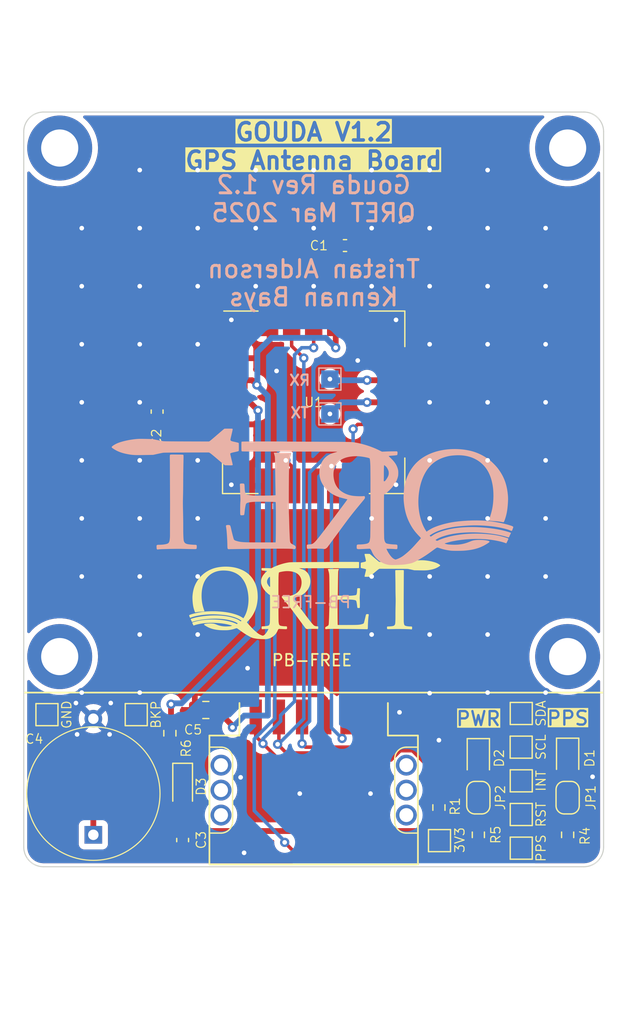
<source format=kicad_pcb>
(kicad_pcb (version 20221018) (generator pcbnew)
  (layers (0 "F.Cu" signal) (31 "B.Cu" signal) (34 "B.Paste" user) (35 "F.Paste" user) (36 "B.SilkS" user "B.Silkscreen") (37 "F.SilkS" user "F.Silkscreen") (38 "B.Mask" user) (39 "F.Mask" user) (44 "Edge.Cuts" user))
  (net 0 "")
  (net 1 "GND")
  (net 2 "+3.3V")
  (net 3 "BCKP_BATT")
  (net 4 "Net-(D1-A)")
  (net 5 "Net-(D2-A)")
  (net 6 "GPS_EXTINT")
  (net 7 "GPS_RST")
  (net 8 "SDA")
  (net 9 "SCL")
  (net 10 "GPS_PPS")
  (net 11 "Net-(JP1-B)")
  (net 12 "Net-(JP2-B)")
  (net 14 "Net-(U1-RXD)")
  (net 15 "Net-(U1-TXD)")
  (net 16 "Net-(D3-K)")
  (footprint "Resistor_SMD:R_0603_1608Metric" (layer "F.Cu") (at 169.6 136.45 90)
    (fp_text reference "R4")
    (fp_text value "2.2k")
  )
  (footprint "Diode_SMD:D_SOD-323_HandSoldering" (layer "F.Cu") (at 136.4 132.3 -90)
    (fp_text reference "D3")
    (fp_text value "1N5819WS")
  )
  (footprint "TestPoint:TestPoint_Pad_1.5x1.5mm" (layer "F.Cu") (at 165.6 126)
    (fp_text reference "TP3" hide)
    (fp_text value "SDA")
  )
  (footprint "RF_GPS:ublox_SAM-M8Q_HandSolder" (layer "F.Cu") (at 147.7 99.2)
    (fp_text reference "U1")
    (fp_text value "SAM-M10Q")
  )
  (footprint "TestPoint:TestPoint_Pad_1.5x1.5mm" (layer "F.Cu") (at 165.6 137.6)
    (fp_text reference "TP7" hide)
    (fp_text value "PPS")
  )
  (footprint "LED_SMD:LED_0805_2012Metric" (layer "F.Cu") (at 169.6 129.8125 -90)
    (fp_text reference "D1")
    (fp_text value "White")
  )
  (footprint "Capacitor_SMD:C_0603_1608Metric" (layer "F.Cu") (at 134.2 100 90)
    (fp_text reference "C2")
    (fp_text value "100nF")
  )
  (footprint "TestPoint:TestPoint_Pad_1.5x1.5mm" (layer "F.Cu") (at 158.55 136.95)
    (fp_text reference "TP8" hide)
    (fp_text value "3V3")
  )
  (footprint "MountingHole:MountingHole_3.2mm_M3_DIN965_Pad" (layer "F.Cu") (at 125.8 77.3)
    (fp_text reference "H1" hide)
    (fp_text value "MountingHole")
  )
  (footprint "LED_SMD:LED_0805_2012Metric" (layer "F.Cu") (at 161.9 129.85 -90)
    (fp_text reference "D2")
    (fp_text value "Green")
  )
  (footprint "Capacitor_SMD:C_0603_1608Metric" (layer "F.Cu") (at 150.4 85.7 180)
    (fp_text reference "C1")
    (fp_text value "100nF")
  )
  (footprint "MountingHole:MountingHole_3.2mm_M3_DIN965_Pad" (layer "F.Cu") (at 169.6 77.3)
    (fp_text reference "H2" hide)
    (fp_text value "MountingHole")
  )
  (footprint "TestPoint:TestPoint_Pad_1.5x1.5mm" (layer "F.Cu") (at 165.6 134.7)
    (fp_text reference "TP5" hide)
    (fp_text value "RST")
  )
  (footprint "Capacitor_SMD:C_0603_1608Metric" (layer "F.Cu") (at 136.4 136.9 -90)
    (fp_text reference "C3")
    (fp_text value "1uF")
  )
  (footprint "Jumper:SolderJumper-2_P1.3mm_Open_RoundedPad1.0x1.5mm" (layer "F.Cu") (at 161.9 133.25 -90)
    (fp_text reference "JP2")
    (fp_text value "ENA_PWR_LED")
  )
  (footprint "footprints:CONN_GT8E-6P-2H(55)" (layer "F.Cu") (at 147.7 132.1)
    (fp_text reference "J1" hide)
    (fp_text value "GT8E-6P-2H(55)")
  )
  (footprint "CB5R5334HF-ZJP:CB5R5334HF-ZJP" (layer "F.Cu") (at 128.7 132.9 90)
    (fp_text reference "C4")
    (fp_text value "330mF")
  )
  (footprint "MountingHole:MountingHole_3.2mm_M3_DIN965_Pad" (layer "F.Cu") (at 125.8 121.1)
    (fp_text reference "H3" hide)
    (fp_text value "MountingHole")
  )
  (footprint "Resistor_SMD:R_0603_1608Metric" (layer "F.Cu") (at 158.5 134.1 -90)
    (fp_text reference "R1")
    (fp_text value "10k")
  )
  (footprint "TestPoint:TestPoint_Pad_1.5x1.5mm" (layer "F.Cu") (at 165.592894 128.9)
    (fp_text reference "TP2" hide)
    (fp_text value "SCL")
  )
  (footprint "TestPoint:TestPoint_Pad_1.5x1.5mm" (layer "F.Cu") (at 132.4 126.1)
    (fp_text reference "TP4" hide)
    (fp_text value "BKP")
  )
  (footprint "TestPoint:TestPoint_Pad_1.5x1.5mm" (layer "F.Cu") (at 124.7 126.1)
    (fp_text reference "TP1" hide)
    (fp_text value "GND")
  )
  (footprint "Resistor_SMD:R_0603_1608Metric" (layer "F.Cu") (at 161.9 136.45 90)
    (fp_text reference "R5")
    (fp_text value "3.3k")
  )
  (footprint "Capacitor_SMD:C_0805_2012Metric" (layer "F.Cu") (at 138.4 125.7)
    (fp_text reference "C5")
    (fp_text value "47uF")
  )
  (footprint "Jumper:SolderJumper-2_P1.3mm_Open_RoundedPad1.0x1.5mm" (layer "F.Cu") (at 169.6 133.25 -90)
    (fp_text reference "JP1")
    (fp_text value "ENA_PPS_LED")
  )
  (footprint "Resistor_SMD:R_0603_1608Metric" (layer "F.Cu") (at 135.3 127.7 90)
    (fp_text reference "R6")
    (fp_text value "100R")
  )
  (footprint "TestPoint:TestPoint_Pad_1.5x1.5mm" (layer "F.Cu") (at 165.6 131.8)
    (fp_text reference "TP6" hide)
    (fp_text value "INT")
  )
  (footprint "MountingHole:MountingHole_3.2mm_M3_DIN965_Pad" (layer "F.Cu") (at 169.6 121.1)
    (fp_text reference "H4" hide)
    (fp_text value "MountingHole")
  )
  (footprint "TestPoint:TestPoint_Pad_1.5x1.5mm" (layer "B.Cu") (at 149.1 100.2)
    (fp_text reference "TP10" hide)
    (fp_text value "TX")
  )
  (footprint "TestPoint:TestPoint_Pad_1.5x1.5mm" (layer "B.Cu") (at 149.1 97.2)
    (fp_text reference "TP9" hide)
    (fp_text value "RX")
  )
  (gr_poly (pts (xy 142.771681 102.571589) (xy 142.34125 102.572735) (xy 142.018736 102.574251) (xy 141.893107 102.575221) (xy 141.788645 102.576375) (xy 141.703415 102.577744) (xy 141.635481 102.57936) (xy 141.582906 102.581253) (xy 141.543751 102.583452) (xy 141.516082 102.585993) (xy 141.505949 102.587399) (xy 141.497958 102.588901) (xy 141.491873 102.590504) (xy 141.487447 102.592213) (xy 141.484442 102.594028) (xy 141.482612 102.595955) (xy 141.480329 102.600084) (xy 141.478239 102.606706) (xy 141.474629 102.627727) (xy 141.471747 102.659629) (xy 141.469559 102.703023) (xy 141.468032 102.758523) (xy 141.467132 102.826736) (xy 141.467088 103.003767) (xy 141.467361 103.071131) (xy 141.467675 103.130222) (xy 141.468076 103.181619) (xy 141.46861 103.225905) (xy 141.468938 103.245567) (xy 141.469314 103.263669) (xy 141.469746 103.280288) (xy 141.470238 103.295493) (xy 141.470796 103.309361) (xy 141.471423 103.321965) (xy 141.472124 103.333374) (xy 141.47291 103.343668) (xy 141.473781 103.352911) (xy 141.474743 103.361185) (xy 141.475805 103.368559) (xy 141.476969 103.375106) (xy 141.47759 103.37809) (xy 141.478243 103.380899) (xy 141.478921 103.383535) (xy 141.479627 103.38601) (xy 141.480367 103.388336) (xy 141.481133 103.390519) (xy 141.481934 103.392565) (xy 141.482765 103.39449) (xy 141.483628 103.396297) (xy 141.484527 103.398) (xy 141.485458 103.399605) (xy 141.486424 103.401123) (xy 141.487425 103.402562) (xy 141.48846 103.403932) (xy 141.490645 103.406498) (xy 141.492982 103.408896) (xy 141.495474 103.411199) (xy 141.498131 103.413481) (xy 141.500956 103.41581) (xy 141.525574 103.42379) (xy 141.605553 103.429899) (xy 142.101737 103.437507) (xy 145.629868 103.441209) (xy 148.524585 103.444738) (xy 149.407124 103.448352) (xy 149.733379 103.452499) (xy 149.733509 103.453228) (xy 149.733114 103.454083) (xy 149.730801 103.456159) (xy 149.726542 103.458701) (xy 149.720435 103.461671) (xy 149.703093 103.46877) (xy 149.679579 103.477193) (xy 149.65071 103.486675) (xy 149.617292 103.496949) (xy 149.580137 103.507753) (xy 149.540057 103.518823) (xy 149.480572 103.535085) (xy 149.424669 103.551157) (xy 149.372034 103.567188) (xy 149.322348 103.583314) (xy 149.27529 103.59968) (xy 149.230544 103.616428) (xy 149.187789 103.633701) (xy 149.14671 103.651643) (xy 149.106985 103.670393) (xy 149.068297 103.690098) (xy 149.03033 103.710898) (xy 148.992767 103.732935) (xy 148.955283 103.756354) (xy 148.917563 103.781297) (xy 148.879291 103.807905) (xy 148.840146 103.836321) (xy 148.791934 103.873897) (xy 148.745236 103.913547) (xy 148.700109 103.955198) (xy 148.656613 103.998776) (xy 148.6148 104.044206) (xy 148.574736 104.091412) (xy 148.536472 104.140323) (xy 148.500066 104.190863) (xy 148.465583 104.242958) (xy 148.433071 104.296532) (xy 148.402597 104.351511) (xy 148.374213 104.407822) (xy 148.347981 104.465388) (xy 148.323953 104.524138) (xy 148.302193 104.583996) (xy 148.282756 104.644889) (xy 148.256857 104.73787) (xy 148.235253 104.831007) (xy 148.21793 104.924183) (xy 148.204881 105.01729) (xy 148.196098 105.110215) (xy 148.191575 105.202845) (xy 148.1913 105.295071) (xy 148.195268 105.38678) (xy 148.203468 105.477859) (xy 148.215893 105.568202) (xy 148.232536 105.657691) (xy 148.253388 105.746217) (xy 148.278439 105.833669) (xy 148.307684 105.919932) (xy 148.341108 106.004898) (xy 148.378712 106.088455) (xy 148.433838 106.195871) (xy 148.494344 106.300018) (xy 148.560085 106.400764) (xy 148.630926 106.497985) (xy 148.706719 106.591554) (xy 148.78732 106.681336) (xy 148.872588 106.767209) (xy 148.962382 106.849043) (xy 149.056559 106.92671) (xy 149.154975 107.000083) (xy 149.257486 107.069031) (xy 149.363955 107.133427) (xy 149.474234 107.193141) (xy 149.58818 107.248052) (xy 149.705655 107.298024) (xy 149.826513 107.342932) (xy 149.895525 107.365255) (xy 149.987026 107.392651) (xy 150.204691 107.453881) (xy 150.413886 107.509025) (xy 150.494805 107.528817) (xy 150.549001 107.540489) (xy 150.554486 107.54133) (xy 150.559812 107.54226) (xy 150.564953 107.543271) (xy 150.56988 107.544346) (xy 150.574568 107.545481) (xy 150.57899 107.546665) (xy 150.583118 107.547885) (xy 150.586924 107.549132) (xy 150.590385 107.550395) (xy 150.59347 107.551663) (xy 150.596156 107.55293) (xy 150.597337 107.553559) (xy 150.598411 107.554181) (xy 150.599372 107.554799) (xy 150.600215 107.555407) (xy 150.600937 107.556005) (xy 150.601535 107.556597) (xy 150.602006 107.557174) (xy 150.602347 107.557744) (xy 150.602552 107.558296) (xy 150.602622 107.558832) (xy 150.596124 107.574138) (xy 150.573652 107.609302) (xy 150.462925 107.76362) (xy 150.234721 108.070601) (xy 149.853325 108.579063) (xy 149.115004 109.560339) (xy 148.611897 110.225302) (xy 148.292415 110.641822) (xy 148.185407 110.778125) (xy 148.104957 110.877765) (xy 148.032783 110.965278) (xy 147.967563 111.043007) (xy 147.908449 111.111553) (xy 147.854595 111.171519) (xy 147.805146 111.223508) (xy 147.759254 111.268117) (xy 147.737377 111.287844) (xy 147.716068 111.305953) (xy 147.695226 111.322517) (xy 147.674744 111.337611) (xy 147.654512 111.351313) (xy 147.634427 111.3637) (xy 147.614381 111.374843) (xy 147.594267 111.384817) (xy 147.573983 111.393697) (xy 147.55342 111.401562) (xy 147.532473 111.408485) (xy 147.511032 111.414539) (xy 147.488996 111.419803) (xy 147.466255 111.424352) (xy 147.418237 111.431597) (xy 147.366131 111.436881) (xy 147.30909 111.4408) (xy 147.239702 111.445306) (xy 147.211657 111.447821) (xy 147.187645 111.45092) (xy 147.17706 111.452781) (xy 147.167372 111.454902) (xy 147.158543 111.45732) (xy 147.150537 111.460072) (xy 147.143318 111.463199) (xy 147.136846 111.466736) (xy 147.131085 111.470723) (xy 147.125999 111.475196) (xy 147.121546 111.480193) (xy 147.117697 111.485755) (xy 147.114408 111.491917) (xy 147.111644 111.49872) (xy 147.109367 111.506196) (xy 147.107542 111.514389) (xy 147.106131 111.523336) (xy 147.105097 111.53307) (xy 147.104005 111.555072) (xy 147.103972 111.58069) (xy 147.10589 111.643996) (xy 147.107014 111.675387) (xy 147.108415 111.703018) (xy 147.110292 111.727102) (xy 147.112858 111.747848) (xy 147.11446 111.757038) (xy 147.116314 111.76547) (xy 147.118443 111.773175) (xy 147.120871 111.780178) (xy 147.123627 111.786503) (xy 147.126736 111.792181) (xy 147.130221 111.797234) (xy 147.134111 111.801691) (xy 147.138432 111.805578) (xy 147.143207 111.808919) (xy 147.148465 111.811744) (xy 147.154232 111.814077) (xy 147.160529 111.815944) (xy 147.167387 111.817374) (xy 147.174829 111.81839) (xy 147.182882 111.819022) (xy 147.191573 111.819293) (xy 147.200926 111.81923) (xy 147.221722 111.818211) (xy 147.245478 111.816175) (xy 147.272401 111.813334) (xy 147.374091 111.807099) (xy 147.526599 111.803144) (xy 147.71221 111.801377) (xy 147.913222 111.801692) (xy 148.111915 111.803989) (xy 148.290583 111.808174) (xy 148.431515 111.814143) (xy 148.516999 111.8218) (xy 148.555048 111.827808) (xy 148.571169 111.830148) (xy 148.585638 111.832031) (xy 148.598658 111.833451) (xy 148.610438 111.8344) (xy 148.621193 111.83487) (xy 148.631123 111.834852) (xy 148.640445 111.834339) (xy 148.649361 111.833319) (xy 148.658084 111.831788) (xy 148.666821 111.829737) (xy 148.675781 111.827156) (xy 148.685174 111.824037) (xy 148.695208 111.820373) (xy 148.706089 111.816155) (xy 148.720873 111.810171) (xy 148.735587 111.803328) (xy 148.750232 111.795635) (xy 148.764807 111.787095) (xy 148.779302 111.777711) (xy 148.793724 111.767488) (xy 148.808068 111.756429) (xy 148.822331 111.744542) (xy 148.836509 111.731827) (xy 148.850604 111.718288) (xy 148.864613 111.70393) (xy 148.878531 111.688758) (xy 148.89236 111.672776) (xy 148.906094 111.655989) (xy 148.919736 111.638398) (xy 148.933278 111.62001) (xy 149.472324 110.891878) (xy 149.900948 110.312264) (xy 150.247023 109.8406) (xy 150.614177 109.346026) (xy 150.792428 109.112407) (xy 150.972334 108.881219) (xy 151.157795 108.647452) (xy 151.352718 108.406095) (xy 151.786545 107.880568) (xy 151.907671 107.735257) (xy 151.956257 107.676519) (xy 151.997528 107.625883) (xy 152.031995 107.582462) (xy 152.046838 107.563184) (xy 152.060166 107.54538) (xy 152.072047 107.528939) (xy 152.082543 107.51375) (xy 152.091718 107.499705) (xy 152.099636 107.486689) (xy 152.106358 107.474597) (xy 152.111948 107.463318) (xy 152.116471 107.452737) (xy 152.119989 107.442749) (xy 152.122566 107.433241) (xy 152.124261 107.424104) (xy 152.125146 107.415228) (xy 152.125278 107.4065) (xy 152.12472 107.397811) (xy 152.12354 107.389051) (xy 152.121794 107.38011) (xy 152.119553 107.370875) (xy 152.113826 107.351095) (xy 152.106868 107.328823) (xy 152.104281 107.320284) (xy 152.101787 107.312627) (xy 152.099347 107.305815) (xy 152.096923 107.299806) (xy 152.095704 107.297088) (xy 152.094475 107.294556) (xy 152.093227 107.292204) (xy 152.09196 107.290028) (xy 152.090666 107.288021) (xy 152.089343 107.286174) (xy 152.087983 107.284489) (xy 152.086584 107.28296) (xy 152.085137 107.281579) (xy 152.083641 107.280341) (xy 152.08209 107.279242) (xy 152.08048 107.278276) (xy 152.078802 107.277438) (xy 152.077054 107.276723) (xy 152.075233 107.276124) (xy 152.07333 107.275639) (xy 152.071346 107.275264) (xy 152.06927 107.274987) (xy 152.067098 107.27481) (xy 152.064829 107.274726) (xy 152.062455 107.274727) (xy 152.059969 107.274809) (xy 152.054654 107.2752) (xy 151.937324 107.284094) (xy 151.804712 107.288673) (xy 151.662048 107.289114) (xy 151.514553 107.285605) (xy 151.367456 107.278326) (xy 151.225981 107.26746) (xy 151.095355 107.253188) (xy 150.980799 107.235688) (xy 150.901998 107.220256) (xy 150.823918 107.202059) (xy 150.746716 107.181172) (xy 150.670555 107.157678) (xy 150.595592 107.131657) (xy 150.521988 107.103182) (xy 150.449901 107.072334) (xy 150.37949 107.03919) (xy 150.310916 107.003831) (xy 150.244336 106.966336) (xy 150.179908 106.926782) (xy 150.117796 106.885248) (xy 150.058154 106.841811) (xy 150.001145 106.796552) (xy 149.946926 106.749548) (xy 149.895656 106.700877) (xy 149.850571 106.654812) (xy 149.807889 106.607574) (xy 149.767567 106.559088) (xy 149.729562 106.509273) (xy 149.693833 106.458057) (xy 149.660333 106.405353) (xy 149.629022 106.35109) (xy 149.599851 106.295182) (xy 149.572783 106.237557) (xy 149.547769 106.178132) (xy 149.524772 106.116831) (xy 149.503743 106.053573) (xy 149.48464 105.988284) (xy 149.467419 105.92088) (xy 149.452041 105.851286) (xy 149.438457 105.779421) (xy 149.425513 105.695167) (xy 149.41577 105.61229) (xy 149.409209 105.530826) (xy 149.405805 105.45082) (xy 149.405535 105.372305) (xy 149.408381 105.295323) (xy 149.41431 105.219906) (xy 149.423308 105.146096) (xy 149.435353 105.073935) (xy 149.450421 105.003456) (xy 149.468485 104.934697) (xy 149.489528 104.867699) (xy 149.513527 104.802501) (xy 149.540458 104.739141) (xy 149.570298 104.67765) (xy 149.603028 104.618077) (xy 149.638621 104.560455) (xy 149.677055 104.504822) (xy 149.718312 104.451215) (xy 149.762364 104.399675) (xy 149.809192 104.350239) (xy 149.858773 104.302946) (xy 149.911082 104.257835) (xy 149.966101 104.214941) (xy 150.023805 104.174305) (xy 150.084172 104.135964) (xy 150.147176 104.099956) (xy 150.212802 104.066322) (xy 150.281019 104.035098) (xy 150.35181 104.006321) (xy 150.425153 103.98003) (xy 150.501023 103.956266) (xy 150.561656 103.939419) (xy 150.624342 103.923819) (xy 150.688845 103.909488) (xy 150.754934 103.896447) (xy 150.890952 103.874336) (xy 151.030543 103.857663) (xy 151.171852 103.846617) (xy 151.313029 103.84137) (xy 151.452222 103.842112) (xy 151.520496 103.844784) (xy 151.587581 103.849021) (xy 151.656902 103.854678) (xy 151.729292 103.861995) (xy 151.879392 103.880838) (xy 152.030119 103.904011) (xy 152.173719 103.929985) (xy 152.302437 103.957211) (xy 152.358789 103.970815) (xy 152.408517 103.984157) (xy 152.45064 103.997045) (xy 152.484199 104.009284) (xy 152.508219 104.020686) (xy 152.51635 104.026011) (xy 152.521734 104.031054) (xy 152.526976 104.039712) (xy 152.532108 104.05296) (xy 152.54202 104.093055) (xy 152.5514 104.151011) (xy 152.560188 104.226493) (xy 152.568313 104.319176) (xy 152.575709 104.428724) (xy 152.582311 104.554809) (xy 152.588056 104.6971) (xy 152.597251 105.821005) (xy 152.598111 107.836821) (xy 152.591827 109.802897) (xy 152.57959 110.777579) (xy 152.572849 110.847037) (xy 152.565369 110.912295) (xy 152.55719 110.972988) (xy 152.548368 111.028755) (xy 152.538951 111.07923) (xy 152.528987 111.12405) (xy 152.523818 111.144223) (xy 152.51853 111.16285) (xy 152.513128 111.179878) (xy 152.507624 111.195266) (xy 152.502557 111.207677) (xy 152.496391 111.220008) (xy 152.489191 111.23221) (xy 152.481009 111.244236) (xy 152.471911 111.25604) (xy 152.461958 111.267571) (xy 152.451204 111.278786) (xy 152.439712 111.289635) (xy 152.427545 111.300068) (xy 152.414759 111.310043) (xy 152.401411 111.31951) (xy 152.387567 111.328418) (xy 152.373287 111.336723) (xy 152.358627 111.344379) (xy 152.343648 111.351333) (xy 152.328412 111.357545) (xy 152.305095 111.365471) (xy 152.277264 111.373336) (xy 152.210011 111.388633) (xy 152.13052 111.402938) (xy 152.042662 111.415753) (xy 151.950307 111.426584) (xy 151.857321 111.434933) (xy 151.767578 111.440309) (xy 151.684945 111.442209) (xy 151.638572 111.442385) (xy 151.597643 111.443077) (xy 151.561829 111.444544) (xy 151.530782 111.44704) (xy 151.516942 111.448751) (xy 151.504169 111.450816) (xy 151.492417 111.453262) (xy 151.481646 111.456126) (xy 151.471813 111.459437) (xy 151.462879 111.463227) (xy 151.454797 111.467528) (xy 151.447527 111.472372) (xy 151.441024 111.477791) (xy 151.435248 111.483818) (xy 151.430157 111.490479) (xy 151.425709 111.497814) (xy 151.421859 111.50585) (xy 151.418565 111.514617) (xy 151.415787 111.524152) (xy 151.413483 111.534485) (xy 151.411608 111.545644) (xy 151.41012 111.557666) (xy 151.408136 111.584417) (xy 151.407195 111.614992) (xy 151.406956 111.649644) (xy 151.407976 111.71773) (xy 151.410174 111.74529) (xy 151.41432 111.768884) (xy 151.417315 111.779274) (xy 151.42103 111.788771) (xy 151.425539 111.797406) (xy 151.430917 111.805219) (xy 151.437246 111.812236) (xy 151.444602 111.818492) (xy 151.453059 111.824022) (xy 151.462695 111.828855) (xy 151.47359 111.833027) (xy 151.485817 111.836573) (xy 151.51458 111.841908) (xy 151.549605 111.845128) (xy 151.591502 111.846493) (xy 151.640893 111.846274) (xy 151.698391 111.844731) (xy 151.840168 111.838733) (xy 152.353812 111.814745) (xy 152.545723 111.806277) (xy 152.595112 111.850022) (xy 152.601731 111.856182) (xy 152.608375 111.863051) (xy 152.615066 111.870684) (xy 152.621835 111.879127) (xy 152.628703 111.888428) (xy 152.635692 111.89864) (xy 152.642833 111.90981) (xy 152.650145 111.921988) (xy 152.665391 111.949571) (xy 152.681631 111.981785) (xy 152.699059 112.019024) (xy 152.717877 112.061688) (xy 152.737555 112.105549) (xy 152.757499 112.147803) (xy 152.777807 112.188587) (xy 152.798577 112.228043) (xy 152.819909 112.266322) (xy 152.841902 112.303558) (xy 152.864656 112.339898) (xy 152.88827 112.375484) (xy 152.912843 112.410459) (xy 152.938476 112.444961) (xy 152.965265 112.479138) (xy 152.993311 112.513133) (xy 153.022712 112.547087) (xy 153.053568 112.58114) (xy 153.085981 112.615436) (xy 153.120045 112.650121) (xy 153.187228 112.71438) (xy 153.255939 112.774854) (xy 153.326149 112.831527) (xy 153.397837 112.884389) (xy 153.470967 112.933421) (xy 153.54552 112.978611) (xy 153.621467 113.019943) (xy 153.698777 113.057403) (xy 153.777429 113.090979) (xy 153.857391 113.120652) (xy 153.938641 113.146412) (xy 154.02115 113.168242) (xy 154.104892 113.186128) (xy 154.189836 113.200055) (xy 154.275959 113.21001) (xy 154.363233 113.215977) (xy 154.465725 113.217915) (xy 154.605041 113.216661) (xy 154.944082 113.20663) (xy 155.280214 113.189982) (xy 155.415894 113.180461) (xy 155.51329 113.170821) (xy 155.591482 113.15983) (xy 155.677375 113.146392) (xy 155.767041 113.131234) (xy 155.856541 113.115083) (xy 155.941942 113.098667) (xy 156.019306 113.082716) (xy 156.084696 113.067953) (xy 156.134179 113.05511) (xy 156.186445 113.038735) (xy 156.243012 113.018025) (xy 156.30434 112.992752) (xy 156.370893 112.962681) (xy 156.443134 112.927587) (xy 156.521529 112.887232) (xy 156.606537 112.841389) (xy 156.698622 112.789822) (xy 156.875115 112.68943) (xy 157.031579 112.597864) (xy 157.175244 112.510471) (xy 157.31334 112.42258) (xy 157.453086 112.329529) (xy 157.601713 112.226653) (xy 157.766444 112.109297) (xy 157.954513 111.972788) (xy 158.059842 111.895878) (xy 158.104341 111.863679) (xy 158.143887 111.835338) (xy 158.178844 111.810617) (xy 158.209579 111.789282) (xy 158.236454 111.771099) (xy 158.25984 111.75583) (xy 158.2801 111.743239) (xy 158.297601 111.733092) (xy 158.305433 111.728862) (xy 158.31271 111.725154) (xy 158.319481 111.721938) (xy 158.325789 111.719185) (xy 158.331681 111.716868) (xy 158.337205 111.714954) (xy 158.342407 111.713418) (xy 158.347328 111.712224) (xy 158.352017 111.711347) (xy 158.356519 111.710758) (xy 158.36088 111.710427) (xy 158.365146 111.710323) (xy 158.371445 111.710617) (xy 158.379164 111.711476) (xy 158.398439 111.714795) (xy 158.422146 111.72007) (xy 158.449459 111.727077) (xy 158.479551 111.735607) (xy 158.511592 111.745445) (xy 158.54476 111.756372) (xy 158.578224 111.768177) (xy 158.681319 111.802564) (xy 158.793394 111.835556) (xy 158.912317 111.866701) (xy 159.035953 111.89553) (xy 159.162167 111.921582) (xy 159.288827 111.944389) (xy 159.413802 111.963495) (xy 159.534956 111.978434) (xy 159.634656 111.985191) (xy 159.771648 111.989634) (xy 159.934535 111.991827) (xy 160.111924 111.991838) (xy 160.292424 111.989733) (xy 160.464637 111.985577) (xy 160.617172 111.979436) (xy 160.738634 111.971376) (xy 160.859413 111.95984) (xy 160.975871 111.946877) (xy 161.088287 111.932416) (xy 161.196935 111.916387) (xy 161.302098 111.898724) (xy 161.404045 111.879351) (xy 161.503056 111.858203) (xy 161.599411 111.835205) (xy 161.693384 111.810289) (xy 161.785253 111.783385) (xy 161.875297 111.754424) (xy 161.963787 111.72333) (xy 162.051005 111.690038) (xy 162.137228 111.654478) (xy 162.22273 111.616576) (xy 162.30779 111.576265) (xy 162.371452 111.543556) (xy 162.440852 111.505865) (xy 162.512999 111.464968) (xy 162.584896 111.42263) (xy 162.653554 111.380626) (xy 162.715976 111.340718) (xy 162.769171 111.304685) (xy 162.791374 111.288672) (xy 162.810144 111.274287) (xy 162.821118 111.265508) (xy 162.830787 111.257634) (xy 162.839202 111.250572) (xy 162.842955 111.247319) (xy 162.846416 111.244236) (xy 162.849587 111.241311) (xy 162.85248 111.238537) (xy 162.855099 111.235896) (xy 162.857447 111.233386) (xy 162.859536 111.230985) (xy 162.861368 111.228692) (xy 162.862953 111.22649) (xy 162.864296 111.22437) (xy 162.865404 111.222318) (xy 162.866283 111.220329) (xy 162.866936 111.218386) (xy 162.867375 111.21648) (xy 162.867605 111.214598) (xy 162.86763 111.212733) (xy 162.86746 111.210871) (xy 162.867097 111.209003) (xy 162.866551 111.207115) (xy 162.865829 111.205197) (xy 162.864934 111.203236) (xy 162.863875 111.201227) (xy 162.862658 111.199154) (xy 162.86129 111.197006) (xy 162.858124 111.192443) (xy 162.851214 111.183676) (xy 162.843122 111.175339) (xy 162.833763 111.167409) (xy 162.823044 111.159857) (xy 162.810879 111.152649) (xy 162.797177 111.145761) (xy 162.781853 111.139163) (xy 162.764812 111.132824) (xy 162.745973 111.126717) (xy 162.725239 111.120813) (xy 162.702527 111.115085) (xy 162.677744 111.109498) (xy 162.621617 111.098643) (xy 162.556145 111.088022) (xy 162.487178 111.078198) (xy 162.415115 111.069878) (xy 162.340589 111.063055) (xy 162.264244 111.057706) (xy 162.108645 111.051385) (xy 161.953425 111.050804) (xy 161.803696 111.055845) (xy 161.732486 111.060439) (xy 161.664565 111.066393) (xy 161.600574 111.073695) (xy 161.541147 111.08233) (xy 161.486924 111.092283) (xy 161.438546 111.103545) (xy 161.414045 111.110366) (xy 161.385673 111.118978) (xy 161.354458 111.129042) (xy 161.321422 111.140232) (xy 161.287595 111.152217) (xy 161.253999 111.164662) (xy 161.22166 111.177242) (xy 161.191601 111.18962) (xy 161.096259 111.228493) (xy 161.002622 111.264185) (xy 160.910339 111.29676) (xy 160.819066 111.326279) (xy 160.728457 111.352806) (xy 160.63816 111.376401) (xy 160.547828 111.397128) (xy 160.457116 111.415047) (xy 160.36568 111.430223) (xy 160.273165 111.442712) (xy 160.179232 111.452581) (xy 160.083528 111.459894) (xy 159.985703 111.464706) (xy 159.88542 111.467087) (xy 159.782323 111.467092) (xy 159.676067 111.464789) (xy 159.615812 111.462892) (xy 159.555704 111.460466) (xy 159.442352 111.454557) (xy 159.348844 111.448118) (xy 159.313541 111.445032) (xy 159.288012 111.442212) (xy 159.264314 111.438376) (xy 159.239516 111.433826) (xy 159.214008 111.428675) (xy 159.188176 111.423027) (xy 159.137101 111.410707) (xy 159.089398 111.39776) (xy 159.067784 111.391331) (xy 159.048178 111.385077) (xy 159.030971 111.379113) (xy 159.016548 111.373552) (xy 159.005303 111.368501) (xy 158.997621 111.364077) (xy 158.995237 111.362131) (xy 158.99389 111.360387) (xy 158.993629 111.358851) (xy 158.994501 111.357543) (xy 159.003251 111.353034) (xy 159.021831 111.346071) (xy 159.083755 111.326104) (xy 159.273548 111.271114) (xy 159.488214 111.213479) (xy 159.581224 111.1902) (xy 159.652079 111.1741) (xy 160.04535 111.102218) (xy 160.445851 111.045401) (xy 160.851411 111.003766) (xy 161.259863 110.977426) (xy 161.669045 110.966497) (xy 162.076787 110.971097) (xy 162.480925 110.991341) (xy 162.879289 111.027343) (xy 163.059881 111.050306) (xy 163.2477 111.079268) (xy 163.437271 111.113093) (xy 163.623123 111.150639) (xy 163.799778 111.190765) (xy 163.961765 111.232329) (xy 164.103612 111.274193) (xy 164.165272 111.294877) (xy 164.219844 111.31521) (xy 164.234537 111.320878) (xy 164.248751 111.32617) (xy 164.262135 111.330961) (xy 164.274349 111.335142) (xy 164.28504 111.338596) (xy 164.293863 111.341206) (xy 164.297465 111.342158) (xy 164.300468 111.342856) (xy 164.302835 111.343287) (xy 164.304511 111.343434) (xy 164.306528 111.342437) (xy 164.309364 111.339523) (xy 164.317256 111.328451) (xy 164.327729 111.311165) (xy 164.34032 111.288642) (xy 164.369996 111.231736) (xy 164.402584 111.165456) (xy 164.434379 111.097522) (xy 164.461675 111.035655) (xy 164.480769 110.987583) (xy 164.486083 110.971129) (xy 164.487957 110.961022) (xy 164.48735 110.953312) (xy 164.485355 110.945983) (xy 164.481705 110.938911) (xy 164.476137 110.931984) (xy 164.468388 110.925082) (xy 164.458191 110.918086) (xy 164.445281 110.910878) (xy 164.429396 110.903343) (xy 164.410267 110.895362) (xy 164.387635 110.886815) (xy 164.330793 110.867558) (xy 164.256755 110.844629) (xy 164.163402 110.817088) (xy 164.00006 110.770635) (xy 163.839594 110.729357) (xy 163.679461 110.692741) (xy 163.517112 110.660278) (xy 163.35 110.631451) (xy 163.17558 110.605752) (xy 162.991302 110.582664) (xy 162.794623 110.561677) (xy 162.508604 110.537027) (xy 162.223025 110.519645) (xy 161.938551 110.509468) (xy 161.655856 110.506423) (xy 161.375608 110.510438) (xy 161.098478 110.521444) (xy 160.825134 110.53937) (xy 160.556249 110.564147) (xy 160.292487 110.595703) (xy 160.034523 110.633969) (xy 159.783024 110.678874) (xy 159.538661 110.73035) (xy 159.302101 110.788322) (xy 159.074019 110.852725) (xy 158.855081 110.923485) (xy 158.645957 111.000532) (xy 158.612838 111.014096) (xy 158.579702 111.028072) (xy 158.547456 111.04208) (xy 158.517017 111.055744) (xy 158.489287 111.068675) (xy 158.465181 111.080504) (xy 158.445603 111.090842) (xy 158.437798 111.095334) (xy 158.431466 111.09931) (xy 158.41936 111.106206) (xy 158.40737 111.11207) (xy 158.395487 111.116904) (xy 158.383689 111.120698) (xy 158.377817 111.122205) (xy 158.371966 111.123451) (xy 158.366127 111.124434) (xy 158.360302 111.125156) (xy 158.35449 111.125617) (xy 158.348685 111.125814) (xy 158.34289 111.125747) (xy 158.337099 111.125418) (xy 158.331312 111.12482) (xy 158.325531 111.123962) (xy 158.319746 111.122834) (xy 158.313961 111.121442) (xy 158.308176 111.119784) (xy 158.302382 111.117857) (xy 158.296583 111.115662) (xy 158.290776 111.113202) (xy 158.279126 111.10747) (xy 158.267423 111.100662) (xy 158.25565 111.092768) (xy 158.24379 111.083789) (xy 158.20428 111.051333) (xy 158.3087 110.986423) (xy 158.378798 110.945181) (xy 158.45356 110.905724) (xy 158.534473 110.867458) (xy 158.623027 110.829789) (xy 158.720707 110.792118) (xy 158.829004 110.753852) (xy 158.949407 110.714395) (xy 159.0834 110.673153) (xy 159.2199 110.635032) (xy 159.364387 110.599545) (xy 159.674746 110.536718) (xy 160.00931 110.485137) (xy 160.362927 110.44526) (xy 160.730433 110.417556) (xy 161.10667 110.402487) (xy 161.486479 110.400511) (xy 161.8647 110.412099) (xy 162.228491 110.434721) (xy 162.581634 110.46528) (xy 162.921679 110.503381) (xy 163.246179 110.548624) (xy 163.552686 110.600614) (xy 163.838757 110.658955) (xy 164.101939 110.72325) (xy 164.224185 110.757504) (xy 164.339791 110.7931) (xy 164.406703 110.814823) (xy 164.433755 110.823208) (xy 164.457045 110.829833) (xy 164.467394 110.832462) (xy 164.476942 110.834625) (xy 164.485739 110.836306) (xy 164.493828 110.837498) (xy 164.501256 110.838196) (xy 164.508074 110.838383) (xy 164.514327 110.838054) (xy 164.520059 110.837194) (xy 164.525322 110.835801) (xy 164.53016 110.83386) (xy 164.534619 110.83136) (xy 164.53875 110.828294) (xy 164.542599 110.824651) (xy 164.546209 110.820422) (xy 164.549633 110.815597) (xy 164.552911 110.810163) (xy 164.556096 110.804117) (xy 164.559234 110.797444) (xy 164.565552 110.782179) (xy 164.57968 110.74371) (xy 164.585974 110.727094) (xy 164.594053 110.707352) (xy 164.603591 110.685196) (xy 164.61425 110.661339) (xy 164.625706 110.636487) (xy 164.637622 110.611353) (xy 164.649672 110.586649) (xy 164.661524 110.563087) (xy 164.667208 110.551556) (xy 164.672604 110.540278) (xy 164.677693 110.529317) (xy 164.682446 110.518727) (xy 164.686847 110.508566) (xy 164.690866 110.498894) (xy 164.694487 110.489768) (xy 164.697683 110.481242) (xy 164.700433 110.473382) (xy 164.702713 110.46624) (xy 164.7045 110.459874) (xy 164.705776 110.454346) (xy 164.70651 110.449706) (xy 164.70667 110.447742) (xy 164.706687 110.446021) (xy 164.706557 110.444552) (xy 164.706278 110.443343) (xy 164.705852 110.442399) (xy 164.705269 110.441733) (xy 164.699214 110.438005) (xy 164.687722 110.432747) (xy 164.650366 110.418273) (xy 164.597069 110.399566) (xy 164.531701 110.377881) (xy 164.380227 110.330608) (xy 164.30186 110.307533) (xy 164.2269 110.286511) (xy 163.927098 110.212627) (xy 163.598273 110.146014) (xy 163.246992 110.087479) (xy 162.879818 110.037802) (xy 162.503321 109.997783) (xy 162.12406 109.968215) (xy 161.748601 109.949895) (xy 161.383512 109.943611) (xy 160.989435 109.949322) (xy 160.613992 109.966542) (xy 160.432927 109.979509) (xy 160.256114 109.995404) (xy 160.083424 110.014241) (xy 159.91472 110.036037) (xy 159.749872 110.060814) (xy 159.588741 110.088582) (xy 159.431194 110.119357) (xy 159.277098 110.15316) (xy 159.126316 110.190007) (xy 158.978716 110.229912) (xy 158.834163 110.272893) (xy 158.692523 110.318966) (xy 158.560634 110.365283) (xy 158.444652 110.408793) (xy 158.391771 110.429894) (xy 158.341834 110.450779) (xy 158.294503 110.471602) (xy 158.249434 110.492532) (xy 158.206282 110.513726) (xy 158.164706 110.535348) (xy 158.124361 110.557551) (xy 158.084906 110.580507) (xy 158.045999 110.604369) (xy 158.00729 110.629306) (xy 157.968442 110.655471) (xy 157.929111 110.683032) (xy 157.906475 110.699192) (xy 157.886065 110.713294) (xy 157.876636 110.71958) (xy 157.867691 110.725362) (xy 157.859213 110.730641) (xy 157.85117 110.735418) (xy 157.843543 110.739705) (xy 157.836309 110.743496) (xy 157.829443 110.746793) (xy 157.822924 110.749609) (xy 157.816725 110.751939) (xy 157.810822 110.75379) (xy 157.805197 110.75516) (xy 157.799818 110.756056) (xy 157.79467 110.756483) (xy 157.789725 110.756443) (xy 157.784962 110.755936) (xy 157.780352 110.754967) (xy 157.775877 110.753539) (xy 157.771513 110.751655) (xy 157.767236 110.749319) (xy 157.763019 110.746532) (xy 157.758844 110.7433) (xy 157.754683 110.739625) (xy 157.750516 110.735509) (xy 157.746316 110.730956) (xy 157.742061 110.725968) (xy 157.737729 110.720551) (xy 157.733294 110.714704) (xy 157.728733 110.708432) (xy 157.700512 110.668922) (xy 157.831745 110.584255) (xy 157.923851 110.527414) (xy 158.021707 110.472297) (xy 158.125107 110.418964) (xy 158.233847 110.367495) (xy 158.347719 110.31795) (xy 158.466521 110.270401) (xy 158.59005 110.224913) (xy 158.7181 110.18156) (xy 158.850464 110.140403) (xy 158.986942 110.101515) (xy 159.127324 110.064962) (xy 159.271409 110.030813) (xy 159.569868 109.97) (xy 159.880678 109.919621) (xy 160.01455 109.901973) (xy 160.170067 109.884278) (xy 160.523616 109.850654) (xy 160.896481 109.822586) (xy 161.07614 109.811835) (xy 161.243812 109.80391) (xy 161.522175 109.796855) (xy 161.812577 109.797737) (xy 162.110786 109.806292) (xy 162.412564 109.822254) (xy 162.713683 109.845361) (xy 163.009907 109.875347) (xy 163.297002 109.911949) (xy 163.570733 109.954899) (xy 163.717382 109.981805) (xy 163.869207 110.012976) (xy 164.021063 110.047124) (xy 164.167812 110.082957) (xy 164.304304 110.11919) (xy 164.425405 110.154527) (xy 164.525966 110.187684) (xy 164.566937 110.203039) (xy 164.600845 110.217367) (xy 164.623867 110.227408) (xy 164.644854 110.236387) (xy 164.663925 110.244336) (xy 164.681191 110.251276) (xy 164.696773 110.257243) (xy 164.710781 110.26226) (xy 164.723333 110.266363) (xy 164.729102 110.268081) (xy 164.734549 110.269577) (xy 164.739688 110.27086) (xy 164.74454 110.271929) (xy 164.749113 110.272794) (xy 164.753423 110.273453) (xy 164.757484 110.273911) (xy 164.761313 110.274173) (xy 164.764922 110.27424) (xy 164.768328 110.27412) (xy 164.771541 110.273813) (xy 164.774581 110.273323) (xy 164.777459 110.272654) (xy 164.780187 110.27181) (xy 164.782789 110.270795) (xy 164.785269 110.269611) (xy 164.787647 110.268264) (xy 164.789935 110.266755) (xy 164.795249 110.26063) (xy 164.802036 110.249577) (xy 164.810042 110.234252) (xy 164.819016 110.215315) (xy 164.838874 110.169248) (xy 164.859609 110.11665) (xy 164.879217 110.062791) (xy 164.895701 110.012955) (xy 164.902145 109.991188) (xy 164.907059 109.972409) (xy 164.91019 109.95727) (xy 164.911291 109.946432) (xy 164.910497 109.938057) (xy 164.908049 109.929823) (xy 164.903848 109.921683) (xy 164.897796 109.91358) (xy 164.889793 109.90546) (xy 164.879738 109.89727) (xy 164.867534 109.888956) (xy 164.85308 109.880462) (xy 164.836279 109.87174) (xy 164.817033 109.862731) (xy 164.795236 109.853382) (xy 164.770796 109.843644) (xy 164.713581 109.822766) (xy 164.644589 109.799678) (xy 164.423632 109.733547) (xy 164.171008 109.668573) (xy 163.895663 109.606448) (xy 163.606542 109.548852) (xy 163.312592 109.497472) (xy 163.02276 109.453999) (xy 162.745992 109.420116) (xy 162.491233 109.397511) (xy 162.140029 109.379507) (xy 161.766518 109.372816) (xy 161.379612 109.376972) (xy 160.988223 109.391514) (xy 160.60127 109.415976) (xy 160.227658 109.449898) (xy 159.876306 109.492816) (xy 159.556124 109.544267) (xy 159.341063 109.586845) (xy 159.125492 109.635659) (xy 158.912466 109.689796) (xy 158.705047 109.748349) (xy 158.506291 109.810406) (xy 158.319261 109.875062) (xy 158.147016 109.941402) (xy 158.067391 109.974922) (xy 157.992613 110.008523) (xy 157.936727 110.035701) (xy 157.873616 110.068536) (xy 157.806107 110.10541) (xy 157.737025 110.144694) (xy 157.6692 110.184771) (xy 157.605461 110.224024) (xy 157.548632 110.260829) (xy 157.501544 110.293566) (xy 157.435225 110.341544) (xy 157.360434 110.225833) (xy 157.277064 110.087638) (xy 157.199018 109.941229) (xy 157.126436 109.787211) (xy 157.059448 109.626199) (xy 156.998192 109.458803) (xy 156.942796 109.285635) (xy 156.893402 109.107308) (xy 156.850141 108.924437) (xy 156.813147 108.737626) (xy 156.782555 108.547493) (xy 156.758497 108.354647) (xy 156.74111 108.159702) (xy 156.730529 107.963268) (xy 156.726888 107.765958) (xy 156.730319 107.568382) (xy 156.740958 107.371156) (xy 156.755575 107.2) (xy 156.774042 107.032598) (xy 156.79636 106.868935) (xy 156.822535 106.708991) (xy 156.852584 106.552752) (xy 156.88651 106.400202) (xy 156.924324 106.251319) (xy 156.966029 106.106094) (xy 157.011639 105.964506) (xy 157.061158 105.826541) (xy 157.114597 105.692178) (xy 157.171964 105.561406) (xy 157.233264 105.434204) (xy 157.298511 105.310559) (xy 157.367709 105.190452) (xy 157.440867 105.073867) (xy 157.517533 104.962061) (xy 157.598325 104.855231) (xy 157.683263 104.753355) (xy 157.772368 104.65642) (xy 157.865668 104.564403) (xy 157.963181 104.477289) (xy 158.064929 104.395056) (xy 158.170941 104.317687) (xy 158.281234 104.245162) (xy 158.395835 104.177466) (xy 158.514763 104.114576) (xy 158.63804 104.056477) (xy 158.765694 104.003147) (xy 158.897743 103.954572) (xy 159.034213 103.910728) (xy 159.175123 103.8716) (xy 159.260047 103.850848) (xy 159.343596 103.832838) (xy 159.427709 103.817277) (xy 159.514318 103.803866) (xy 159.605361 103.792307) (xy 159.70277 103.782303) (xy 159.808476 103.773554) (xy 159.924423 103.765766) (xy 160.108008 103.758748) (xy 160.287736 103.759885) (xy 160.463485 103.769142) (xy 160.635139 103.786469) (xy 160.802575 103.811825) (xy 160.965675 103.845166) (xy 161.124317 103.886447) (xy 161.278383 103.935628) (xy 161.427754 103.992664) (xy 161.572309 104.057511) (xy 161.711928 104.130126) (xy 161.846489 104.210464) (xy 161.975875 104.298485) (xy 162.099966 104.394145) (xy 162.21864 104.497396) (xy 162.33178 104.608199) (xy 162.404958 104.687671) (xy 162.474767 104.770031) (xy 162.541239 104.85536) (xy 162.604409 104.943735) (xy 162.664316 105.035234) (xy 162.72099 105.12994) (xy 162.774468 105.227929) (xy 162.824787 105.329278) (xy 162.871978 105.434067) (xy 162.916082 105.542371) (xy 162.957127 105.654275) (xy 162.995154 105.769853) (xy 163.030199 105.889183) (xy 163.06229 106.012348) (xy 163.091469 106.139423) (xy 163.117768 106.270489) (xy 163.138045 106.387417) (xy 163.155477 106.508209) (xy 163.170074 106.63236) (xy 163.181841 106.759372) (xy 163.190778 106.888741) (xy 163.196894 107.019964) (xy 163.200668 107.285959) (xy 163.193201 107.553346) (xy 163.174522 107.818102) (xy 163.160986 107.948239) (xy 163.144661 108.076212) (xy 163.12555 108.201517) (xy 163.103656 108.323654) (xy 163.079207 108.441249) (xy 163.04988 108.566433) (xy 163.016618 108.695947) (xy 162.980362 108.826541) (xy 162.942055 108.954948) (xy 162.902639 109.077916) (xy 162.863059 109.192186) (xy 162.824258 109.2945) (xy 162.794624 109.369289) (xy 162.829902 109.38199) (xy 162.855923 109.389449) (xy 162.894414 109.39696) (xy 162.944747 109.404438) (xy 163.00629 109.411798) (xy 163.078416 109.418962) (xy 163.160498 109.425843) (xy 163.251906 109.432363) (xy 163.352012 109.438435) (xy 163.437563 109.444402) (xy 163.533186 109.453383) (xy 163.633869 109.464676) (xy 163.7346 109.477593) (xy 163.83037 109.491433) (xy 163.91617 109.505505) (xy 163.986989 109.519115) (xy 164.015211 109.525529) (xy 164.037813 109.531566) (xy 164.046201 109.533144) (xy 164.054467 109.533076) (xy 164.062644 109.531307) (xy 164.070775 109.527773) (xy 164.078896 109.522424) (xy 164.087049 109.515194) (xy 164.095271 109.506031) (xy 164.103604 109.494876) (xy 164.112088 109.48167) (xy 164.120756 109.466358) (xy 164.129654 109.448876) (xy 164.138816 109.429174) (xy 164.148285 109.407186) (xy 164.158102 109.38286) (xy 164.168301 109.356132) (xy 164.178923 109.326955) (xy 164.234782 109.159295) (xy 164.283147 108.993998) (xy 164.3246 108.828007) (xy 164.359722 108.658264) (xy 164.389087 108.481707) (xy 164.413278 108.295278) (xy 164.432871 108.095916) (xy 164.448444 107.880567) (xy 164.454922 107.76864) (xy 164.459516 107.669892) (xy 164.462187 107.581099) (xy 164.462907 107.499037) (xy 164.461648 107.420481) (xy 164.458366 107.342206) (xy 164.453037 107.260988) (xy 164.445624 107.173601) (xy 164.427362 107.002209) (xy 164.404774 106.836007) (xy 164.377727 106.67466) (xy 164.346098 106.517829) (xy 164.309752 106.365184) (xy 164.268568 106.216387) (xy 164.222412 106.071103) (xy 164.171164 105.928998) (xy 164.114685 105.789739) (xy 164.052856 105.652987) (xy 163.985543 105.518414) (xy 163.912619 105.385677) (xy 163.833961 105.254445) (xy 163.749435 105.124384) (xy 163.658911 104.995159) (xy 163.562269 104.866434) (xy 163.531257 104.827668) (xy 163.497209 104.786771) (xy 163.421465 104.700098) (xy 163.337984 104.609457) (xy 163.249707 104.517888) (xy 163.159576 104.428436) (xy 163.070538 104.344145) (xy 162.985537 104.268053) (xy 162.945468 104.234037) (xy 162.907513 104.20321) (xy 162.818724 104.134613) (xy 162.727632 104.068059) (xy 162.634409 104.003626) (xy 162.539234 103.941406) (xy 162.442281 103.881482) (xy 162.343727 103.823948) (xy 162.243746 103.768883) (xy 162.142513 103.716378) (xy 162.040208 103.666518) (xy 161.937002 103.619392) (xy 161.833071 103.575082) (xy 161.728596 103.533682) (xy 161.623744 103.495275) (xy 161.518701 103.459947) (xy 161.413633 103.427784) (xy 161.308723 103.398877) (xy 161.116028 103.35315) (xy 160.918903 103.31438) (xy 160.718075 103.28255) (xy 160.514267 103.257633) (xy 160.308213 103.239613) (xy 160.100636 103.228469) (xy 159.892265 103.224178) (xy 159.683828 103.226721) (xy 159.476054 103.236078) (xy 159.269667 103.252225) (xy 159.065397 103.275146) (xy 158.863973 103.304818) (xy 158.66612 103.34122) (xy 158.472567 103.384331) (xy 158.28404 103.434132) (xy 158.101266 103.490598) (xy 157.913396 103.55721) (xy 157.732355 103.630038) (xy 157.558138 103.709089) (xy 157.390729 103.794363) (xy 157.230115 103.885863) (xy 157.076289 103.983591) (xy 156.929232 104.087551) (xy 156.788934 104.197742) (xy 156.655385 104.314168) (xy 156.528568 104.436828) (xy 156.408475 104.56573) (xy 156.295089 104.70087) (xy 156.188402 104.842254) (xy 156.088399 104.989881) (xy 155.99507 105.143755) (xy 155.908402 105.303877) (xy 155.859645 105.402723) (xy 155.813892 105.501971) (xy 155.771105 105.60176) (xy 155.73124 105.70223) (xy 155.694262 105.803517) (xy 155.660132 105.905762) (xy 155.628805 106.009103) (xy 155.60025 106.113677) (xy 155.574422 106.219626) (xy 155.551283 106.327085) (xy 155.530794 106.436192) (xy 155.512914 106.54709) (xy 155.497607 106.65991) (xy 155.484833 106.774796) (xy 155.474552 106.891889) (xy 155.466723 107.011322) (xy 155.46032 107.14408) (xy 155.455986 107.260339) (xy 155.4538 107.364093) (xy 155.453845 107.459348) (xy 155.456207 107.550108) (xy 155.460969 107.640367) (xy 155.468208 107.734136) (xy 155.478012 107.835409) (xy 155.492096 107.962028) (xy 155.507943 108.084885) (xy 155.525624 108.204262) (xy 155.545216 108.320437) (xy 155.566792 108.433682) (xy 155.590426 108.54428) (xy 155.616196 108.652502) (xy 155.64417 108.758631) (xy 155.674427 108.862937) (xy 155.707043 108.965707) (xy 155.742087 109.067206) (xy 155.779638 109.167719) (xy 155.819766 109.267522) (xy 155.862552 109.366891) (xy 155.908062 109.466103) (xy 155.956379 109.565433) (xy 155.99797 109.646756) (xy 156.039795 109.725299) (xy 156.082067 109.801347) (xy 156.124983 109.875192) (xy 156.168753 109.94713) (xy 156.213579 110.017447) (xy 156.259664 110.08644) (xy 156.307216 110.154395) (xy 156.356438 110.221607) (xy 156.407535 110.288366) (xy 156.46071 110.354962) (xy 156.516171 110.421688) (xy 156.574119 110.48884) (xy 156.634762 110.556702) (xy 156.698303 110.62557) (xy 156.764946 110.695732) (xy 156.795204 110.726808) (xy 156.82206 110.754562) (xy 156.845688 110.779219) (xy 156.866259 110.800993) (xy 156.883945 110.820103) (xy 156.891759 110.828731) (xy 156.898915 110.836772) (xy 156.905436 110.844258) (xy 156.911345 110.851215) (xy 156.91666 110.857673) (xy 156.921401 110.863653) (xy 156.925596 110.869191) (xy 156.929262 110.874307) (xy 156.932419 110.879032) (xy 156.935091 110.883391) (xy 156.9373 110.887417) (xy 156.939066 110.891133) (xy 156.940412 110.894566) (xy 156.941356 110.897742) (xy 156.941922 110.900693) (xy 156.942133 110.903442) (xy 156.942007 110.90602) (xy 156.941567 110.908453) (xy 156.940837 110.910766) (xy 156.939834 110.912991) (xy 156.938581 110.915151) (xy 156.937098 110.917277) (xy 156.887889 110.973543) (xy 156.84562 111.021457) (xy 156.797401 111.075323) (xy 156.651703 111.238128) (xy 156.470023 111.442211) (xy 156.343436 111.58255) (xy 156.217213 111.716165) (xy 156.090661 111.843724) (xy 155.963081 111.965909) (xy 155.833784 112.083397) (xy 155.702069 112.196868) (xy 155.567248 112.306998) (xy 155.428624 112.414467) (xy 155.399514 112.435667) (xy 155.368917 112.456877) (xy 155.303938 112.498958) (xy 155.235022 112.539978) (xy 155.163511 112.579214) (xy 155.090742 112.615936) (xy 155.018057 112.649417) (xy 154.982164 112.664714) (xy 154.946791 112.678928) (xy 154.912111 112.691969) (xy 154.87829 112.703745) (xy 154.758345 112.743255) (xy 154.680735 112.713621) (xy 154.652405 112.701926) (xy 154.624011 112.687996) (xy 154.595532 112.671806) (xy 154.566941 112.65334) (xy 154.53821 112.632576) (xy 154.50931 112.60949) (xy 154.480214 112.584067) (xy 154.450899 112.556284) (xy 154.421336 112.526117) (xy 154.391499 112.49355) (xy 154.361357 112.458557) (xy 154.330889 112.421123) (xy 154.300066 112.381227) (xy 154.268858 112.338845) (xy 154.237242 112.293957) (xy 154.205191 112.246545) (xy 154.174446 112.199186) (xy 154.14233 112.146553) (xy 154.110114 112.091044) (xy 154.079071 112.035054) (xy 154.050479 111.980983) (xy 154.025604 111.931225) (xy 154.005724 111.888186) (xy 153.998057 111.869932) (xy 153.992113 111.854256) (xy 153.979413 111.814745) (xy 154.248934 111.818976) (xy 154.365925 111.822065) (xy 154.485296 111.826739) (xy 154.593025 111.832471) (xy 154.638142 111.835569) (xy 154.67509 111.838733) (xy 154.707173 111.841637) (xy 154.738347 111.843978) (xy 154.767835 111.845729) (xy 154.794858 111.846846) (xy 154.81864 111.847304) (xy 154.838404 111.847069) (xy 154.846535 111.846676) (xy 154.853372 111.846103) (xy 154.858813 111.845337) (xy 154.862768 111.844378) (xy 154.871355 111.841367) (xy 154.879148 111.837563) (xy 154.886182 111.832859) (xy 154.892489 111.827159) (xy 154.8981 111.820356) (xy 154.903049 111.812354) (xy 154.907372 111.803051) (xy 154.911099 111.792341) (xy 154.914262 111.780129) (xy 154.916896 111.766311) (xy 154.919037 111.750785) (xy 154.920712 111.73345) (xy 154.921957 111.714203) (xy 154.922806 111.692949) (xy 154.923447 111.643996) (xy 154.923131 111.579879) (xy 154.922013 111.554025) (xy 154.919608 111.531883) (xy 154.917774 111.522105) (xy 154.915436 111.513139) (xy 154.912536 111.504943) (xy 154.909008 111.497478) (xy 154.904801 111.490705) (xy 154.899847 111.484582) (xy 154.894086 111.479073) (xy 154.887462 111.474137) (xy 154.879913 111.469734) (xy 154.871374 111.465824) (xy 154.861791 111.462369) (xy 154.851099 111.45933) (xy 154.82615 111.454333) (xy 154.796049 111.450523) (xy 154.760308 111.44758) (xy 154.718443 111.445191) (xy 154.614411 111.440799) (xy 154.519593 111.435244) (xy 154.423383 111.427305) (xy 154.32876 111.417382) (xy 154.238702 111.405875) (xy 154.156187 111.393175) (xy 154.084186 111.37968) (xy 154.053061 111.37276) (xy 154.025681 111.365792) (xy 154.002418 111.358819) (xy 153.983644 111.351901) (xy 153.96372 111.342244) (xy 153.944698 111.330225) (xy 153.92659 111.315859) (xy 153.909408 111.29916) (xy 153.893158 111.280145) (xy 153.877854 111.258832) (xy 153.863504 111.235237) (xy 153.850118 111.209378) (xy 153.837709 111.181268) (xy 153.826288 111.150927) (xy 153.81586 111.118368) (xy 153.806439 111.083612) (xy 153.798037 111.046673) (xy 153.790662 111.007567) (xy 153.784325 110.96631) (xy 153.779034 110.922923) (xy 153.765561 110.256899) (xy 153.758043 108.974) (xy 153.758199 107.72153) (xy 153.767745 107.14679) (xy 153.770021 107.144198) (xy 153.773102 107.141211) (xy 153.776945 107.137867) (xy 153.781503 107.134198) (xy 153.792549 107.126025) (xy 153.805844 107.116978) (xy 153.820993 107.107334) (xy 153.837594 107.097376) (xy 153.855256 107.087386) (xy 153.873579 107.077644) (xy 153.895837 107.064573) (xy 153.923055 107.045841) (xy 153.954639 107.022003) (xy 153.989996 106.993617) (xy 154.069635 106.925417) (xy 154.157213 106.845694) (xy 154.247963 106.758889) (xy 154.337128 106.669457) (xy 154.419944 106.581844) (xy 154.45748 106.540111) (xy 154.491644 106.500499) (xy 154.538197 106.443449) (xy 154.582598 106.386072) (xy 154.624856 106.328375) (xy 154.664969 106.270357) (xy 154.702942 106.212024) (xy 154.738774 106.153383) (xy 154.772471 106.094434) (xy 154.80403 106.035185) (xy 154.833456 105.975638) (xy 154.860753 105.915798) (xy 154.885919 105.855666) (xy 154.908958 105.795251) (xy 154.929874 105.734556) (xy 154.948667 105.673583) (xy 154.965338 105.612336) (xy 154.979891 105.55082) (xy 154.983453 105.52962) (xy 154.986701 105.502669) (xy 154.989589 105.47095) (xy 154.992061 105.435463) (xy 154.994069 105.397198) (xy 154.995567 105.357147) (xy 154.996501 105.316302) (xy 154.99651 105.315163) (xy 154.172735 105.315163) (xy 154.172143 105.344199) (xy 154.170329 105.372683) (xy 154.167217 105.40079) (xy 154.162745 105.428694) (xy 154.156843 105.456575) (xy 154.149441 105.484606) (xy 154.140474 105.512966) (xy 154.129872 105.541826) (xy 154.117566 105.571364) (xy 154.103488 105.601754) (xy 154.087571 105.633178) (xy 154.069745 105.665806) (xy 154.049943 105.699814) (xy 154.028099 105.735378) (xy 154.00414 105.772674) (xy 153.978001 105.811878) (xy 153.957314 105.842139) (xy 153.938054 105.869478) (xy 153.920126 105.893992) (xy 153.903431 105.915771) (xy 153.895521 105.925661) (xy 153.887879 105.934903) (xy 153.880503 105.943504) (xy 153.873374 105.951479) (xy 153.866483 105.958836) (xy 153.85982 105.96559) (xy 153.853369 105.971751) (xy 153.847119 105.977329) (xy 153.841061 105.982339) (xy 153.835181 105.986787) (xy 153.829467 105.990688) (xy 153.823907 105.994054) (xy 153.818491 105.996895) (xy 153.813205 105.999219) (xy 153.808038 106.001043) (xy 153.802979 106.002377) (xy 153.798014 106.003231) (xy 153.793131 106.003617) (xy 153.788322 106.003545) (xy 153.78357 106.003027) (xy 153.778868 106.002077) (xy 153.7742 106.000702) (xy 153.769556 105.998918) (xy 153.764924 105.996732) (xy 153.760439 105.994057) (xy 153.756493 105.991196) (xy 153.753063 105.987977) (xy 153.750129 105.984208) (xy 153.747666 105.979713) (xy 153.745649 105.974308) (xy 153.744062 105.967812) (xy 153.742876 105.960044) (xy 153.742069 105.950819) (xy 153.741622 105.939957) (xy 153.741508 105.927275) (xy 153.741707 105.912593) (xy 153.742949 105.876502) (xy 153.745168 105.830221) (xy 153.748034 105.745687) (xy 153.750107 105.629139) (xy 153.751122 105.495656) (xy 153.75081 105.360321) (xy 153.751319 105.219827) (xy 153.752751 105.072454) (xy 153.754979 104.935666) (xy 153.757868 104.826922) (xy 153.760046 104.784079) (xy 153.762343 104.743997) (xy 153.764738 104.707587) (xy 153.767216 104.675757) (xy 153.769759 104.649416) (xy 153.771051 104.63859) (xy 153.772353 104.629477) (xy 153.773663 104.622191) (xy 153.77498 104.616846) (xy 153.77564 104.614935) (xy 153.776299 104.613554) (xy 153.776961 104.612714) (xy 153.777623 104.612432) (xy 153.779972 104.612678) (xy 153.78277 104.613403) (xy 153.789627 104.616212) (xy 153.798016 104.62072) (xy 153.807764 104.626788) (xy 153.818695 104.634264) (xy 153.830629 104.643016) (xy 153.843398 104.652897) (xy 153.856821 104.663761) (xy 153.870723 104.675471) (xy 153.884929 104.687882) (xy 153.899266 104.700847) (xy 153.913552 104.714231) (xy 153.927615 104.727886) (xy 153.941281 104.741671) (xy 153.954372 104.755444) (xy 153.966712 104.769066) (xy 153.980694 104.785789) (xy 153.995039 104.804565) (xy 154.009605 104.825124) (xy 154.024259 104.847207) (xy 154.038863 104.870544) (xy 154.053281 104.894877) (xy 154.067376 104.919934) (xy 154.081011 104.945454) (xy 154.094054 104.971173) (xy 154.106363 104.996828) (xy 154.117805 105.02215) (xy 154.12824 105.046878) (xy 154.137537 105.070746) (xy 154.145554 105.09349) (xy 154.152158 105.114844) (xy 154.157211 105.134543) (xy 154.160309 105.149769) (xy 154.163208 105.168521) (xy 154.165844 105.190081) (xy 154.168149 105.213743) (xy 154.170054 105.238793) (xy 154.171501 105.264519) (xy 154.172413 105.290215) (xy 154.172735 105.315163) (xy 154.99651 105.315163) (xy 154.996822 105.275654) (xy 154.995995 105.221243) (xy 154.994441 105.174275) (xy 154.991962 105.132929) (xy 154.990312 105.113795) (xy 154.988357 105.095386) (xy 154.986071 105.077471) (xy 154.983427 105.059827) (xy 154.980407 105.042224) (xy 154.97698 105.024434) (xy 154.96881 104.987386) (xy 154.958723 104.946866) (xy 154.940802 104.883876) (xy 154.920323 104.821824) (xy 154.897209 104.760589) (xy 154.871388 104.700055) (xy 154.84278 104.640096) (xy 154.81131 104.580602) (xy 154.776897 104.521441) (xy 154.739471 104.462502) (xy 154.698952 104.403661) (xy 154.655265 104.344801) (xy 154.608331 104.285799) (xy 154.558079 104.226539) (xy 154.504424 104.166897) (xy 154.447298 104.106754) (xy 154.386617 104.04599) (xy 154.322313 103.984487) (xy 154.165679 103.837732) (xy 154.208012 103.822211) (xy 154.212947 103.820361) (xy 154.218707 103.818521) (xy 154.232442 103.814912) (xy 154.248693 103.811469) (xy 154.266927 103.808276) (xy 154.286616 103.80541) (xy 154.30723 103.802961) (xy 154.328243 103.801008) (xy 154.349123 103.799633) (xy 154.468721 103.792221) (xy 154.573536 103.784793) (xy 154.663596 103.777335) (xy 154.738942 103.769821) (xy 154.771108 103.766043) (xy 154.799603 103.762247) (xy 154.824439 103.758428) (xy 154.845614 103.754588) (xy 154.863135 103.75072) (xy 154.877005 103.746828) (xy 154.88723 103.742908) (xy 154.890977 103.740935) (xy 154.893812 103.738955) (xy 154.897635 103.735603) (xy 154.901172 103.731861) (xy 154.904444 103.727663) (xy 154.90746 103.722947) (xy 154.910236 103.717651) (xy 154.912788 103.711717) (xy 154.915128 103.705082) (xy 154.917272 103.69768) (xy 154.919235 103.689452) (xy 154.921027 103.680334) (xy 154.92267 103.670266) (xy 154.924173 103.659183) (xy 154.926822 103.633733) (xy 154.92909 103.60349) (xy 154.930543 103.585655) (xy 154.931714 103.569629) (xy 154.932588 103.555271) (xy 154.933148 103.542434) (xy 154.933375 103.53098) (xy 154.933258 103.520762) (xy 154.933062 103.516077) (xy 154.932776 103.511643) (xy 154.932392 103.507451) (xy 154.931912 103.503477) (xy 154.931334 103.499704) (xy 154.930652 103.496118) (xy 154.929868 103.492698) (xy 154.928978 103.48943) (xy 154.927984 103.486287) (xy 154.926877 103.483264) (xy 154.925658 103.480332) (xy 154.924328 103.477481) (xy 154.922879 103.474688) (xy 154.921314 103.471937) (xy 154.91963 103.469212) (xy 154.917824 103.466493) (xy 154.913835 103.461001) (xy 154.909335 103.455322) (xy 154.881112 103.420044) (xy 154.529746 103.422867) (xy 154.370622 103.424101) (xy 154.195489 103.427452) (xy 154.025912 103.432391) (xy 153.883456 103.438388) (xy 153.587123 103.451088) (xy 153.516568 103.415811) (xy 153.476526 103.396605) (xy 153.420612 103.369067) (xy 153.290789 103.304333) (xy 153.085839 103.207742) (xy 152.865891 103.114493) (xy 152.634334 103.025676) (xy 152.394557 102.942383) (xy 152.149953 102.865704) (xy 151.903909 102.796729) (xy 151.659818 102.736554) (xy 151.421068 102.686266) (xy 151.142859 102.638597) (xy 150.974236 102.624007) (xy 150.725742 102.613946) (xy 149.808564 102.602526) (xy 148.030167 102.594543) (xy 146.006104 102.584844) (xy 145.388765 102.580057) (xy 145.159967 102.576199) (xy 144.617925 102.571261) (xy 143.325522 102.570554)) (fill solid) (layer "B.SilkS"))
  (gr_poly (pts (xy 144.265322 103.535755) (xy 144.26485 103.536183) (xy 144.264492 103.536936) (xy 144.26411 103.539368) (xy 144.264157 103.542988) (xy 144.264617 103.547728) (xy 144.266711 103.560285) (xy 144.270262 103.5765) (xy 144.275134 103.595822) (xy 144.281198 103.61771) (xy 144.28832 103.641612) (xy 144.296367 103.666988) (xy 144.304928 103.694686) (xy 144.313522 103.724248) (xy 144.321916 103.754771) (xy 144.329881 103.785346) (xy 144.337184 103.815058) (xy 144.343595 103.843003) (xy 144.348881 103.868268) (xy 144.352812 103.889944) (xy 144.359581 104.001047) (xy 144.366747 104.233726) (xy 144.379622 104.929934) (xy 144.400789 106.411423) (xy 144.41349 107.159489) (xy 144.414902 107.201823) (xy 144.160901 107.218755) (xy 144.007064 107.225764) (xy 143.800406 107.230903) (xy 143.30365 107.235513) (xy 142.820653 107.232447) (xy 142.631195 107.227995) (xy 142.501433 107.221577) (xy 142.39085 107.212316) (xy 142.285092 107.201732) (xy 142.186613 107.190226) (xy 142.097857 107.178185) (xy 142.02127 107.166015) (xy 141.988307 107.160005) (xy 141.959302 107.15411) (xy 141.934566 107.148379) (xy 141.914398 107.142865) (xy 141.899114 107.137615) (xy 141.889013 107.132676) (xy 141.885479 107.130102) (xy 141.88178 107.127163) (xy 141.877948 107.123887) (xy 141.874018 107.120309) (xy 141.870023 107.116456) (xy 141.865992 107.112363) (xy 141.861961 107.108057) (xy 141.857967 107.103574) (xy 141.854038 107.098939) (xy 141.850206 107.094188) (xy 141.846507 107.089351) (xy 141.842974 107.084458) (xy 141.839639 107.079539) (xy 141.836535 107.074623) (xy 141.833698 107.069751) (xy 141.831156 107.064942) (xy 141.823305 107.048122) (xy 141.815654 107.028465) (xy 141.808229 107.006143) (xy 141.801061 106.981335) (xy 141.787623 106.924946) (xy 141.775593 106.860684) (xy 141.765218 106.789943) (xy 141.756744 106.714105) (xy 141.750417 106.634567) (xy 141.746491 106.55271) (xy 141.742015 106.432722) (xy 141.739494 106.384311) (xy 141.736349 106.342894) (xy 141.734434 106.324641) (xy 141.732241 106.307929) (xy 141.729726 106.292695) (xy 141.726846 106.278866) (xy 141.72356 106.266378) (xy 141.719827 106.25516) (xy 141.715607 106.245149) (xy 141.710859 106.236268) (xy 141.705541 106.228456) (xy 141.699608 106.221642) (xy 141.693025 106.215759) (xy 141.685745 106.210735) (xy 141.677731 106.206509) (xy 141.668938 106.203006) (xy 141.65933 106.200161) (xy 141.648859 106.197905) (xy 141.637487 106.196169) (xy 141.625172 106.194887) (xy 141.59755 106.193406) (xy 141.565663 106.192919) (xy 141.529179 106.192878) (xy 141.507093 106.192916) (xy 141.487289 106.19305) (xy 141.469607 106.193314) (xy 141.453882 106.193738) (xy 141.439952 106.194351) (xy 141.427652 106.195183) (xy 141.422063 106.195695) (xy 141.41682 106.196271) (xy 141.411904 106.196916) (xy 141.407295 106.197639) (xy 141.402969 106.198441) (xy 141.398907 106.199324) (xy 141.39509 106.200293) (xy 141.391498 106.201354) (xy 141.388111 106.202506) (xy 141.384903 106.203756) (xy 141.381862 106.205111) (xy 141.37896 106.20657) (xy 141.376182 106.208137) (xy 141.373506 106.209817) (xy 141.370909 106.211622) (xy 141.368375 106.213539) (xy 141.36588 106.215584) (xy 141.363405 106.21776) (xy 141.358434 106.22251) (xy 141.349084 106.232524) (xy 141.345303 106.237502) (xy 141.342096 106.242818) (xy 141.339442 106.248737) (xy 141.337325 106.255527) (xy 141.335724 106.263451) (xy 141.334621 106.272781) (xy 141.333999 106.283782) (xy 141.333837 106.296717) (xy 141.334821 106.329469) (xy 141.337424 106.373166) (xy 141.3415 106.429945) (xy 141.345401 106.508018) (xy 141.34838 106.587812) (xy 141.350033 106.659933) (xy 141.350239 106.69018) (xy 141.349969 106.714989) (xy 141.350893 106.785633) (xy 141.355258 106.900197) (xy 141.36227 107.042808) (xy 141.371133 107.19759) (xy 141.377223 107.304764) (xy 141.381739 107.395651) (xy 141.384702 107.473541) (xy 141.386128 107.541723) (xy 141.386031 107.60349) (xy 141.384428 107.662132) (xy 141.381338 107.720936) (xy 141.376779 107.7832) (xy 141.373215 107.834009) (xy 141.369967 107.898911) (xy 141.364607 108.060129) (xy 141.361101 108.245162) (xy 141.359845 108.432309) (xy 141.359744 108.607952) (xy 141.360096 108.677984) (xy 141.361145 108.737309) (xy 141.362033 108.763224) (xy 141.363214 108.786785) (xy 141.364726 108.808101) (xy 141.366616 108.827276) (xy 141.368921 108.844421) (xy 141.371679 108.859643) (xy 141.374932 108.873047) (xy 141.378718 108.884747) (xy 141.383081 108.894845) (xy 141.388056 108.903453) (xy 141.393688 108.910675) (xy 141.400013 108.91662) (xy 141.407075 108.921398) (xy 141.414912 108.925116) (xy 141.423561 108.927876) (xy 141.433067 108.929794) (xy 141.443469 108.930972) (xy 141.454806 108.931521) (xy 141.467116 108.931546) (xy 141.480442 108.931158) (xy 141.5447 108.927611) (xy 141.560612 108.926767) (xy 141.575549 108.925821) (xy 141.589532 108.924774) (xy 141.602578 108.92362) (xy 141.614706 108.922358) (xy 141.625936 108.920988) (xy 141.636283 108.919505) (xy 141.645772 108.917908) (xy 141.654414 108.916198) (xy 141.662233 108.914369) (xy 141.669245 108.912419) (xy 141.675469 108.910346) (xy 141.680925 108.908152) (xy 141.685633 108.90583) (xy 141.687709 108.904621) (xy 141.689606 108.90338) (xy 141.691324 108.902107) (xy 141.692867 108.900801) (xy 141.696741 108.895938) (xy 141.700454 108.889681) (xy 141.704038 108.88183) (xy 141.707529 108.872179) (xy 141.714374 108.846676) (xy 141.721266 108.811548) (xy 141.728491 108.76517) (xy 141.736325 108.705933) (xy 141.754956 108.542377) (xy 141.766289 108.44682) (xy 141.779738 108.350752) (xy 141.794645 108.257496) (xy 141.810342 108.170372) (xy 141.826174 108.09271) (xy 141.841475 108.027828) (xy 141.848722 108.001219) (xy 141.855587 107.979052) (xy 141.861987 107.961745) (xy 141.867845 107.949711) (xy 141.876213 107.937384) (xy 141.885507 107.925777) (xy 141.895825 107.914846) (xy 141.907268 107.904556) (xy 141.919936 107.894858) (xy 141.933926 107.885714) (xy 141.949337 107.877083) (xy 141.966269 107.868926) (xy 141.984825 107.861194) (xy 142.005097 107.853853) (xy 142.02719 107.84686) (xy 142.051201 107.840173) (xy 142.07723 107.833751) (xy 142.105373 107.827549) (xy 142.135735 107.821532) (xy 142.16841 107.815655) (xy 142.279432 107.798482) (xy 142.394585 107.784897) (xy 142.520391 107.774654) (xy 142.663359 107.767501) (xy 142.830009 107.763193) (xy 143.026852 107.76148) (xy 143.537189 107.764854) (xy 143.834096 107.768692) (xy 144.086816 107.773323) (xy 144.26863 107.777952) (xy 144.324596 107.780019) (xy 144.35281 107.781788) (xy 144.419134 107.790255) (xy 144.430424 108.010388) (xy 144.438493 108.577832) (xy 144.439948 109.576016) (xy 144.435583 110.564676) (xy 144.426189 111.103545) (xy 144.4149 111.26582) (xy 143.166068 111.26441) (xy 142.649095 111.26371) (xy 142.240732 111.260928) (xy 142.071616 111.258434) (xy 141.922858 111.255034) (xy 141.792189 111.250602) (xy 141.677345 111.245007) (xy 141.576064 111.238123) (xy 141.486072 111.229821) (xy 141.405116 111.219973) (xy 141.330917 111.20845) (xy 141.261218 111.195124) (xy 141.193752 111.179871) (xy 141.126255 111.162554) (xy 141.056455 111.143054) (xy 141.023387 111.133191) (xy 140.993373 111.123603) (xy 140.966235 111.114139) (xy 140.941782 111.104647) (xy 140.919836 111.094971) (xy 140.909747 111.090018) (xy 140.900213 111.084963) (xy 140.891212 111.079784) (xy 140.882727 111.074465) (xy 140.874727 111.068985) (xy 140.867191 111.063326) (xy 140.8601 111.05747) (xy 140.853428 111.051397) (xy 140.847152 111.045085) (xy 140.841251 111.038518) (xy 140.835699 111.031676) (xy 140.830472 111.024537) (xy 140.825552 111.01709) (xy 140.820912 111.009309) (xy 140.816532 111.001176) (xy 140.812385 110.992672) (xy 140.808451 110.983779) (xy 140.804709 110.974477) (xy 140.797698 110.954571) (xy 140.791169 110.9328) (xy 140.744467 110.761901) (xy 140.687451 110.539276) (xy 140.630433 110.306333) (xy 140.583733 110.104477) (xy 140.573545 110.059175) (xy 140.56408 110.018352) (xy 140.555231 109.981761) (xy 140.546891 109.949145) (xy 140.538957 109.920261) (xy 140.535109 109.907137) (xy 140.531323 109.894852) (xy 140.527586 109.883375) (xy 140.52388 109.872676) (xy 140.520204 109.862719) (xy 140.516532 109.853475) (xy 140.512855 109.844914) (xy 140.509163 109.837003) (xy 140.505439 109.829715) (xy 140.501673 109.823012) (xy 140.497851 109.816868) (xy 140.493955 109.811249) (xy 140.489978 109.806125) (xy 140.485905 109.801461) (xy 140.481721 109.797235) (xy 140.477417 109.793406) (xy 140.472975 109.789947) (xy 140.468385 109.786826) (xy 140.463629 109.784011) (xy 140.458704 109.781472) (xy 140.453586 109.779179) (xy 140.448266 109.7771) (xy 140.438065 109.773876) (xy 140.425654 109.771084) (xy 140.411334 109.768725) (xy 140.395417 109.766801) (xy 140.378198 109.765319) (xy 140.359988 109.764274) (xy 140.341086 109.763675) (xy 140.321796 109.763517) (xy 140.302426 109.763808) (xy 140.283274 109.764546) (xy 140.264649 109.765734) (xy 140.246852 109.767375) (xy 140.230189 109.769472) (xy 140.214963 109.772025) (xy 140.201476 109.775038) (xy 140.190035 109.778511) (xy 140.179793 109.782374) (xy 140.170745 109.786665) (xy 140.162858 109.791548) (xy 140.156101 109.797186) (xy 140.150447 109.803741) (xy 140.148019 109.807414) (xy 140.145857 109.811376) (xy 140.142307 109.820257) (xy 140.139763 109.830544) (xy 140.138196 109.842405) (xy 140.137573 109.855998) (xy 140.137863 109.871489) (xy 140.139035 109.88904) (xy 140.141062 109.908815) (xy 140.143907 109.930979) (xy 140.151935 109.983122) (xy 140.171029 110.105645) (xy 140.178376 110.160401) (xy 140.185097 110.219304) (xy 140.199163 110.375036) (xy 140.218254 110.623767) (xy 140.229942 110.80474) (xy 140.240834 111.011115) (xy 140.24961 111.217492) (xy 140.254945 111.398468) (xy 140.257991 111.558735) (xy 140.259693 111.622542) (xy 140.26211 111.676519) (xy 140.265695 111.721463) (xy 140.268064 111.740792) (xy 140.270896 111.758159) (xy 140.274239 111.773662) (xy 140.278156 111.787402) (xy 140.282701 111.799474) (xy 140.28793 111.809981) (xy 140.293899 111.819018) (xy 140.300662 111.826692) (xy 140.308279 111.833091) (xy 140.316805 111.838322) (xy 140.326294 111.84248) (xy 140.336805 111.845667) (xy 140.348389 111.847977) (xy 140.361108 111.849515) (xy 140.375015 111.850377) (xy 140.390166 111.85066) (xy 140.424429 111.849893) (xy 140.510355 111.845789) (xy 142.192224 111.820562) (xy 144.478403 111.804866) (xy 144.839855 111.804773) (xy 145.13774 111.805705) (xy 145.379803 111.807894) (xy 145.573777 111.811567) (xy 145.7274 111.816965) (xy 145.848413 111.824313) (xy 145.899109 111.82879) (xy 145.944555 111.833843) (xy 145.985719 111.839501) (xy 146.023568 111.845789) (xy 146.034611 111.847123) (xy 146.045244 111.847206) (xy 146.055449 111.846093) (xy 146.065213 111.843838) (xy 146.074519 111.84051) (xy 146.083353 111.836161) (xy 146.0917 111.830853) (xy 146.099548 111.824644) (xy 146.106875 111.817594) (xy 146.113674 111.809761) (xy 146.119924 111.801204) (xy 146.125614 111.791986) (xy 146.130726 111.782163) (xy 146.135248 111.771794) (xy 146.13916 111.760938) (xy 146.142454 111.749655) (xy 146.145109 111.738006) (xy 146.147114 111.726047) (xy 146.148449 111.713837) (xy 146.149106 111.701439) (xy 146.149066 111.688909) (xy 146.148312 111.676305) (xy 146.146834 111.66369) (xy 146.144614 111.65112) (xy 146.141636 111.638657) (xy 146.137887 111.626357) (xy 146.133353 111.614283) (xy 146.128016 111.60249) (xy 146.121864 111.59104) (xy 146.11488 111.57999) (xy 146.107048 111.569401) (xy 146.098354 111.559332) (xy 146.094533 111.555356) (xy 146.089477 111.550863) (xy 146.08328 111.545904) (xy 146.07602 111.540525) (xy 146.058693 111.528699) (xy 146.038209 111.515764) (xy 146.015273 111.502102) (xy 145.990606 111.488094) (xy 145.964911 111.474117) (xy 145.938901 111.460557) (xy 145.847328 111.412946) (xy 145.810023 111.391406) (xy 145.777814 111.370199) (xy 145.750284 111.34845) (xy 145.738146 111.337093) (xy 145.727019 111.325271) (xy 145.716853 111.312872) (xy 145.707599 111.299786) (xy 145.699199 111.285901) (xy 145.691605 111.271113) (xy 145.684762 111.255307) (xy 145.678618 111.238373) (xy 145.668226 111.200682) (xy 145.660008 111.157167) (xy 145.653547 111.10694) (xy 145.648426 111.049121) (xy 145.644225 110.982833) (xy 145.636921 110.821321) (xy 145.624045 110.52587) (xy 145.614346 110.320376) (xy 145.604821 110.061262) (xy 145.593179 109.635989) (xy 145.57942 109.148271) (xy 145.571351 108.919431) (xy 145.563546 108.739932) (xy 145.555849 108.048598) (xy 145.557019 106.847806) (xy 145.565332 105.580609) (xy 145.579067 104.690044) (xy 145.58418 104.533057) (xy 145.5906 104.401737) (xy 145.594583 104.343673) (xy 145.599234 104.289596) (xy 145.604666 104.238695) (xy 145.610994 104.190158) (xy 145.618329 104.143175) (xy 145.62679 104.096937) (xy 145.636484 104.050632) (xy 145.647529 104.003451) (xy 145.660036 103.954582) (xy 145.674123 103.903217) (xy 145.707478 103.789754) (xy 145.723958 103.732859) (xy 145.737442 103.684628) (xy 145.743077 103.663616) (xy 145.747985 103.644598) (xy 145.752166 103.627513) (xy 145.755632 103.612306) (xy 145.758388 103.59892) (xy 145.760437 103.587294) (xy 145.761787 103.577369) (xy 145.762446 103.569092) (xy 145.762518 103.565554) (xy 145.762418 103.562402) (xy 145.762148 103.559633) (xy 145.76171 103.557243) (xy 145.761103 103.555216) (xy 145.760328 103.553553) (xy 145.759385 103.552241) (xy 145.758278 103.551276) (xy 145.014623 103.541399) (xy 144.488632 103.536459) (xy 144.326839 103.535446)) (fill solid) (layer "B.SilkS"))
  (gr_poly (pts (xy 140.28994 101.465848) (xy 140.225512 101.466404) (xy 140.166141 101.467293) (xy 140.113306 101.468478) (xy 140.068473 101.469925) (xy 140.033116 101.471609) (xy 140.008704 101.473487) (xy 140.001065 101.474492) (xy 139.996712 101.475534) (xy 139.979937 101.487607) (xy 139.94082 101.519212) (xy 139.805683 101.632343) (xy 139.611545 101.797596) (xy 139.378647 101.997644) (xy 139.143255 102.200028) (xy 138.942259 102.37) (xy 138.861272 102.437336) (xy 138.796826 102.489965) (xy 138.751561 102.525699) (xy 138.736947 102.53654) (xy 138.728122 102.542332) (xy 138.671678 102.573379) (xy 136.773735 102.569144) (xy 135.999035 102.566895) (xy 135.373559 102.562794) (xy 134.943345 102.557635) (xy 134.815849 102.554906) (xy 134.754433 102.552211) (xy 134.674529 102.539533) (xy 134.548057 102.516403) (xy 134.392485 102.486132) (xy 134.225268 102.452022) (xy 133.817457 102.365944) (xy 133.238899 102.351833) (xy 132.927728 102.345836) (xy 132.812383 102.344789) (xy 132.715907 102.345129) (xy 132.632327 102.346926) (xy 132.555678 102.350246) (xy 132.47999 102.355151) (xy 132.39929 102.361708) (xy 132.174814 102.385818) (xy 131.946764 102.418311) (xy 131.71964 102.458176) (xy 131.497942 102.504411) (xy 131.286165 102.556002) (xy 131.088807 102.61194) (xy 130.996942 102.641225) (xy 130.910369 102.671221) (xy 130.82965 102.701799) (xy 130.755344 102.732833) (xy 130.710969 102.752769) (xy 130.666967 102.773795) (xy 130.623688 102.79568) (xy 130.58147 102.81818) (xy 130.540657 102.841074) (xy 130.501593 102.864123) (xy 130.464622 102.887095) (xy 130.430082 102.909749) (xy 130.398325 102.93186) (xy 130.369688 102.953195) (xy 130.344515 102.973515) (xy 130.323149 102.992586) (xy 130.314001 103.001583) (xy 130.305934 103.01018) (xy 130.298988 103.018347) (xy 130.293212 103.02606) (xy 130.288643 103.033284) (xy 130.285328 103.039991) (xy 130.283306 103.046155) (xy 130.282623 103.051744) (xy 130.282898 103.060202) (xy 130.283823 103.068211) (xy 130.285555 103.075918) (xy 130.288244 103.083472) (xy 130.292053 103.091016) (xy 130.297134 103.0987) (xy 130.30364 103.106667) (xy 130.311727 103.115068) (xy 130.321552 103.124047) (xy 130.333268 103.133749) (xy 130.347027 103.144329) (xy 130.362989 103.155923) (xy 130.402141 103.182759) (xy 130.451955 103.215432) (xy 130.515751 103.255959) (xy 130.580254 103.294506) (xy 130.645647 103.331141) (xy 130.712107 103.365938) (xy 130.779818 103.398964) (xy 130.848956 103.430292) (xy 130.919701 103.459989) (xy 130.992236 103.48813) (xy 131.066736 103.51478) (xy 131.143386 103.540015) (xy 131.222363 103.563903) (xy 131.303849 103.586509) (xy 131.388019 103.607912) (xy 131.475058 103.628176) (xy 131.658455 103.665576) (xy 131.812032 103.692922) (xy 131.953091 103.713953) (xy 132.092661 103.729227) (xy 132.241772 103.739307) (xy 132.411457 103.74476) (xy 132.612741 103.746142) (xy 132.856658 103.744021) (xy 133.154234 103.738954) (xy 133.859792 103.726255) (xy 134.245024 103.640176) (xy 134.402956 103.606089) (xy 134.548588 103.575972) (xy 134.66591 103.55326) (xy 134.70895 103.545759) (xy 134.738911 103.541399) (xy 134.921584 103.535357) (xy 135.345158 103.530111) (xy 136.752566 103.523053) (xy 138.657567 103.518819) (xy 138.735178 103.555509) (xy 138.76193 103.571547) (xy 138.803132 103.600709) (xy 138.858954 103.643169) (xy 138.929559 103.69909) (xy 139.115782 103.851973) (xy 139.363123 104.060687) (xy 139.581471 104.246513) (xy 139.770052 104.405354) (xy 139.908627 104.520269) (xy 139.952838 104.555966) (xy 139.976957 104.574334) (xy 140.040456 104.619488) (xy 140.336789 104.626543) (xy 140.391608 104.627711) (xy 140.440903 104.628544) (xy 140.484972 104.629006) (xy 140.524115 104.629057) (xy 140.558625 104.628662) (xy 140.574237 104.628287) (xy 140.588804 104.627785) (xy 140.602361 104.627151) (xy 140.614948 104.626384) (xy 140.626599 104.625477) (xy 140.637354 104.624427) (xy 140.647251 104.623228) (xy 140.656322 104.621873) (xy 140.664608 104.620361) (xy 140.672149 104.61869) (xy 140.678975 104.616845) (xy 140.68513 104.614833) (xy 140.690645 104.612645) (xy 140.695564 104.610272) (xy 140.699918 104.607714) (xy 140.70375 104.604964) (xy 140.707092 104.602022) (xy 140.709985 104.598877) (xy 140.712462 104.59553) (xy 140.714565 104.591972) (xy 140.716326 104.5882) (xy 140.71779 104.58421) (xy 140.717003 104.569788) (xy 140.71177 104.538415) (xy 140.689744 104.432693) (xy 140.655282 104.282784) (xy 140.611957 104.104432) (xy 140.589409 104.012627) (xy 140.56863 103.92586) (xy 140.550068 103.846141) (xy 140.534168 103.775466) (xy 140.521378 103.715839) (xy 140.512142 103.669259) (xy 140.50691 103.637727) (xy 140.505932 103.628229) (xy 140.506125 103.623243) (xy 140.50991 103.614681) (xy 140.515575 103.606417) (xy 140.52332 103.59838) (xy 140.533331 103.590503) (xy 140.545808 103.582713) (xy 140.56094 103.574948) (xy 140.578928 103.567138) (xy 140.59996 103.559216) (xy 140.624235 103.551108) (xy 140.651947 103.542753) (xy 140.718452 103.525017) (xy 140.801029 103.50546) (xy 140.901235 103.483542) (xy 140.958567 103.470828) (xy 141.013284 103.458276) (xy 141.064101 103.446188) (xy 141.109728 103.434859) (xy 141.148866 103.424591) (xy 141.180237 103.415678) (xy 141.192605 103.411824) (xy 141.202543 103.40842) (xy 141.209897 103.405502) (xy 141.214499 103.40311) (xy 141.225214 103.396281) (xy 141.229548 103.392141) (xy 141.233264 103.386839) (xy 141.23641 103.379866) (xy 141.239032 103.370716) (xy 141.241181 103.358875) (xy 141.242899 103.343843) (xy 141.245245 103.302156) (xy 141.24645 103.241583) (xy 141.246957 103.04751) (xy 141.246741 102.953058) (xy 141.246456 102.912806) (xy 141.24603 102.876875) (xy 141.245459 102.845022) (xy 141.244724 102.817) (xy 141.243816 102.79256) (xy 141.242724 102.771462) (xy 141.24143 102.753453) (xy 141.239928 102.738293) (xy 141.238202 102.725731) (xy 141.237253 102.720348) (xy 141.23624 102.715525) (xy 141.235167 102.711229) (xy 141.23403 102.707426) (xy 141.232828 102.70409) (xy 141.231562 102.701191) (xy 141.230224 102.698694) (xy 141.228818 102.69657) (xy 141.227341 102.69479) (xy 141.22579 102.693322) (xy 141.215686 102.688881) (xy 141.194702 102.682143) (xy 141.164125 102.67345) (xy 141.125248 102.663156) (xy 141.027749 102.639148) (xy 140.912523 102.612889) (xy 140.858821 102.60124) (xy 140.810722 102.590541) (xy 140.767878 102.580656) (xy 140.729937 102.571437) (xy 140.696555 102.562749) (xy 140.681461 102.558558) (xy 140.667378 102.554448) (xy 140.654258 102.550401) (xy 140.642057 102.546397) (xy 140.630736 102.542419) (xy 140.620246 102.538452) (xy 140.610546 102.534477) (xy 140.601592 102.530474) (xy 140.59334 102.526429) (xy 140.585748 102.522323) (xy 140.57877 102.518139) (xy 140.572365 102.513859) (xy 140.566484 102.509464) (xy 140.56109 102.504938) (xy 140.556135 102.500265) (xy 140.551576 102.495424) (xy 140.547371 102.490398) (xy 140.543475 102.485171) (xy 140.539844 102.479725) (xy 140.536436 102.474043) (xy 140.533207 102.468108) (xy 140.530111 102.461897) (xy 140.525075 102.447457) (xy 140.523684 102.438558) (xy 140.523165 102.427858) (xy 140.525127 102.398995) (xy 140.531699 102.356772) (xy 140.543629 102.297086) (xy 140.561663 102.215834) (xy 140.619012 101.972244) (xy 140.647781 101.850518) (xy 140.670847 101.750655) (xy 140.688588 101.670569) (xy 140.69558 101.637291) (xy 140.701384 101.608177) (xy 140.706049 101.582965) (xy 140.709616 101.561396) (xy 140.71214 101.543208) (xy 140.713665 101.52814) (xy 140.714239 101.515935) (xy 140.713912 101.50633) (xy 140.713422 101.50242) (xy 140.712727 101.499064) (xy 140.711829 101.496227) (xy 140.710732 101.493879) (xy 140.707996 101.489141) (xy 140.704776 101.484966) (xy 140.700629 101.481316) (xy 140.6951 101.478155) (xy 140.687746 101.475451) (xy 140.678116 101.473166) (xy 140.66576 101.471264) (xy 140.650232 101.469712) (xy 140.607865 101.467515) (xy 140.54742 101.466293) (xy 140.357957 101.465654)) (fill solid) (layer "B.SilkS"))
  (gr_poly (pts (xy 135.527473 103.696079) (xy 135.504426 103.696199) (xy 135.483337 103.696394) (xy 135.46411 103.696673) (xy 135.446642 103.697034) (xy 135.430839 103.697485) (xy 135.416598 103.698031) (xy 135.403819 103.698679) (xy 135.392403 103.699428) (xy 135.382254 103.700285) (xy 135.373272 103.701258) (xy 135.365354 103.702347) (xy 135.358405 103.703557) (xy 135.352324 103.704897) (xy 135.349578 103.705614) (xy 135.34701 103.706366) (xy 135.344611 103.707153) (xy 135.342368 103.707974) (xy 135.340267 103.70883) (xy 135.338296 103.709722) (xy 135.336443 103.710651) (xy 135.334697 103.711615) (xy 135.331467 103.71366) (xy 135.328511 103.715858) (xy 135.32573 103.718217) (xy 135.323022 103.720741) (xy 135.320288 103.723433) (xy 135.310524 103.734623) (xy 135.306606 103.741627) (xy 135.303289 103.750774) (xy 135.300543 103.762961) (xy 135.298336 103.779093) (xy 135.295417 103.826795) (xy 135.294285 103.901089) (xy 135.294689 104.009182) (xy 135.299121 104.355611) (xy 135.314997 107.973876) (xy 135.307589 110.771932) (xy 135.302856 110.844119) (xy 135.297588 110.910083) (xy 135.291666 110.970153) (xy 135.284989 111.024655) (xy 135.281332 111.049919) (xy 135.277441 111.073912) (xy 135.27331 111.096678) (xy 135.268917 111.118256) (xy 135.264255 111.138686) (xy 135.259306 111.15801) (xy 135.254058 111.176268) (xy 135.248498 111.193503) (xy 135.242612 111.209753) (xy 135.236384 111.225059) (xy 135.229801 111.239463) (xy 135.222852 111.253005) (xy 135.215523 111.265729) (xy 135.207797 111.277668) (xy 135.199663 111.288876) (xy 135.191106 111.29938) (xy 135.182113 111.309228) (xy 135.172671 111.318459) (xy 135.162765 111.327115) (xy 135.152381 111.335237) (xy 135.141508 111.342865) (xy 135.130128 111.350038) (xy 135.118232 111.356799) (xy 135.105803 111.363189) (xy 135.079062 111.375075) (xy 135.048724 111.386377) (xy 135.014985 111.397068) (xy 134.97805 111.407131) (xy 134.938124 111.416542) (xy 134.895407 111.425275) (xy 134.80241 111.440624) (xy 134.700684 111.452996) (xy 134.591847 111.46221) (xy 134.477518 111.468082) (xy 134.359322 111.470432) (xy 134.338427 111.470485) (xy 134.319566 111.470667) (xy 134.302585 111.471) (xy 134.287335 111.471513) (xy 134.273663 111.472232) (xy 134.261418 111.473186) (xy 134.250451 111.4744) (xy 134.240612 111.4759) (xy 134.236066 111.476769) (xy 134.231749 111.477716) (xy 134.227635 111.47875) (xy 134.223709 111.47987) (xy 134.219952 111.481087) (xy 134.216345 111.482397) (xy 134.212868 111.483804) (xy 134.209501 111.485314) (xy 134.206229 111.486932) (xy 134.203031 111.488658) (xy 134.199889 111.490494) (xy 134.196783 111.492445) (xy 134.190603 111.496711) (xy 134.184344 111.501478) (xy 134.171779 111.511604) (xy 134.166719 111.516305) (xy 134.162408 111.521101) (xy 134.158799 111.526244) (xy 134.155846 111.531988) (xy 134.153499 111.538581) (xy 134.151713 111.546282) (xy 134.150441 111.555333) (xy 134.149632 111.565999) (xy 134.149241 111.57852) (xy 134.149222 111.593155) (xy 134.1501 111.629773) (xy 134.151888 111.677865) (xy 134.152688 111.700482) (xy 134.153524 111.720808) (xy 134.15443 111.739007) (xy 134.155439 111.755234) (xy 134.156591 111.76965) (xy 134.157916 111.782418) (xy 134.158658 111.788232) (xy 134.159455 111.793691) (xy 134.160314 111.798818) (xy 134.161239 111.803632) (xy 134.162234 111.808152) (xy 134.163303 111.812398) (xy 134.164453 111.816391) (xy 134.165686 111.820149) (xy 134.167006 111.823694) (xy 134.168416 111.827042) (xy 134.169925 111.830222) (xy 134.171536 111.833242) (xy 134.17325 111.836131) (xy 134.175077 111.838904) (xy 134.177016 111.841583) (xy 134.179074 111.844187) (xy 134.181254 111.846736) (xy 134.183562 111.849251) (xy 134.18858 111.854255) (xy 134.193878 111.859484) (xy 134.198752 111.864063) (xy 134.203341 111.868013) (xy 134.207784 111.871344) (xy 134.212218 111.874069) (xy 134.216782 111.876205) (xy 134.221614 111.87777) (xy 134.226854 111.878773) (xy 134.232641 111.879231) (xy 134.239112 111.879156) (xy 134.246404 111.878566) (xy 134.254658 111.877473) (xy 134.264011 111.875892) (xy 134.274605 111.873838) (xy 134.300055 111.868365) (xy 134.411053 111.857225) (xy 134.621038 111.846428) (xy 135.228566 111.828327) (xy 135.903828 111.818955) (xy 136.19848 111.819071) (xy 136.428011 111.823211) (xy 136.831236 111.833793) (xy 137.035231 111.837894) (xy 137.206945 111.840144) (xy 137.347868 111.842112) (xy 137.404055 111.842519) (xy 137.451683 111.842129) (xy 137.491475 111.840631) (xy 137.508655 111.83937) (xy 137.524146 111.837714) (xy 137.538036 111.835628) (xy 137.550417 111.833068) (xy 137.561378 111.830001) (xy 137.571009 111.826384) (xy 137.579401 111.822183) (xy 137.586642 111.817355) (xy 137.59282 111.811861) (xy 137.598031 111.805666) (xy 137.602359 111.798725) (xy 137.605898 111.791007) (xy 137.608735 111.78247) (xy 137.610962 111.773072) (xy 137.612667 111.762778) (xy 137.613944 111.751548) (xy 137.615558 111.726124) (xy 137.617576 111.662344) (xy 137.618532 111.64105) (xy 137.619266 111.622033) (xy 137.619756 111.605125) (xy 137.619982 111.590158) (xy 137.619916 111.576956) (xy 137.619767 111.570968) (xy 137.619538 111.565359) (xy 137.619225 111.560104) (xy 137.618826 111.555187) (xy 137.618336 111.550587) (xy 137.617756 111.54628) (xy 137.617078 111.542245) (xy 137.616304 111.538462) (xy 137.61543 111.534911) (xy 137.614451 111.531568) (xy 137.613366 111.528413) (xy 137.612171 111.525425) (xy 137.610865 111.522583) (xy 137.609442 111.519866) (xy 137.607904 111.517252) (xy 137.606242 111.514719) (xy 137.604459 111.512249) (xy 137.60255 111.509816) (xy 137.600511 111.507404) (xy 137.598339 111.504989) (xy 137.59359 111.500066) (xy 137.589093 111.495779) (xy 137.584533 111.491907) (xy 137.579817 111.488423) (xy 137.574848 111.485316) (xy 137.569531 111.482565) (xy 137.563774 111.480148) (xy 137.557478 111.478051) (xy 137.550551 111.476254) (xy 137.542895 111.474738) (xy 137.534415 111.473482) (xy 137.52502 111.472474) (xy 137.514611 111.471689) (xy 137.503094 111.471112) (xy 137.490375 111.470721) (xy 137.460945 111.470432) (xy 137.397331 111.469295) (xy 137.32323 111.466089) (xy 137.242318 111.46113) (xy 137.158263 111.454735) (xy 137.074736 111.447213) (xy 136.995411 111.438882) (xy 136.923957 111.430052) (xy 136.864047 111.421045) (xy 136.825402 111.413406) (xy 136.789309 111.404734) (xy 136.755678 111.394953) (xy 136.724412 111.38398) (xy 136.709638 111.378025) (xy 136.69542 111.371742) (xy 136.681747 111.365125) (xy 136.668609 111.358164) (xy 136.655992 111.350847) (xy 136.643886 111.343168) (xy 136.632279 111.335114) (xy 136.621157 111.326673) (xy 136.610511 111.317845) (xy 136.600332 111.308614) (xy 136.590601 111.29897) (xy 136.581312 111.288903) (xy 136.572453 111.278407) (xy 136.56401 111.267471) (xy 136.555973 111.256083) (xy 136.54833 111.244235) (xy 136.541069 111.23192) (xy 136.534182 111.219125) (xy 136.527651 111.205843) (xy 136.521467 111.192062) (xy 136.510098 111.162967) (xy 136.499978 111.131767) (xy 136.488831 111.07252) (xy 136.478791 110.97714) (xy 136.470038 110.850109) (xy 136.46276 110.695909) (xy 136.457136 110.519022) (xy 136.453345 110.323927) (xy 136.452 109.897044) (xy 136.452353 109.654091) (xy 136.449532 109.337715) (xy 136.444063 108.988797) (xy 136.436479 108.64821) (xy 136.426887 108.235282) (xy 136.423249 107.913374) (xy 136.425169 107.629034) (xy 136.432244 107.328822) (xy 136.439059 107.066663) (xy 136.444416 106.749208) (xy 136.447922 106.416407) (xy 136.449178 106.108211) (xy 136.453942 105.378666) (xy 136.466113 104.585622) (xy 136.471646 104.311337) (xy 136.473775 104.200009) (xy 136.475459 104.104256) (xy 136.47613 104.061839) (xy 136.476682 104.022858) (xy 136.477114 103.98716) (xy 136.477422 103.954591) (xy 136.477609 103.924998) (xy 136.477668 103.898229) (xy 136.477599 103.87413) (xy 136.477401 103.852549) (xy 136.477068 103.833333) (xy 136.476604 103.816328) (xy 136.476001 103.801384) (xy 136.475263 103.788343) (xy 136.474838 103.782492) (xy 136.474381 103.777056) (xy 136.473887 103.772024) (xy 136.473356 103.767371) (xy 136.472793 103.763078) (xy 136.472188 103.759132) (xy 136.471549 103.755505) (xy 136.470874 103.752185) (xy 136.47016 103.749149) (xy 136.469411 103.74638) (xy 136.468622 103.743857) (xy 136.467797 103.741563) (xy 136.466932 103.739477) (xy 136.466028 103.737582) (xy 136.465086 103.735855) (xy 136.464104 103.73428) (xy 136.463085 103.732836) (xy 136.462026 103.731508) (xy 136.460926 103.730275) (xy 136.459785 103.729115) (xy 136.457386 103.726946) (xy 136.454824 103.724844) (xy 136.44943 103.721333) (xy 136.442429 103.718192) (xy 136.421552 103.712916) (xy 136.388072 103.708796) (xy 136.337878 103.705618) (xy 136.266845 103.703168) (xy 136.170858 103.70123) (xy 135.887553 103.698034) (xy 135.712467 103.696694) (xy 135.641245 103.696264) (xy 135.579846 103.696049)) (fill solid) (layer "B.SilkS"))
  (gr_poly (pts (xy 150.80184 112.943868) (xy 151.070859 112.944586) (xy 151.27243 112.945532) (xy 151.350948 112.946139) (xy 151.416237 112.94686) (xy 151.469505 112.947716) (xy 151.511964 112.948726) (xy 151.544824 112.949908) (xy 151.569295 112.951284) (xy 151.586589 112.952871) (xy 151.592922 112.95375) (xy 151.597915 112.954689) (xy 151.601719 112.955691) (xy 151.604485 112.956758) (xy 151.606364 112.957893) (xy 151.607508 112.959097) (xy 151.608935 112.961679) (xy 151.61024 112.965817) (xy 151.612497 112.978955) (xy 151.614298 112.998893) (xy 151.615666 113.026015) (xy 151.61662 113.060702) (xy 151.617182 113.103336) (xy 151.61721 113.213979) (xy 151.61704 113.256084) (xy 151.616843 113.293015) (xy 151.616592 113.325137) (xy 151.616259 113.352816) (xy 151.616054 113.365104) (xy 151.615818 113.376419) (xy 151.615548 113.386805) (xy 151.615241 113.396309) (xy 151.614893 113.404977) (xy 151.614501 113.412853) (xy 151.614062 113.419985) (xy 151.613572 113.426417) (xy 151.613027 113.432196) (xy 151.612425 113.437367) (xy 151.611762 113.441975) (xy 151.611034 113.446067) (xy 151.610645 113.447933) (xy 151.610239 113.449687) (xy 151.609815 113.451335) (xy 151.609372 113.452883) (xy 151.608911 113.454335) (xy 151.608431 113.455699) (xy 151.607931 113.456979) (xy 151.607412 113.458181) (xy 151.606872 113.459311) (xy 151.606311 113.460375) (xy 151.605729 113.461379) (xy 151.605126 113.462327) (xy 151.6045 113.463227) (xy 151.603852 113.464082) (xy 151.602487 113.465686) (xy 151.601027 113.467185) (xy 151.599468 113.468625) (xy 151.597808 113.47005) (xy 151.596043 113.471507) (xy 151.580657 113.476494) (xy 151.530669 113.480313) (xy 151.220555 113.485067) (xy 149.015473 113.487382) (xy 147.206274 113.489587) (xy 146.654687 113.491847) (xy 146.450778 113.494437) (xy 146.450697 113.494892) (xy 146.450944 113.495426) (xy 146.452389 113.496725) (xy 146.455051 113.498313) (xy 146.458868 113.50017) (xy 146.469708 113.504607) (xy 146.484403 113.509871) (xy 146.502446 113.515797) (xy 146.523332 113.522219) (xy 146.546554 113.528971) (xy 146.571605 113.535889) (xy 146.608783 113.546053) (xy 146.643721 113.5561) (xy 146.676618 113.566118) (xy 146.707672 113.576197) (xy 146.737084 113.586425) (xy 146.76505 113.596893) (xy 146.791772 113.607689) (xy 146.817447 113.618902) (xy 146.842275 113.630621) (xy 146.866454 113.642937) (xy 146.890183 113.655936) (xy 146.913662 113.66971) (xy 146.937089 113.684347) (xy 146.960663 113.699936) (xy 146.984584 113.716566) (xy 147.009049 113.734326) (xy 147.039181 113.757811) (xy 147.068367 113.782592) (xy 147.096571 113.808624) (xy 147.123757 113.83586) (xy 147.149889 113.864254) (xy 147.174931 113.893758) (xy 147.198846 113.924328) (xy 147.221598 113.955915) (xy 147.243151 113.988474) (xy 147.26347 114.021957) (xy 147.282517 114.05632) (xy 147.300257 114.091514) (xy 147.316653 114.127494) (xy 147.331669 114.164212) (xy 147.345269 114.201623) (xy 147.357418 114.239681) (xy 147.373603 114.297794) (xy 147.387107 114.356004) (xy 147.397934 114.41424) (xy 147.40609 114.472431) (xy 147.411579 114.530509) (xy 147.414406 114.588403) (xy 147.414578 114.646045) (xy 147.412098 114.703363) (xy 147.406972 114.760288) (xy 147.399206 114.816751) (xy 147.388805 114.872682) (xy 147.375773 114.928011) (xy 147.360116 114.982667) (xy 147.341839 115.036583) (xy 147.320947 115.089687) (xy 147.297445 115.14191) (xy 147.262992 115.209045) (xy 147.225176 115.274136) (xy 147.184086 115.337103) (xy 147.139812 115.397866) (xy 147.092442 115.456346) (xy 147.042066 115.512461) (xy 146.988772 115.566131) (xy 146.932651 115.617278) (xy 146.873791 115.66582) (xy 146.812281 115.711677) (xy 146.748211 115.754769) (xy 146.681669 115.795017) (xy 146.612745 115.83234) (xy 146.541527 115.866658) (xy 146.468106 115.897891) (xy 146.39257 115.925958) (xy 146.349437 115.939909) (xy 146.292249 115.957033) (xy 146.156209 115.995301) (xy 146.025461 116.029766) (xy 145.974887 116.042135) (xy 145.941015 116.04943) (xy 145.937587 116.049957) (xy 145.934257 116.050538) (xy 145.931045 116.051169) (xy 145.927965 116.051842) (xy 145.925035 116.052552) (xy 145.922272 116.053291) (xy 145.919692 116.054053) (xy 145.917313 116.054832) (xy 145.91515 116.055622) (xy 145.913221 116.056416) (xy 145.911543 116.057206) (xy 145.910804 116.057599) (xy 145.910133 116.057988) (xy 145.909533 116.058374) (xy 145.909006 116.058755) (xy 145.908555 116.05913) (xy 145.908181 116.059499) (xy 145.907887 116.059861) (xy 145.907674 116.060215) (xy 145.907544 116.06056) (xy 145.907501 116.060896) (xy 145.911563 116.070461) (xy 145.925608 116.092439) (xy 145.994813 116.188888) (xy 146.13744 116.380752) (xy 146.375813 116.698542) (xy 146.837263 117.311838) (xy 147.151704 117.72744) (xy 147.351381 117.987765) (xy 147.418261 118.072954) (xy 147.468542 118.135229) (xy 147.513651 118.189924) (xy 147.554413 118.238505) (xy 147.591359 118.281346) (xy 147.625019 118.318825) (xy 147.655925 118.351317) (xy 147.684607 118.379199) (xy 147.69828 118.391528) (xy 147.711597 118.402845) (xy 147.724623 118.413198) (xy 147.737425 118.422633) (xy 147.75007 118.431197) (xy 147.762624 118.438937) (xy 147.775152 118.445901) (xy 147.787722 118.452135) (xy 147.8004 118.457686) (xy 147.813252 118.462601) (xy 147.826345 118.466928) (xy 147.839745 118.470713) (xy 147.853518 118.474003) (xy 147.867731 118.476845) (xy 147.897741 118.481374) (xy 147.930307 118.484675) (xy 147.965959 118.487125) (xy 148.009326 118.489942) (xy 148.026855 118.491514) (xy 148.041862 118.49345) (xy 148.048477 118.494614) (xy 148.054533 118.495939) (xy 148.06005 118.49745) (xy 148.065054 118.499171) (xy 148.069567 118.501125) (xy 148.073612 118.503335) (xy 148.077212 118.505827) (xy 148.080391 118.508622) (xy 148.083173 118.511746) (xy 148.08558 118.515222) (xy 148.087635 118.519074) (xy 148.089362 118.523324) (xy 148.090785 118.527998) (xy 148.091926 118.533119) (xy 148.092808 118.53871) (xy 148.093455 118.544796) (xy 148.094137 118.558545) (xy 148.094158 118.574556) (xy 148.092959 118.614125) (xy 148.092255 118.633743) (xy 148.091381 118.651012) (xy 148.090207 118.666064) (xy 148.088605 118.679031) (xy 148.087602 118.684773) (xy 148.086444 118.690044) (xy 148.085114 118.69486) (xy 148.083595 118.699236) (xy 148.081873 118.70319) (xy 148.079931 118.706738) (xy 148.077752 118.709897) (xy 148.07532 118.712682) (xy 148.07262 118.715111) (xy 148.069635 118.7172) (xy 148.066349 118.718965) (xy 148.062746 118.720424) (xy 148.058809 118.721591) (xy 148.054523 118.722484) (xy 148.049872 118.723119) (xy 148.044838 118.723514) (xy 148.039407 118.723683) (xy 148.033562 118.723644) (xy 148.020564 118.723007) (xy 148.005716 118.721735) (xy 147.98889 118.719958) (xy 147.925333 118.716062) (xy 147.830016 118.713592) (xy 147.714007 118.712486) (xy 147.588377 118.712682) (xy 147.464193 118.714119) (xy 147.352526 118.716734) (xy 147.264443 118.720465) (xy 147.211015 118.725251) (xy 147.187235 118.729006) (xy 147.177159 118.730467) (xy 147.168117 118.731644) (xy 147.159979 118.732532) (xy 147.152616 118.733126) (xy 147.145895 118.733419) (xy 147.139688 118.733408) (xy 147.133863 118.733087) (xy 147.12829 118.73245) (xy 147.122838 118.731493) (xy 147.117377 118.730211) (xy 147.111777 118.728598) (xy 147.105907 118.726649) (xy 147.099636 118.724358) (xy 147.092834 118.721722) (xy 147.083594 118.717981) (xy 147.074398 118.713705) (xy 147.065245 118.708897) (xy 147.056137 118.70356) (xy 147.047076 118.697695) (xy 147.038062 118.691306) (xy 147.029098 118.684394) (xy 147.020184 118.676964) (xy 147.011322 118.669016) (xy 147.002512 118.660555) (xy 146.993757 118.651582) (xy 146.985058 118.6421) (xy 146.976415 118.632111) (xy 146.96783 118.621618) (xy 146.959305 118.610625) (xy 146.950841 118.599132) (xy 146.613938 118.144049) (xy 146.346048 117.78179) (xy 146.129751 117.487) (xy 145.90028 117.177892) (xy 145.788872 117.03188) (xy 145.676431 116.887388) (xy 145.560518 116.741283) (xy 145.438692 116.590435) (xy 145.167549 116.261979) (xy 145.091845 116.171161) (xy 145.06148 116.13445) (xy 145.035685 116.102802) (xy 145.014142 116.075665) (xy 145.004867 116.063616) (xy 144.996536 116.052488) (xy 144.989111 116.042212) (xy 144.98255 116.032719) (xy 144.976816 116.02394) (xy 144.971868 116.015806) (xy 144.967667 116.008249) (xy 144.964172 116.001199) (xy 144.961346 115.994587) (xy 144.959147 115.988344) (xy 144.957537 115.982402) (xy 144.956476 115.976691) (xy 144.955924 115.971142) (xy 144.955841 115.965687) (xy 144.956189 115.960257) (xy 144.956928 115.954782) (xy 144.958018 115.949194) (xy 144.959419 115.943423) (xy 144.962998 115.93106) (xy 144.967348 115.917139) (xy 144.968964 115.911802) (xy 144.970523 115.907017) (xy 144.972047 115.90276) (xy 144.973563 115.899004) (xy 144.974325 115.897306) (xy 144.975094 115.895723) (xy 144.975873 115.894253) (xy 144.976665 115.892892) (xy 144.977473 115.891637) (xy 144.978301 115.890485) (xy 144.979151 115.889432) (xy 144.980026 115.888476) (xy 144.980929 115.887612) (xy 144.981864 115.886838) (xy 144.982834 115.886151) (xy 144.983841 115.885547) (xy 144.984889 115.885024) (xy 144.985981 115.884577) (xy 144.987119 115.884204) (xy 144.988308 115.883901) (xy 144.989549 115.883665) (xy 144.990847 115.883493) (xy 144.992203 115.883382) (xy 144.993622 115.883329) (xy 144.995106 115.88333) (xy 144.996659 115.883381) (xy 144.99998 115.883625) (xy 145.073312 115.889184) (xy 145.156194 115.892045) (xy 145.24536 115.892322) (xy 145.337544 115.890129) (xy 145.42948 115.88558) (xy 145.517902 115.878788) (xy 145.599544 115.869867) (xy 145.67114 115.858931) (xy 145.720391 115.849286) (xy 145.769192 115.837912) (xy 145.817443 115.824859) (xy 145.865043 115.810176) (xy 145.911895 115.793911) (xy 145.957897 115.776114) (xy 146.002952 115.756834) (xy 146.046958 115.73612) (xy 146.089818 115.714021) (xy 146.13143 115.690586) (xy 146.171697 115.665864) (xy 146.210518 115.639905) (xy 146.247793 115.612757) (xy 146.283424 115.58447) (xy 146.317311 115.555093) (xy 146.349355 115.524674) (xy 146.377533 115.495882) (xy 146.404209 115.466359) (xy 146.42941 115.436055) (xy 146.453163 115.404922) (xy 146.475494 115.372911) (xy 146.496431 115.339972) (xy 146.516002 115.306056) (xy 146.534233 115.271115) (xy 146.551151 115.235098) (xy 146.566784 115.197958) (xy 146.581158 115.159645) (xy 146.594301 115.120109) (xy 146.60624 115.079302) (xy 146.617003 115.037175) (xy 146.626615 114.993679) (xy 146.635105 114.948764) (xy 146.643194 114.896105) (xy 146.649283 114.844306) (xy 146.653384 114.793393) (xy 146.655512 114.743388) (xy 146.65568 114.694316) (xy 146.653904 114.646201) (xy 146.650196 114.599066) (xy 146.644572 114.552936) (xy 146.637044 114.507834) (xy 146.627628 114.463785) (xy 146.616336 114.420812) (xy 146.603184 114.378938) (xy 146.588185 114.338189) (xy 146.571353 114.298587) (xy 146.552703 114.260158) (xy 146.532248 114.222924) (xy 146.510002 114.186909) (xy 146.48598 114.152138) (xy 146.460195 114.118634) (xy 146.432662 114.086422) (xy 146.403395 114.055525) (xy 146.372407 114.025967) (xy 146.339713 113.997771) (xy 146.305327 113.970963) (xy 146.269262 113.945566) (xy 146.231533 113.921603) (xy 146.192154 113.899098) (xy 146.15114 113.878076) (xy 146.108503 113.858561) (xy 146.064258 113.840576) (xy 146.018419 113.824145) (xy 145.971001 113.809292) (xy 145.933105 113.798762) (xy 145.893927 113.789012) (xy 145.853613 113.780055) (xy 145.812306 113.771905) (xy 145.727295 113.758085) (xy 145.640051 113.747666) (xy 145.551733 113.74076) (xy 145.463497 113.737482) (xy 145.376501 113.737945) (xy 145.33383 113.739615) (xy 145.291903 113.742264) (xy 145.248575 113.745799) (xy 145.203332 113.750372) (xy 145.10952 113.762149) (xy 145.015316 113.776634) (xy 144.925566 113.792865) (xy 144.845117 113.809882) (xy 144.809896 113.818385) (xy 144.778818 113.826724) (xy 144.752489 113.834778) (xy 144.731515 113.842428) (xy 144.716502 113.849554) (xy 144.711421 113.852882) (xy 144.708056 113.856035) (xy 144.704781 113.861446) (xy 144.701572 113.869726) (xy 144.695378 113.894785) (xy 144.689515 113.931007) (xy 144.684023 113.978184) (xy 144.678945 114.03611) (xy 144.674322 114.104578) (xy 144.670195 114.183381) (xy 144.666605 114.272313) (xy 144.660858 114.974754) (xy 144.660321 116.234639) (xy 144.664248 117.463436) (xy 144.671897 118.072611) (xy 144.676108 118.116023) (xy 144.680785 118.156809) (xy 144.685896 118.194743) (xy 144.69141 118.229597) (xy 144.697295 118.261144) (xy 144.703522 118.289156) (xy 144.706754 118.301766) (xy 144.71006 118.313406) (xy 144.713435 118.324049) (xy 144.716876 118.333667) (xy 144.720042 118.341424) (xy 144.723895 118.34913) (xy 144.728396 118.356756) (xy 144.733509 118.364273) (xy 144.739195 118.37165) (xy 144.745417 118.378858) (xy 144.752138 118.385867) (xy 144.759319 118.392647) (xy 144.766925 118.399169) (xy 144.774917 118.405402) (xy 144.783258 118.411318) (xy 144.79191 118.416886) (xy 144.800836 118.422078) (xy 144.809999 118.426862) (xy 144.81936 118.431209) (xy 144.828883 118.43509) (xy 144.843457 118.440045) (xy 144.86085 118.44496) (xy 144.902884 118.454521) (xy 144.952565 118.463461) (xy 145.007477 118.471471) (xy 145.065199 118.47824) (xy 145.123314 118.483459) (xy 145.179404 118.486818) (xy 145.231049 118.488007) (xy 145.260033 118.488116) (xy 145.285612 118.48855) (xy 145.307998 118.489466) (xy 145.327401 118.491025) (xy 145.336051 118.492095) (xy 145.344035 118.493385) (xy 145.35138 118.494914) (xy 145.358111 118.496704) (xy 145.364256 118.498773) (xy 145.369841 118.501142) (xy 145.374892 118.503831) (xy 145.379436 118.506859) (xy 145.3835 118.510245) (xy 145.387109 118.514011) (xy 145.390291 118.518176) (xy 145.393072 118.522759) (xy 145.395478 118.527781) (xy 145.397536 118.533262) (xy 145.399272 118.539221) (xy 145.400713 118.545678) (xy 145.401886 118.552653) (xy 145.402816 118.560166) (xy 145.404055 118.576886) (xy 145.404643 118.595995) (xy 145.404792 118.617653) (xy 145.404155 118.660207) (xy 145.402781 118.677432) (xy 145.40019 118.692177) (xy 145.398317 118.698671) (xy 145.395997 118.704607) (xy 145.393179 118.710006) (xy 145.389816 118.714887) (xy 145.385861 118.719273) (xy 145.381264 118.723183) (xy 145.375979 118.726639) (xy 145.369955 118.72966) (xy 145.363147 118.732268) (xy 145.355505 118.734483) (xy 145.337527 118.737818) (xy 145.315637 118.73983) (xy 145.28945 118.740684) (xy 145.258582 118.740546) (xy 145.222646 118.739582) (xy 145.134035 118.735833) (xy 144.813008 118.720841) (xy 144.693063 118.715548) (xy 144.662195 118.742889) (xy 144.658058 118.746739) (xy 144.653906 118.751033) (xy 144.649723 118.755803) (xy 144.645493 118.761079) (xy 144.641201 118.766893) (xy 144.636832 118.773275) (xy 144.63237 118.780256) (xy 144.627799 118.787868) (xy 144.61827 118.805108) (xy 144.608121 118.825241) (xy 144.597228 118.848516) (xy 144.585466 118.875181) (xy 144.573167 118.902595) (xy 144.560703 118.929002) (xy 144.548011 118.954492) (xy 144.53503 118.979154) (xy 144.521697 119.003077) (xy 144.507951 119.02635) (xy 144.49373 119.049062) (xy 144.478971 119.071303) (xy 144.463613 119.093161) (xy 144.447593 119.114727) (xy 144.43085 119.136088) (xy 144.413321 119.157334) (xy 144.394945 119.178554) (xy 144.37566 119.199838) (xy 144.355403 119.221274) (xy 144.334112 119.242952) (xy 144.292123 119.283113) (xy 144.249178 119.320909) (xy 144.205296 119.35633) (xy 144.160493 119.389368) (xy 144.114785 119.420013) (xy 144.06819 119.448257) (xy 144.020724 119.47409) (xy 143.972404 119.497503) (xy 143.923247 119.518487) (xy 143.87327 119.537033) (xy 143.822489 119.553133) (xy 143.770921 119.566777) (xy 143.718583 119.577955) (xy 143.665493 119.58666) (xy 143.611665 119.592882) (xy 143.557118 119.596611) (xy 143.493062 119.597822) (xy 143.405989 119.597039) (xy 143.194088 119.590768) (xy 142.984006 119.580364) (xy 142.899207 119.574413) (xy 142.838334 119.568389) (xy 142.789465 119.561519) (xy 142.73578 119.55312) (xy 142.679739 119.543646) (xy 142.623801 119.533552) (xy 142.570426 119.523293) (xy 142.522074 119.513323) (xy 142.481205 119.504097) (xy 142.450278 119.49607) (xy 142.417612 119.485834) (xy 142.382258 119.472891) (xy 142.343928 119.457095) (xy 142.302332 119.438302) (xy 142.257181 119.416367) (xy 142.208185 119.391146) (xy 142.155054 119.362493) (xy 142.0975 119.330264) (xy 141.987194 119.267518) (xy 141.889403 119.210292) (xy 141.799612 119.15567) (xy 141.713304 119.100738) (xy 141.625962 119.042581) (xy 141.53307 118.978285) (xy 141.430112 118.904936) (xy 141.31257 118.819618) (xy 141.246739 118.771549) (xy 141.218927 118.751425) (xy 141.19421 118.733711) (xy 141.172362 118.718262) (xy 141.153153 118.704928) (xy 141.136355 118.693563) (xy 141.121739 118.684019) (xy 141.109077 118.67615) (xy 141.098139 118.669808) (xy 141.093245 118.667164) (xy 141.088697 118.664846) (xy 141.084465 118.662837) (xy 141.080522 118.661116) (xy 141.076839 118.659668) (xy 141.073386 118.658472) (xy 141.070136 118.657511) (xy 141.06706 118.656765) (xy 141.06413 118.656218) (xy 141.061316 118.655849) (xy 141.05859 118.655642) (xy 141.055924 118.655577) (xy 141.051987 118.65576) (xy 141.047163 118.656298) (xy 141.035116 118.658374) (xy 141.020298 118.661669) (xy 141.003228 118.66605) (xy 140.984421 118.671381) (xy 140.964395 118.677529) (xy 140.943666 118.684358) (xy 140.922751 118.691736) (xy 140.858315 118.713227) (xy 140.788268 118.733849) (xy 140.713942 118.753314) (xy 140.63667 118.771332) (xy 140.557786 118.787613) (xy 140.478623 118.801869) (xy 140.400514 118.813809) (xy 140.324792 118.823146) (xy 140.262479 118.827369) (xy 140.17686 118.830146) (xy 140.075056 118.831517) (xy 139.964187 118.831524) (xy 139.851376 118.830208) (xy 139.743742 118.827611) (xy 139.648408 118.823773) (xy 139.572494 118.818736) (xy 139.497007 118.811525) (xy 139.42422 118.803423) (xy 139.353961 118.794385) (xy 139.286055 118.784368) (xy 139.22033 118.773328) (xy 139.156612 118.76122) (xy 139.094729 118.748002) (xy 139.034508 118.733629) (xy 138.975774 118.718056) (xy 138.918356 118.701241) (xy 138.86208 118.683139) (xy 138.806773 118.663707) (xy 138.752262 118.6429) (xy 138.698373 118.620674) (xy 138.644934 118.596986) (xy 138.591771 118.571791) (xy 138.551982 118.551347) (xy 138.508607 118.527791) (xy 138.463516 118.50223) (xy 138.41858 118.47577) (xy 138.375669 118.449517) (xy 138.336655 118.424576) (xy 138.303408 118.402054) (xy 138.289532 118.392045) (xy 138.277799 118.383056) (xy 138.270942 118.377569) (xy 138.264899 118.372646) (xy 138.259639 118.368233) (xy 138.257293 118.3662) (xy 138.25513 118.364273) (xy 138.253147 118.362446) (xy 138.25134 118.360711) (xy 138.249704 118.359062) (xy 138.248235 118.357491) (xy 138.24693 118.355992) (xy 138.245784 118.354558) (xy 138.244794 118.353182) (xy 138.243955 118.351857) (xy 138.243263 118.350575) (xy 138.242714 118.349331) (xy 138.242305 118.348116) (xy 138.24203 118.346925) (xy 138.241887 118.34575) (xy 138.241871 118.344584) (xy 138.241978 118.34342) (xy 138.242204 118.342252) (xy 138.242545 118.341072) (xy 138.242997 118.339873) (xy 138.243556 118.338649) (xy 138.244218 118.337392) (xy 138.244979 118.336096) (xy 138.245834 118.334754) (xy 138.247813 118.331903) (xy 138.252132 118.326422) (xy 138.257189 118.321213) (xy 138.263039 118.316257) (xy 138.269738 118.311536) (xy 138.277341 118.307032) (xy 138.285904 118.302726) (xy 138.295482 118.298602) (xy 138.306132 118.294641) (xy 138.317908 118.290824) (xy 138.330866 118.287134) (xy 138.345062 118.283553) (xy 138.36055 118.280061) (xy 138.39563 118.273278) (xy 138.436549 118.266639) (xy 138.479653 118.260499) (xy 138.524694 118.2553) (xy 138.571272 118.251034) (xy 138.618988 118.247691) (xy 138.716238 118.243741) (xy 138.81325 118.243378) (xy 138.906831 118.246528) (xy 138.951336 118.249399) (xy 138.993787 118.25312) (xy 139.033782 118.257685) (xy 139.070924 118.263082) (xy 139.104813 118.269304) (xy 139.135049 118.276341) (xy 139.150363 118.280605) (xy 139.168095 118.285987) (xy 139.187604 118.292277) (xy 139.208251 118.299271) (xy 139.229393 118.30676) (xy 139.250391 118.314539) (xy 139.270603 118.322401) (xy 139.289389 118.330139) (xy 139.348978 118.354433) (xy 139.407501 118.376741) (xy 139.465177 118.3971) (xy 139.522223 118.41555) (xy 139.578855 118.432129) (xy 139.635291 118.446876) (xy 139.691747 118.45983) (xy 139.748442 118.47103) (xy 139.805591 118.480514) (xy 139.863411 118.488321) (xy 139.922121 118.49449) (xy 139.981936 118.499059) (xy 140.043075 118.502068) (xy 140.105753 118.503555) (xy 140.170188 118.503559) (xy 140.236598 118.502118) (xy 140.274258 118.500933) (xy 140.311825 118.499417) (xy 140.38267 118.495724) (xy 140.441112 118.4917) (xy 140.463176 118.489771) (xy 140.479132 118.488007) (xy 140.493944 118.485611) (xy 140.509442 118.482767) (xy 140.525386 118.479546) (xy 140.54153 118.476018) (xy 140.573452 118.468318) (xy 140.603266 118.460226) (xy 140.616775 118.456207) (xy 140.629029 118.452299) (xy 140.639783 118.448571) (xy 140.648797 118.445095) (xy 140.655825 118.441939) (xy 140.660627 118.439173) (xy 140.662117 118.437958) (xy 140.662959 118.436867) (xy 140.663122 118.435908) (xy 140.662577 118.43509) (xy 140.657109 118.432272) (xy 140.645496 118.427921) (xy 140.606794 118.415439) (xy 140.488173 118.381071) (xy 140.354007 118.345049) (xy 140.295874 118.330501) (xy 140.251591 118.320438) (xy 140.005795 118.275512) (xy 139.755483 118.240001) (xy 139.502009 118.213979) (xy 139.246725 118.197516) (xy 138.990987 118.190687) (xy 138.736149 118.193561) (xy 138.483563 118.206214) (xy 138.234584 118.228715) (xy 138.121714 118.243066) (xy 138.004328 118.261168) (xy 137.885846 118.282309) (xy 137.769689 118.305775) (xy 137.659279 118.330854) (xy 137.558036 118.356832) (xy 137.469382 118.382995) (xy 137.430844 118.395924) (xy 137.396737 118.408632) (xy 137.387554 118.412175) (xy 137.378671 118.415481) (xy 137.370304 118.418476) (xy 137.362672 118.421089) (xy 137.35599 118.423248) (xy 137.350476 118.424879) (xy 137.348225 118.425475) (xy 137.346347 118.425911) (xy 137.34487 118.42618) (xy 137.34382 118.426271) (xy 137.34256 118.425648) (xy 137.340788 118.423829) (xy 137.335855 118.416906) (xy 137.329309 118.406104) (xy 137.321441 118.392027) (xy 137.302892 118.356461) (xy 137.282525 118.315036) (xy 137.262654 118.272577) (xy 137.245593 118.233911) (xy 137.23366 118.203864) (xy 137.230339 118.193582) (xy 137.229167 118.187264) (xy 137.229546 118.182446) (xy 137.230793 118.177864) (xy 137.233074 118.173445) (xy 137.236554 118.169115) (xy 137.241397 118.164801) (xy 137.247771 118.160429) (xy 137.255839 118.155924) (xy 137.265768 118.151215) (xy 137.277722 118.146226) (xy 137.291868 118.140885) (xy 137.327394 118.128849) (xy 137.373668 118.114519) (xy 137.432014 118.097306) (xy 137.534103 118.068272) (xy 137.634393 118.042474) (xy 137.734477 118.01959) (xy 137.835945 117.9993) (xy 137.94039 117.981284) (xy 138.049403 117.965221) (xy 138.164576 117.950791) (xy 138.287501 117.937674) (xy 138.466262 117.922267) (xy 138.64475 117.911405) (xy 138.822545 117.905044) (xy 138.99923 117.90314) (xy 139.174384 117.90565) (xy 139.347591 117.912528) (xy 139.518431 117.923732) (xy 139.686485 117.939217) (xy 139.851335 117.95894) (xy 140.012563 117.982856) (xy 140.16975 118.010922) (xy 140.322477 118.043094) (xy 140.470326 118.079327) (xy 140.612878 118.119578) (xy 140.749715 118.163803) (xy 140.880417 118.211958) (xy 140.901117 118.220435) (xy 140.921827 118.22917) (xy 140.941979 118.237926) (xy 140.961005 118.246465) (xy 140.978336 118.254548) (xy 140.993403 118.26194) (xy 141.005638 118.268401) (xy 141.010516 118.271209) (xy 141.014473 118.273695) (xy 141.02204 118.278004) (xy 141.029533 118.28167) (xy 141.036962 118.28469) (xy 141.044335 118.287062) (xy 141.048004 118.288003) (xy 141.051662 118.288782) (xy 141.05531 118.289397) (xy 141.058951 118.289849) (xy 141.062584 118.290136) (xy 141.066212 118.290259) (xy 141.069834 118.290217) (xy 141.073453 118.290011) (xy 141.077069 118.289638) (xy 141.080684 118.289101) (xy 141.084298 118.288397) (xy 141.087914 118.287527) (xy 141.091531 118.28649) (xy 141.095151 118.285286) (xy 141.098776 118.283915) (xy 141.102405 118.282376) (xy 141.109686 118.278795) (xy 141.117001 118.274539) (xy 141.124359 118.269606) (xy 141.131771 118.263993) (xy 141.156466 118.243708) (xy 141.091202 118.203139) (xy 141.047391 118.177363) (xy 141.000665 118.152703) (xy 140.950094 118.128787) (xy 140.894749 118.105243) (xy 140.833698 118.081699) (xy 140.766012 118.057784) (xy 140.690761 118.033123) (xy 140.607014 118.007347) (xy 140.521702 117.98352) (xy 140.431397 117.961341) (xy 140.237425 117.922074) (xy 140.028321 117.889835) (xy 139.807311 117.864913) (xy 139.57762 117.847598) (xy 139.342471 117.838179) (xy 139.105091 117.836946) (xy 138.868702 117.844188) (xy 138.641333 117.858326) (xy 138.420619 117.877426) (xy 138.208091 117.901238) (xy 138.005278 117.929516) (xy 137.81371 117.96201) (xy 137.634917 117.998473) (xy 137.470427 118.038656) (xy 137.394025 118.060066) (xy 137.321771 118.082312) (xy 137.279951 118.09589) (xy 137.263042 118.101129) (xy 137.248487 118.105271) (xy 137.242019 118.106914) (xy 137.236051 118.108265) (xy 137.230554 118.109316) (xy 137.225498 118.110063) (xy 137.220855 118.110498) (xy 137.216594 118.110615) (xy 137.212686 118.110409) (xy 137.209103 118.109873) (xy 137.205814 118.109002) (xy 137.20279 118.107788) (xy 137.200002 118.106226) (xy 137.197421 118.104309) (xy 137.195016 118.102033) (xy 137.192759 118.099389) (xy 137.19062 118.096373) (xy 137.18857 118.092979) (xy 137.18658 118.089199) (xy 137.184619 118.085028) (xy 137.180671 118.075488) (xy 137.171841 118.051445) (xy 137.167907 118.041059) (xy 137.162856 118.028721) (xy 137.156896 118.014873) (xy 137.150233 117.999961) (xy 137.143074 117.984429) (xy 137.135626 117.968721) (xy 137.128095 117.953282) (xy 137.120688 117.938556) (xy 137.117135 117.931348) (xy 137.113762 117.9243) (xy 137.110582 117.917448) (xy 137.10761 117.910829) (xy 137.104861 117.904479) (xy 137.102348 117.898434) (xy 137.100086 117.89273) (xy 137.098088 117.887403) (xy 137.09637 117.882489) (xy 137.094945 117.878025) (xy 137.093827 117.874047) (xy 137.093031 117.870591) (xy 137.092571 117.867693) (xy 137.092471 117.866464) (xy 137.092461 117.865389) (xy 137.092541 117.864471) (xy 137.092715 117.863715) (xy 137.092983 117.863126) (xy 137.093348 117.862708) (xy 137.097132 117.860379) (xy 137.104314 117.857093) (xy 137.127661 117.848046) (xy 137.160972 117.836353) (xy 137.201827 117.8228) (xy 137.296498 117.793255) (xy 137.345477 117.778834) (xy 137.392327 117.765694) (xy 137.579704 117.719516) (xy 137.785219 117.677886) (xy 138.00477 117.641299) (xy 138.234253 117.610252) (xy 138.469565 117.58524) (xy 138.706603 117.566761) (xy 138.941264 117.555309) (xy 139.169445 117.551382) (xy 139.415743 117.554951) (xy 139.650394 117.565714) (xy 139.763562 117.573818) (xy 139.874069 117.583752) (xy 139.982 117.595526) (xy 140.087439 117.609149) (xy 140.19047 117.624633) (xy 140.291177 117.641988) (xy 140.389644 117.661224) (xy 140.485954 117.682351) (xy 140.580192 117.70538) (xy 140.672442 117.73032) (xy 140.762788 117.757184) (xy 140.851313 117.785979) (xy 140.933744 117.814929) (xy 141.006232 117.842121) (xy 141.039284 117.85531) (xy 141.070494 117.868362) (xy 141.100075 117.881378) (xy 141.128244 117.894458) (xy 141.155213 117.907704) (xy 141.181198 117.921216) (xy 141.206413 117.935095) (xy 141.231073 117.949442) (xy 141.255392 117.964357) (xy 141.279583 117.979942) (xy 141.303863 117.996296) (xy 141.328445 118.013521) (xy 141.342593 118.023621) (xy 141.35535 118.032434) (xy 141.361243 118.036363) (xy 141.366832 118.039977) (xy 141.372133 118.043276) (xy 141.377159 118.046263) (xy 141.381925 118.04894) (xy 141.386446 118.051309) (xy 141.390738 118.053372) (xy 141.394813 118.055131) (xy 141.398688 118.056587) (xy 141.402376 118.057743) (xy 141.405893 118.058601) (xy 141.409253 118.059162) (xy 141.412471 118.059428) (xy 141.415562 118.059402) (xy 141.41854 118.059085) (xy 141.421419 118.058479) (xy 141.424216 118.057587) (xy 141.426944 118.05641) (xy 141.429618 118.05495) (xy 141.432253 118.053209) (xy 141.434863 118.051188) (xy 141.437463 118.048891) (xy 141.440068 118.046318) (xy 141.442693 118.043473) (xy 141.445352 118.040356) (xy 141.44806 118.036969) (xy 141.450831 118.033315) (xy 141.453681 118.029396) (xy 141.47132 118.004702) (xy 141.389299 117.951785) (xy 141.331732 117.916259) (xy 141.270573 117.88181) (xy 141.205948 117.848479) (xy 141.137986 117.81631) (xy 141.066816 117.785345) (xy 140.992564 117.755626) (xy 140.915359 117.727197) (xy 140.835328 117.7001) (xy 140.7526 117.674377) (xy 140.667302 117.650072) (xy 140.579563 117.627226) (xy 140.489509 117.605883) (xy 140.302973 117.567875) (xy 140.108716 117.536389) (xy 140.025046 117.525359) (xy 139.927848 117.514299) (xy 139.70688 117.493284) (xy 139.47384 117.475741) (xy 139.361552 117.469022) (xy 139.256757 117.46407) (xy 139.08278 117.45966) (xy 138.901279 117.460211) (xy 138.714899 117.465558) (xy 138.526287 117.475535) (xy 138.338088 117.489977) (xy 138.152949 117.508718) (xy 137.973515 117.531593) (xy 137.802431 117.558437) (xy 137.710776 117.575253) (xy 137.615886 117.594735) (xy 137.520975 117.616077) (xy 137.429258 117.638474) (xy 137.343949 117.661119) (xy 137.268262 117.683205) (xy 137.205412 117.703927) (xy 137.179804 117.713525) (xy 137.158612 117.722479) (xy 137.144223 117.728756) (xy 137.131106 117.734368) (xy 137.119188 117.739335) (xy 137.108396 117.743674) (xy 137.098658 117.747403) (xy 137.089903 117.75054) (xy 137.082056 117.753103) (xy 137.078452 117.754176) (xy 137.075047 117.755111) (xy 137.071834 117.755913) (xy 137.068803 117.756582) (xy 137.065945 117.757121) (xy 137.063251 117.757533) (xy 137.060713 117.75782) (xy 137.05832 117.757983) (xy 137.056064 117.758026) (xy 137.053936 117.75795) (xy 137.051927 117.757758) (xy 137.050027 117.757452) (xy 137.048229 117.757034) (xy 137.046522 117.756507) (xy 137.044898 117.755872) (xy 137.043347 117.755132) (xy 137.041861 117.75429) (xy 137.040431 117.753347) (xy 137.037109 117.74952) (xy 137.032867 117.742611) (xy 137.027864 117.733033) (xy 137.022255 117.721198) (xy 137.009844 117.692406) (xy 136.996885 117.659531) (xy 136.984629 117.62587) (xy 136.974327 117.594721) (xy 136.970299 117.581119) (xy 136.967228 117.569381) (xy 136.965271 117.559919) (xy 136.964584 117.553146) (xy 136.96508 117.547911) (xy 136.96661 117.542766) (xy 136.969235 117.537678) (xy 136.973017 117.532613) (xy 136.97802 117.527538) (xy 136.984304 117.522419) (xy 136.991931 117.517223) (xy 137.000964 117.511915) (xy 137.011465 117.506463) (xy 137.023495 117.500832) (xy 137.037117 117.49499) (xy 137.052392 117.488902) (xy 137.088153 117.475855) (xy 137.131271 117.461424) (xy 137.26937 117.420093) (xy 137.42726 117.379485) (xy 137.599351 117.340656) (xy 137.780052 117.304658) (xy 137.96377 117.272546) (xy 138.144915 117.245374) (xy 138.317895 117.224198) (xy 138.477119 117.210069) (xy 138.696621 117.198818) (xy 138.930066 117.194635) (xy 139.171882 117.197233) (xy 139.4165 117.206321) (xy 139.658347 117.221611) (xy 139.891854 117.242812) (xy 140.111449 117.269635) (xy 140.311563 117.301792) (xy 140.445975 117.328404) (xy 140.580708 117.358912) (xy 140.713849 117.392748) (xy 140.843486 117.429343) (xy 140.967707 117.46813) (xy 141.084601 117.508539) (xy 141.192255 117.550003) (xy 141.24202 117.570952) (xy 141.288758 117.591952) (xy 141.323686 117.60894) (xy 141.36313 117.629462) (xy 141.405324 117.652506) (xy 141.4485 117.677059) (xy 141.49089 117.702109) (xy 141.530727 117.726641) (xy 141.566245 117.749644) (xy 141.595674 117.770104) (xy 141.637125 117.80009) (xy 141.683869 117.727771) (xy 141.735976 117.6414) (xy 141.784753 117.549893) (xy 141.830118 117.453632) (xy 141.871985 117.352999) (xy 141.910271 117.248377) (xy 141.944892 117.140148) (xy 141.975763 117.028694) (xy 142.002802 116.914397) (xy 142.025924 116.797642) (xy 142.045044 116.678808) (xy 142.060079 116.55828) (xy 142.070946 116.436439) (xy 142.077559 116.313668) (xy 142.079836 116.190349) (xy 142.077691 116.066865) (xy 142.071042 115.943597) (xy 142.061905 115.836625) (xy 142.050365 115.732) (xy 142.036416 115.62971) (xy 142.020055 115.529745) (xy 142.001275 115.432095) (xy 141.980071 115.336751) (xy 141.956439 115.2437) (xy 141.930372 115.152934) (xy 141.901867 115.064442) (xy 141.870917 114.978213) (xy 141.837517 114.894237) (xy 141.801663 114.812504) (xy 141.76335 114.733003) (xy 141.722571 114.655724) (xy 141.679322 114.580657) (xy 141.633598 114.507792) (xy 141.585681 114.437913) (xy 141.535187 114.371144) (xy 141.482101 114.307473) (xy 141.42641 114.246888) (xy 141.368098 114.189378) (xy 141.307153 114.134931) (xy 141.243559 114.083535) (xy 141.177302 114.03518) (xy 141.108368 113.989852) (xy 141.036744 113.947542) (xy 140.962414 113.908236) (xy 140.885365 113.871923) (xy 140.805582 113.838593) (xy 140.723051 113.808232) (xy 140.637758 113.78083) (xy 140.549688 113.756375) (xy 140.496611 113.743404) (xy 140.444392 113.732149) (xy 140.391822 113.722424) (xy 140.337691 113.714042) (xy 140.28079 113.706817) (xy 140.21991 113.700564) (xy 140.153841 113.695097) (xy 140.081375 113.690229) (xy 139.966635 113.685843) (xy 139.854306 113.686555) (xy 139.744462 113.69234) (xy 139.637179 113.703169) (xy 139.532531 113.719016) (xy 139.430594 113.739854) (xy 139.331442 113.765655) (xy 139.23515 113.796393) (xy 139.141793 113.83204) (xy 139.051447 113.872569) (xy 138.964186 113.917954) (xy 138.880085 113.968166) (xy 138.799218 114.023179) (xy 138.721662 114.082965) (xy 138.64749 114.147498) (xy 138.576778 114.21675) (xy 138.531041 114.266419) (xy 138.487411 114.317895) (xy 138.445866 114.371225) (xy 138.406384 114.42646) (xy 138.368943 114.483648) (xy 138.333522 114.542839) (xy 138.300098 114.604081) (xy 138.268649 114.667424) (xy 138.239154 114.732916) (xy 138.21159 114.800608) (xy 138.185935 114.870547) (xy 138.162168 114.942783) (xy 138.140266 115.017366) (xy 138.120208 115.094343) (xy 138.101972 115.173765) (xy 138.085535 115.255681) (xy 138.072864 115.328761) (xy 138.061967 115.404256) (xy 138.052844 115.481851) (xy 138.04549 115.561233) (xy 138.039903 115.642088) (xy 138.036081 115.724102) (xy 138.033721 115.89035) (xy 138.038389 116.057466) (xy 138.050065 116.22294) (xy 138.058524 116.304275) (xy 138.068727 116.384258) (xy 138.080671 116.462574) (xy 138.094355 116.53891) (xy 138.109635 116.612406) (xy 138.127965 116.690646) (xy 138.148754 116.771593) (xy 138.171415 116.853213) (xy 138.195356 116.933468) (xy 138.21999 117.010323) (xy 138.244728 117.081741) (xy 138.26898 117.145688) (xy 138.287501 117.192431) (xy 138.265452 117.200368) (xy 138.249188 117.205031) (xy 138.225131 117.209725) (xy 138.193673 117.214398) (xy 138.155209 117.218999) (xy 138.11013 117.223476) (xy 138.058829 117.227777) (xy 138.001699 117.231851) (xy 137.939132 117.235646) (xy 137.885663 117.239377) (xy 137.825899 117.244989) (xy 137.762973 117.252048) (xy 137.700015 117.26012) (xy 137.640159 117.268771) (xy 137.586534 117.277566) (xy 137.542273 117.286072) (xy 137.524633 117.290081) (xy 137.510508 117.293854) (xy 137.505263 117.29484) (xy 137.500098 117.294798) (xy 137.494987 117.293691) (xy 137.489906 117.291484) (xy 137.48483 117.28814) (xy 137.479734 117.283622) (xy 137.474595 117.277896) (xy 137.469387 117.270924) (xy 137.464086 117.26267) (xy 137.458667 117.253099) (xy 137.453107 117.242173) (xy 137.44738 117.229858) (xy 137.441461 117.216116) (xy 137.435327 117.200912) (xy 137.428952 117.18421) (xy 137.422313 117.165972) (xy 137.387402 117.061184) (xy 137.357173 116.957875) (xy 137.331264 116.854131) (xy 137.309314 116.748041) (xy 137.29096 116.637693) (xy 137.275841 116.521175) (xy 137.263596 116.396574) (xy 137.253862 116.261979) (xy 137.249814 116.192025) (xy 137.246944 116.130308) (xy 137.245273 116.074812) (xy 137.244822 116.023524) (xy 137.245611 115.974426) (xy 137.247661 115.925504) (xy 137.250992 115.874742) (xy 137.255626 115.820125) (xy 137.267039 115.713006) (xy 137.281157 115.60913) (xy 137.298061 115.508288) (xy 137.31783 115.410269) (xy 137.340545 115.314865) (xy 137.366285 115.221867) (xy 137.395132 115.131065) (xy 137.427164 115.04225) (xy 137.462462 114.955213) (xy 137.501106 114.869744) (xy 137.543176 114.785634) (xy 137.588752 114.702674) (xy 137.637915 114.620654) (xy 137.690745 114.539366) (xy 137.74732 114.4586) (xy 137.807723 114.378146) (xy 137.827104 114.353918) (xy 137.848385 114.328357) (xy 137.895724 114.274187) (xy 137.9479 114.217535) (xy 138.003074 114.160306) (xy 138.059404 114.104399) (xy 138.115053 114.051716) (xy 138.16818 114.00416) (xy 138.193222 113.982899) (xy 138.216945 113.963632) (xy 138.272438 113.92076) (xy 138.329371 113.879162) (xy 138.387634 113.838892) (xy 138.447119 113.800004) (xy 138.507714 113.762553) (xy 138.569311 113.726592) (xy 138.631799 113.692177) (xy 138.695069 113.659361) (xy 138.759011 113.628199) (xy 138.823514 113.598745) (xy 138.88847 113.571053) (xy 138.953768 113.545177) (xy 139.019299 113.521172) (xy 139.084953 113.499092) (xy 139.150619 113.478991) (xy 139.216188 113.460924) (xy 139.336622 113.432344) (xy 139.459825 113.408114) (xy 139.585344 113.388219) (xy 139.712723 113.372646) (xy 139.841507 113.361384) (xy 139.971243 113.354418) (xy 140.101474 113.351737) (xy 140.231747 113.353326) (xy 140.361607 113.359174) (xy 140.490598 113.369267) (xy 140.618266 113.383592) (xy 140.744157 113.402136) (xy 140.867815 113.424887) (xy 140.988786 113.451832) (xy 141.106615 113.482957) (xy 141.220848 113.51825) (xy 141.338268 113.559881) (xy 141.451418 113.605399) (xy 141.560304 113.654806) (xy 141.664934 113.708102) (xy 141.765317 113.76529) (xy 141.86146 113.826371) (xy 141.95337 113.891345) (xy 142.041056 113.960214) (xy 142.124525 114.03298) (xy 142.203785 114.109644) (xy 142.278844 114.190206) (xy 142.349709 114.274669) (xy 142.416388 114.363033) (xy 142.47889 114.4553) (xy 142.537221 114.551472) (xy 142.591389 114.651549) (xy 142.621862 114.713327) (xy 142.650457 114.775357) (xy 142.6772 114.837725) (xy 142.702115 114.900519) (xy 142.725226 114.963824) (xy 142.746558 115.027727) (xy 142.766136 115.092315) (xy 142.783984 115.157674) (xy 142.800127 115.223892) (xy 142.814589 115.291053) (xy 142.827394 115.359246) (xy 142.838568 115.428555) (xy 142.848135 115.49907) (xy 142.856119 115.570874) (xy 142.862545 115.644056) (xy 142.867438 115.718702) (xy 142.87144 115.801677) (xy 142.874149 115.874337) (xy 142.875515 115.939184) (xy 142.875486 115.998719) (xy 142.87401 116.055442) (xy 142.871035 116.111856) (xy 142.86651 116.17046) (xy 142.860382 116.233757) (xy 142.851579 116.312892) (xy 142.841676 116.389679) (xy 142.830625 116.46429) (xy 142.81838 116.536898) (xy 142.804895 116.607677) (xy 142.790123 116.6768) (xy 142.774018 116.74444) (xy 142.756534 116.810769) (xy 142.737623 116.875962) (xy 142.717239 116.940191) (xy 142.695336 117.00363) (xy 142.671867 117.06645) (xy 142.646786 117.128827) (xy 142.620046 117.190932) (xy 142.591601 117.252939) (xy 142.561404 117.315021) (xy 142.53541 117.365849) (xy 142.509267 117.414937) (xy 142.482848 117.462467) (xy 142.456025 117.508621) (xy 142.42867 117.553582) (xy 142.400654 117.597531) (xy 142.37185 117.64065) (xy 142.34213 117.683122) (xy 142.311367 117.725129) (xy 142.279431 117.766854) (xy 142.246196 117.808477) (xy 142.211534 117.850182) (xy 142.175315 117.89215) (xy 142.137414 117.934564) (xy 142.097701 117.977606) (xy 142.056049 118.021458) (xy 142.037138 118.04088) (xy 142.020353 118.058228) (xy 142.005585 118.073637) (xy 141.992728 118.087246) (xy 141.981675 118.09919) (xy 141.976791 118.104581) (xy 141.972318 118.109608) (xy 141.968242 118.114287) (xy 141.96455 118.118635) (xy 141.961228 118.122671) (xy 141.958264 118.12641) (xy 141.955643 118.12987) (xy 141.953352 118.133068) (xy 141.951378 118.136021) (xy 141.949708 118.138747) (xy 141.948327 118.141262) (xy 141.947224 118.143583) (xy 141.946383 118.145728) (xy 141.945793 118.147714) (xy 141.945438 118.149558) (xy 141.945307 118.151277) (xy 141.945385 118.152888) (xy 141.94566 118.154408) (xy 141.946117 118.155855) (xy 141.946744 118.157245) (xy 141.947527 118.158595) (xy 141.948452 118.159924) (xy 141.97921 118.195091) (xy 142.005627 118.225036) (xy 142.035765 118.258701) (xy 142.126825 118.360456) (xy 142.240376 118.488007) (xy 142.319492 118.575721) (xy 142.398382 118.659228) (xy 142.477477 118.738953) (xy 142.557214 118.815319) (xy 142.638026 118.888749) (xy 142.720346 118.959668) (xy 142.80461 119.028499) (xy 142.89125 119.095667) (xy 142.909444 119.108918) (xy 142.928566 119.122174) (xy 142.969179 119.148473) (xy 143.012251 119.174112) (xy 143.056946 119.198634) (xy 143.102426 119.221585) (xy 143.147855 119.242511) (xy 143.170288 119.252072) (xy 143.192395 119.260956) (xy 143.21407 119.269106) (xy 143.235209 119.276465) (xy 143.310174 119.30116) (xy 143.358681 119.282639) (xy 143.376388 119.27533) (xy 143.394133 119.266623) (xy 143.411932 119.256505) (xy 143.429801 119.244963) (xy 143.447759 119.231985) (xy 143.465822 119.217558) (xy 143.484006 119.201667) (xy 143.502328 119.184302) (xy 143.520805 119.165448) (xy 143.539454 119.145094) (xy 143.558291 119.123225) (xy 143.577334 119.099828) (xy 143.596599 119.074892) (xy 143.616104 119.048404) (xy 143.635864 119.020349) (xy 143.655896 118.990715) (xy 143.675111 118.961117) (xy 143.695184 118.928222) (xy 143.715319 118.893528) (xy 143.73472 118.858534) (xy 143.752592 118.824739) (xy 143.768137 118.793642) (xy 143.780562 118.766741) (xy 143.785355 118.755333) (xy 143.78907 118.745535) (xy 143.797007 118.720841) (xy 143.628556 118.723486) (xy 143.555438 118.725416) (xy 143.480831 118.728337) (xy 143.413499 118.73192) (xy 143.385301 118.733856) (xy 143.362209 118.735833) (xy 143.342157 118.737649) (xy 143.322673 118.739113) (xy 143.304243 118.740205) (xy 143.287354 118.740905) (xy 143.27249 118.741191) (xy 143.260138 118.741042) (xy 143.255055 118.740799) (xy 143.250783 118.74044) (xy 143.247381 118.739961) (xy 143.244911 118.739361) (xy 143.239543 118.73748) (xy 143.234672 118.735101) (xy 143.230276 118.732162) (xy 143.226334 118.728599) (xy 143.222827 118.724348) (xy 143.219734 118.719347) (xy 143.217033 118.713532) (xy 143.214704 118.706839) (xy 143.212726 118.699207) (xy 143.211079 118.69057) (xy 143.209743 118.680866) (xy 143.208695 118.670032) (xy 143.207917 118.658004) (xy 143.207386 118.644719) (xy 143.206987 118.614125) (xy 143.207183 118.57405) (xy 143.207882 118.55789) (xy 143.209384 118.544052) (xy 143.210531 118.537941) (xy 143.211993 118.532337) (xy 143.213806 118.527215) (xy 143.216009 118.522549) (xy 143.21864 118.518316) (xy 143.221736 118.51449) (xy 143.225336 118.511046) (xy 143.229476 118.507961) (xy 143.234195 118.505209) (xy 143.239531 118.502766) (xy 143.245521 118.500606) (xy 143.252203 118.498706) (xy 143.267795 118.495584) (xy 143.286609 118.493202) (xy 143.308948 118.491363) (xy 143.335113 118.489869) (xy 143.400132 118.487125) (xy 143.459395 118.483653) (xy 143.519526 118.478692) (xy 143.578664 118.47249) (xy 143.63495 118.465297) (xy 143.686524 118.45736) (xy 143.731523 118.448926) (xy 143.750977 118.444601) (xy 143.76809 118.440244) (xy 143.782629 118.435888) (xy 143.794362 118.431562) (xy 143.806815 118.425528) (xy 143.818703 118.418016) (xy 143.830021 118.409037) (xy 143.840761 118.3986) (xy 143.850916 118.386716) (xy 143.860482 118.373396) (xy 143.869451 118.358649) (xy 143.877816 118.342486) (xy 143.885572 118.324918) (xy 143.892711 118.305954) (xy 143.899228 118.285606) (xy 143.905115 118.263883) (xy 143.910367 118.240796) (xy 143.914976 118.216354) (xy 143.918938 118.190569) (xy 143.922244 118.163451) (xy 143.930664 117.747187) (xy 143.935363 116.945376) (xy 143.935266 116.162581) (xy 143.929299 115.803368) (xy 143.927878 115.801749) (xy 143.925951 115.799883) (xy 143.923548 115.797793) (xy 143.9207 115.795499) (xy 143.913796 115.790392) (xy 143.905487 115.784737) (xy 143.89602 115.77871) (xy 143.885643 115.772486) (xy 143.874605 115.766242) (xy 143.863153 115.760153) (xy 143.849242 115.751984) (xy 143.83223 115.740276) (xy 143.81249 115.725378) (xy 143.790393 115.707636) (xy 143.740618 115.665011) (xy 143.685883 115.615183) (xy 143.629163 115.560931) (xy 143.573435 115.505036) (xy 143.521676 115.450278) (xy 143.498215 115.424194) (xy 143.476862 115.399437) (xy 143.447768 115.363781) (xy 143.420016 115.327921) (xy 143.393605 115.291859) (xy 143.368534 115.255598) (xy 143.344802 115.219141) (xy 143.322406 115.182489) (xy 143.301346 115.145647) (xy 143.281621 115.108616) (xy 143.26323 115.071399) (xy 143.24617 115.033999) (xy 143.23044 114.996418) (xy 143.216041 114.958658) (xy 143.202969 114.920723) (xy 143.191224 114.882615) (xy 143.180804 114.844336) (xy 143.171709 114.805889) (xy 143.169482 114.792639) (xy 143.167451 114.775792) (xy 143.165647 114.755969) (xy 143.164102 114.73379) (xy 143.162847 114.709874) (xy 143.161911 114.684842) (xy 143.161327 114.659314) (xy 143.161322 114.658604) (xy 143.676181 114.658604) (xy 143.67655 114.67675) (xy 143.677685 114.694552) (xy 143.679629 114.712118) (xy 143.682424 114.729559) (xy 143.686113 114.746985) (xy 143.690738 114.764505) (xy 143.696343 114.782228) (xy 143.70297 114.800266) (xy 143.710662 114.818728) (xy 143.71946 114.837723) (xy 143.729408 114.857362) (xy 143.740549 114.877754) (xy 143.752925 114.899008) (xy 143.766579 114.921236) (xy 143.781552 114.944546) (xy 143.797889 114.969049) (xy 143.810818 114.987961) (xy 143.822856 115.00505) (xy 143.834062 115.020371) (xy 143.844495 115.033982) (xy 143.84944 115.040163) (xy 143.854215 115.045939) (xy 143.858826 115.051315) (xy 143.863281 115.056299) (xy 143.867588 115.060898) (xy 143.871753 115.065119) (xy 143.875785 115.06897) (xy 143.87969 115.072457) (xy 143.883477 115.075587) (xy 143.887152 115.078367) (xy 143.890723 115.080806) (xy 143.894197 115.082909) (xy 143.897583 115.084684) (xy 143.900887 115.086138) (xy 143.904116 115.087278) (xy 143.907278 115.088111) (xy 143.910382 115.088644) (xy 143.913433 115.088885) (xy 143.916439 115.088841) (xy 143.919409 115.088517) (xy 143.922348 115.087923) (xy 143.925266 115.087064) (xy 143.928168 115.085949) (xy 143.931063 115.084583) (xy 143.933866 115.082911) (xy 143.936332 115.081124) (xy 143.938475 115.079111) (xy 143.94031 115.076756) (xy 143.941849 115.073946) (xy 143.943109 115.070569) (xy 143.944102 115.066508) (xy 143.944843 115.061653) (xy 143.945347 115.055887) (xy 143.945627 115.049099) (xy 143.945698 115.041173) (xy 143.945574 115.031997) (xy 143.944797 115.009439) (xy 143.94341 114.980514) (xy 143.941619 114.92768) (xy 143.940323 114.854837) (xy 143.93969 114.77141) (xy 143.939883 114.686827) (xy 143.939566 114.599018) (xy 143.93867 114.50691) (xy 143.937278 114.421416) (xy 143.935473 114.353452) (xy 143.934111 114.326674) (xy 143.932676 114.301623) (xy 143.931179 114.278867) (xy 143.92963 114.258973) (xy 143.92804 114.242511) (xy 143.927233 114.235744) (xy 143.926419 114.230048) (xy 143.9256 114.225494) (xy 143.924778 114.222154) (xy 143.924365 114.22096) (xy 143.923952 114.220097) (xy 143.923539 114.219573) (xy 143.923126 114.219396) (xy 143.921658 114.219549) (xy 143.919909 114.220001) (xy 143.915624 114.221757) (xy 143.91038 114.224576) (xy 143.904288 114.228367) (xy 143.897457 114.233042) (xy 143.889996 114.238511) (xy 143.882016 114.244686) (xy 143.873627 114.251477) (xy 143.864938 114.258795) (xy 143.856059 114.266551) (xy 143.847099 114.274655) (xy 143.83817 114.28302) (xy 143.82938 114.291555) (xy 143.82084 114.300171) (xy 143.812658 114.30878) (xy 143.804946 114.317291) (xy 143.796206 114.327744) (xy 143.787241 114.339478) (xy 143.778137 114.352328) (xy 143.768978 114.366129) (xy 143.759851 114.380716) (xy 143.75084 114.395922) (xy 143.74203 114.411584) (xy 143.733508 114.427535) (xy 143.725357 114.443609) (xy 143.717664 114.459643) (xy 143.710513 114.47547) (xy 143.70399 114.490924) (xy 143.69818 114.505842) (xy 143.693169 114.520056) (xy 143.689041 114.533403) (xy 143.685883 114.545715) (xy 143.683947 114.555232) (xy 143.682135 114.566951) (xy 143.680488 114.580426) (xy 143.679048 114.595215) (xy 143.677856 114.610871) (xy 143.676953 114.626951) (xy 143.676381 114.64301) (xy 143.676181 114.658604) (xy 143.161322 114.658604) (xy 143.161126 114.63391) (xy 143.161643 114.599903) (xy 143.162614 114.570547) (xy 143.164164 114.544706) (xy 143.165195 114.532747) (xy 143.166417 114.521241) (xy 143.167846 114.510045) (xy 143.169497 114.499017) (xy 143.171386 114.488015) (xy 143.173528 114.476896) (xy 143.178633 114.453742) (xy 143.184938 114.428417) (xy 143.196139 114.389048) (xy 143.208938 114.350265) (xy 143.223383 114.311994) (xy 143.239522 114.274159) (xy 143.257403 114.236686) (xy 143.277072 114.1995) (xy 143.298579 114.162526) (xy 143.32197 114.125689) (xy 143.347295 114.088914) (xy 143.374599 114.052126) (xy 143.403932 114.01525) (xy 143.435342 113.978212) (xy 143.468875 113.940935) (xy 143.504579 113.903346) (xy 143.542504 113.86537) (xy 143.582695 113.826931) (xy 143.680591 113.735208) (xy 143.654132 113.725507) (xy 143.651049 113.724351) (xy 143.647449 113.7232) (xy 143.638864 113.720946) (xy 143.628708 113.718794) (xy 143.617311 113.716798) (xy 143.605006 113.715008) (xy 143.592121 113.713477) (xy 143.578988 113.712255) (xy 143.565938 113.711396) (xy 143.49119 113.706764) (xy 143.425681 113.702122) (xy 143.369392 113.697459) (xy 143.322301 113.692765) (xy 143.302198 113.690403) (xy 143.284388 113.688029) (xy 143.268866 113.685643) (xy 143.255631 113.683242) (xy 143.244681 113.680826) (xy 143.236012 113.678393) (xy 143.229621 113.675942) (xy 143.22728 113.67471) (xy 143.225508 113.673472) (xy 143.223119 113.671378) (xy 143.220907 113.669038) (xy 143.218863 113.666414) (xy 143.216978 113.663468) (xy 143.215242 113.660159) (xy 143.213648 113.65645) (xy 143.212185 113.652302) (xy 143.210845 113.647675) (xy 143.209619 113.642532) (xy 143.208497 113.636834) (xy 143.207471 113.630541) (xy 143.206532 113.623615) (xy 143.204877 113.607709) (xy 143.203459 113.588806) (xy 143.202551 113.57766) (xy 143.201819 113.567644) (xy 143.201273 113.55867) (xy 143.200923 113.550648) (xy 143.20078 113.543489) (xy 143.200855 113.537103) (xy 143.200976 113.534173) (xy 143.201156 113.531403) (xy 143.201395 113.528781) (xy 143.201695 113.526298) (xy 143.202057 113.523941) (xy 143.202482 113.521699) (xy 143.202972 113.519562) (xy 143.203528 113.517518) (xy 143.204151 113.515556) (xy 143.204842 113.513665) (xy 143.205603 113.511833) (xy 143.206435 113.510051) (xy 143.20734 113.508305) (xy 143.208318 113.506586) (xy 143.209371 113.504883) (xy 143.210501 113.503183) (xy 143.212993 113.499751) (xy 143.215806 113.496201) (xy 143.233445 113.474153) (xy 143.453049 113.475917) (xy 143.552502 113.476688) (xy 143.66196 113.478783) (xy 143.767945 113.48187) (xy 143.85698 113.485618) (xy 144.042188 113.493556) (xy 144.086286 113.471507) (xy 144.111311 113.459504) (xy 144.146258 113.442292) (xy 144.227397 113.401833) (xy 144.355491 113.341465) (xy 144.492959 113.283184) (xy 144.637682 113.227673) (xy 144.787542 113.175615) (xy 144.940419 113.12769) (xy 145.094196 113.084581) (xy 145.246754 113.046971) (xy 145.395973 113.015542) (xy 145.569854 112.985748) (xy 145.675243 112.976629) (xy 145.830551 112.970342) (xy 146.403788 112.963204) (xy 147.515286 112.958215) (xy 148.780325 112.952152) (xy 149.166162 112.949162) (xy 149.309161 112.94675) (xy 149.647937 112.943663) (xy 150.45569 112.943222)) (fill solid) (layer "F.SilkS"))
  (gr_poly (pts (xy 152.352928 112.25278) (xy 152.393196 112.253128) (xy 152.430301 112.253683) (xy 152.463324 112.254424) (xy 152.491345 112.25533) (xy 152.513443 112.25638) (xy 152.5287 112.257555) (xy 152.533475 112.258183) (xy 152.536195 112.258833) (xy 152.54668 112.26638) (xy 152.571128 112.286132) (xy 152.655589 112.35684) (xy 152.776925 112.460124) (xy 152.922486 112.585153) (xy 153.069606 112.711643) (xy 153.195228 112.817876) (xy 153.245844 112.859959) (xy 153.286124 112.892855) (xy 153.314415 112.915188) (xy 153.323548 112.921964) (xy 153.329063 112.925583) (xy 153.364341 112.944986) (xy 154.550556 112.94234) (xy 155.034744 112.940935) (xy 155.425666 112.938372) (xy 155.694549 112.935147) (xy 155.774235 112.933442) (xy 155.81262 112.931757) (xy 155.86256 112.923833) (xy 155.941604 112.909378) (xy 156.038838 112.890457) (xy 156.143348 112.869139) (xy 156.398229 112.81534) (xy 156.759828 112.806521) (xy 156.95431 112.802773) (xy 157.026401 112.802118) (xy 157.086699 112.802332) (xy 157.138935 112.803455) (xy 157.186841 112.805529) (xy 157.234146 112.808595) (xy 157.284584 112.812694) (xy 157.424882 112.827762) (xy 157.567413 112.848069) (xy 157.709364 112.872985) (xy 157.847926 112.901881) (xy 157.980287 112.934126) (xy 158.103635 112.969088) (xy 158.161051 112.987392) (xy 158.215159 113.006138) (xy 158.265609 113.025249) (xy 158.312049 113.044646) (xy 158.339785 113.057106) (xy 158.367285 113.070248) (xy 158.394335 113.083924) (xy 158.420722 113.09799) (xy 158.44623 113.112298) (xy 158.470645 113.126703) (xy 158.493752 113.141059) (xy 158.515338 113.155219) (xy 158.535187 113.169039) (xy 158.553086 113.182372) (xy 158.568819 113.195072) (xy 158.582172 113.206992) (xy 158.58789 113.212615) (xy 158.592932 113.217988) (xy 158.597272 113.223093) (xy 158.600883 113.227913) (xy 158.603738 113.232428) (xy 158.60581 113.23662) (xy 158.607074 113.240472) (xy 158.607501 113.243965) (xy 158.60733 113.249251) (xy 158.606751 113.254257) (xy 158.605669 113.259075) (xy 158.603987 113.263795) (xy 158.601606 113.268511) (xy 158.598431 113.273312) (xy 158.594365 113.278292) (xy 158.589311 113.283543) (xy 158.583171 113.289154) (xy 158.575849 113.29522) (xy 158.567248 113.30183) (xy 158.557271 113.309078) (xy 158.532802 113.32585) (xy 158.501667 113.346271) (xy 158.461796 113.3716) (xy 158.421481 113.395691) (xy 158.380611 113.418588) (xy 158.339073 113.440336) (xy 158.296754 113.460978) (xy 158.253543 113.480557) (xy 158.209327 113.499119) (xy 158.163993 113.516707) (xy 158.11743 113.533364) (xy 158.069524 113.549135) (xy 158.020163 113.564064) (xy 157.969235 113.578195) (xy 157.916628 113.591571) (xy 157.862229 113.604236) (xy 157.747605 113.627611) (xy 157.65162 113.644702) (xy 157.563458 113.657845) (xy 157.476227 113.667392) (xy 157.383032 113.673693) (xy 157.27698 113.6771) (xy 157.151177 113.677965) (xy 156.998729 113.676638) (xy 156.812744 113.673472) (xy 156.371771 113.665535) (xy 156.131001 113.611736) (xy 156.032292 113.590432) (xy 155.941272 113.571608) (xy 155.867947 113.557414) (xy 155.841046 113.552725) (xy 155.82232 113.55) (xy 155.70815 113.546224) (xy 155.443415 113.542944) (xy 154.563786 113.538535) (xy 153.373161 113.535889) (xy 153.324653 113.558819) (xy 153.307934 113.568841) (xy 153.282183 113.587069) (xy 153.247294 113.613607) (xy 153.203166 113.648557) (xy 153.086777 113.74411) (xy 152.932188 113.874555) (xy 152.795721 113.990697) (xy 152.677857 114.08997) (xy 152.591248 114.161794) (xy 152.563616 114.184104) (xy 152.548542 114.195583) (xy 152.508854 114.223806) (xy 152.323646 114.228215) (xy 152.289385 114.228945) (xy 152.258576 114.229466) (xy 152.231032 114.229754) (xy 152.206569 114.229786) (xy 152.184999 114.22954) (xy 152.175241 114.229304) (xy 152.166137 114.22899) (xy 152.157664 114.228595) (xy 152.149797 114.228116) (xy 152.142515 114.227549) (xy 152.135793 114.226892) (xy 152.129609 114.226143) (xy 152.123938 114.225297) (xy 152.118759 114.224352) (xy 152.114048 114.223306) (xy 152.10978 114.222155) (xy 152.105934 114.220897) (xy 152.102486 114.219528) (xy 152.099413 114.218045) (xy 152.096691 114.216447) (xy 152.094297 114.214729) (xy 152.092208 114.212889) (xy 152.0904 114.210924) (xy 152.088851 114.208832) (xy 152.087537 114.206608) (xy 152.086435 114.204251) (xy 152.085522 114.201757) (xy 152.086013 114.192743) (xy 152.089284 114.173135) (xy 152.10305 114.107058) (xy 152.124589 114.013365) (xy 152.151667 113.901896) (xy 152.16576 113.844516) (xy 152.178746 113.790289) (xy 152.190348 113.740464) (xy 152.200285 113.696292) (xy 152.208279 113.659025) (xy 152.214051 113.629912) (xy 152.217322 113.610205) (xy 152.217932 113.604268) (xy 152.217813 113.601153) (xy 152.215446 113.595802) (xy 152.211905 113.590636) (xy 152.207066 113.585613) (xy 152.200808 113.580689) (xy 152.193011 113.575821) (xy 152.183552 113.570968) (xy 152.17231 113.566087) (xy 152.159164 113.561134) (xy 152.143992 113.556068) (xy 152.126673 113.550846) (xy 152.085108 113.539761) (xy 152.033497 113.52754) (xy 151.970869 113.51384) (xy 151.935037 113.505892) (xy 151.900837 113.498048) (xy 151.869077 113.490493) (xy 151.840562 113.483413) (xy 151.816098 113.476995) (xy 151.796492 113.471424) (xy 151.788763 113.469015) (xy 151.78255 113.466887) (xy 151.777954 113.465064) (xy 151.775077 113.463569) (xy 151.768382 113.459301) (xy 151.765673 113.456713) (xy 151.76335 113.4534) (xy 151.761384 113.449042) (xy 151.759745 113.443323) (xy 151.758403 113.435924) (xy 151.757328 113.426528) (xy 151.755862 113.400472) (xy 151.755109 113.362614) (xy 151.754792 113.241319) (xy 151.754927 113.182286) (xy 151.755106 113.157129) (xy 151.755371 113.134673) (xy 151.755729 113.114765) (xy 151.756188 113.097251) (xy 151.756755 113.081977) (xy 151.757438 113.068789) (xy 151.758246 113.057534) (xy 151.759185 113.048058) (xy 151.760264 113.040207) (xy 151.760858 113.036844) (xy 151.76149 113.033828) (xy 151.76216 113.031142) (xy 151.762871 113.028767) (xy 151.763622 113.026682) (xy 151.764415 113.024869) (xy 151.76525 113.023309) (xy 151.766129 113.021982) (xy 151.767053 113.020869) (xy 151.768022 113.019951) (xy 151.774337 113.017176) (xy 151.787452 113.012965) (xy 151.806562 113.007533) (xy 151.83086 113.0011) (xy 151.891797 112.986093) (xy 151.963813 112.969681) (xy 151.997377 112.9624) (xy 152.027439 112.955714) (xy 152.054217 112.949535) (xy 152.077929 112.943773) (xy 152.098793 112.938343) (xy 152.108226 112.935725) (xy 152.117029 112.933156) (xy 152.125229 112.930626) (xy 152.132854 112.928123) (xy 152.13993 112.925638) (xy 152.146486 112.923158) (xy 152.152549 112.920673) (xy 152.158145 112.918172) (xy 152.163302 112.915644) (xy 152.168047 112.913078) (xy 152.172409 112.910462) (xy 152.176413 112.907787) (xy 152.180087 112.90504) (xy 152.183459 112.902212) (xy 152.186556 112.89929) (xy 152.189405 112.896265) (xy 152.192033 112.893124) (xy 152.194468 112.889858) (xy 152.196737 112.886454) (xy 152.198867 112.882903) (xy 152.200886 112.879192) (xy 152.202821 112.875312) (xy 152.205968 112.866286) (xy 152.206838 112.860724) (xy 152.207161 112.854035) (xy 152.205936 112.835997) (xy 152.201828 112.809608) (xy 152.194371 112.772304) (xy 152.183101 112.721523) (xy 152.147258 112.569278) (xy 152.129276 112.4932) (xy 152.11486 112.430785) (xy 152.103772 112.380731) (xy 152.099402 112.359933) (xy 152.095775 112.341736) (xy 152.09286 112.325979) (xy 152.090629 112.312498) (xy 152.089052 112.30113) (xy 152.088099 112.291713) (xy 152.08774 112.284085) (xy 152.087946 112.278081) (xy 152.088251 112.275638) (xy 152.088686 112.27354) (xy 152.089248 112.271767) (xy 152.089932 112.270299) (xy 152.091642 112.267339) (xy 152.093654 112.26473) (xy 152.096247 112.262448) (xy 152.099702 112.260473) (xy 152.104299 112.258782) (xy 152.110318 112.257354) (xy 152.11804 112.256165) (xy 152.127745 112.255195) (xy 152.154225 112.253822) (xy 152.192002 112.253059) (xy 152.310417 112.25266)) (fill solid) (layer "F.SilkS"))
  (gr_line (start 172.6 124.2) (end 122.8 124.2) (stroke (width 0.15)) (layer "F.SilkS"))
  (gr_poly (pts (xy 155.329469 113.646675) (xy 155.343874 113.64675) (xy 155.357054 113.646873) (xy 155.369071 113.647045) (xy 155.379988 113.647272) (xy 155.389866 113.647554) (xy 155.398767 113.647896) (xy 155.406754 113.648299) (xy 155.413888 113.648768) (xy 155.420231 113.649304) (xy 155.425846 113.649911) (xy 155.430794 113.650592) (xy 155.435137 113.651349) (xy 155.438938 113.652186) (xy 155.440654 113.652635) (xy 155.442258 113.653105) (xy 155.443757 113.653596) (xy 155.44516 113.654109) (xy 155.446473 113.654644) (xy 155.447705 113.655202) (xy 155.448863 113.655782) (xy 155.449955 113.656385) (xy 155.451973 113.657663) (xy 155.453821 113.659037) (xy 155.455559 113.660511) (xy 155.457252 113.662088) (xy 155.458959 113.663771) (xy 155.465063 113.670764) (xy 155.467511 113.675142) (xy 155.469584 113.680858) (xy 155.471301 113.688476) (xy 155.47268 113.698559) (xy 155.474504 113.728373) (xy 155.475212 113.774806) (xy 155.474959 113.842365) (xy 155.472189 114.058882) (xy 155.462267 116.320298) (xy 155.466897 118.069083) (xy 155.469854 118.1142) (xy 155.473148 118.155428) (xy 155.476848 118.192971) (xy 155.481022 118.227034) (xy 155.483308 118.242824) (xy 155.485739 118.257821) (xy 155.488322 118.272049) (xy 155.491066 118.285535) (xy 155.493981 118.298304) (xy 155.497074 118.310382) (xy 155.500353 118.321793) (xy 155.503829 118.332564) (xy 155.507508 118.342721) (xy 155.5114 118.352287) (xy 155.515514 118.36129) (xy 155.519857 118.369754) (xy 155.524438 118.377706) (xy 155.529267 118.38517) (xy 155.534351 118.392172) (xy 155.539699 118.398738) (xy 155.545319 118.404893) (xy 155.551221 118.410663) (xy 155.557412 118.416073) (xy 155.563902 118.421148) (xy 155.570698 118.425915) (xy 155.57781 118.430399) (xy 155.585246 118.434625) (xy 155.593014 118.438618) (xy 155.609726 118.446047) (xy 155.628688 118.45311) (xy 155.649775 118.459793) (xy 155.672858 118.466083) (xy 155.697812 118.471964) (xy 155.724511 118.477422) (xy 155.782633 118.487015) (xy 155.846212 118.494747) (xy 155.914236 118.500506) (xy 155.985691 118.504177) (xy 156.059564 118.505646) (xy 156.072623 118.50568) (xy 156.084412 118.505792) (xy 156.095025 118.506) (xy 156.104557 118.506321) (xy 156.113102 118.506771) (xy 156.120754 118.507367) (xy 156.127608 118.508125) (xy 156.133758 118.509063) (xy 156.136598 118.509605) (xy 156.139298 118.510198) (xy 156.141868 118.510844) (xy 156.144322 118.511546) (xy 156.14667 118.512305) (xy 156.148925 118.513123) (xy 156.151098 118.514004) (xy 156.153202 118.514948) (xy 156.155247 118.515958) (xy 156.157245 118.517036) (xy 156.15921 118.518184) (xy 156.161151 118.519404) (xy 156.165013 118.522069) (xy 156.168925 118.525049) (xy 156.176778 118.531377) (xy 156.179941 118.534316) (xy 156.182636 118.537313) (xy 156.184891 118.540528) (xy 156.186737 118.544117) (xy 156.188203 118.548239) (xy 156.189319 118.55305) (xy 156.190115 118.558709) (xy 156.19062 118.565374) (xy 156.190864 118.5732) (xy 156.190877 118.582348) (xy 156.190327 118.605233) (xy 156.18921 118.635292) (xy 156.18871 118.649426) (xy 156.188188 118.662131) (xy 156.187622 118.673505) (xy 156.18699 118.683647) (xy 156.186271 118.692658) (xy 156.185442 118.700637) (xy 156.184979 118.70427) (xy 156.184481 118.707683) (xy 156.183944 118.710887) (xy 156.183366 118.713895) (xy 156.182744 118.71672) (xy 156.182075 118.719374) (xy 156.181357 118.721869) (xy 156.180587 118.724218) (xy 156.179762 118.726434) (xy 156.178879 118.728528) (xy 156.177936 118.730513) (xy 156.17693 118.732402) (xy 156.175858 118.734207) (xy 156.174717 118.73594) (xy 156.173505 118.737615) (xy 156.172219 118.739242) (xy 156.170856 118.740836) (xy 156.169413 118.742407) (xy 156.166278 118.745535) (xy 156.162966 118.748802) (xy 156.15992 118.751665) (xy 156.157052 118.754133) (xy 156.154275 118.756215) (xy 156.151504 118.757919) (xy 156.148651 118.759255) (xy 156.145631 118.760232) (xy 156.142355 118.760859) (xy 156.138739 118.761144) (xy 156.134695 118.761098) (xy 156.130137 118.760729) (xy 156.124979 118.760046) (xy 156.119133 118.759058) (xy 156.112513 118.757774) (xy 156.096606 118.754355) (xy 156.027232 118.74739) (xy 155.895991 118.740643) (xy 155.516286 118.729329) (xy 155.094247 118.723472) (xy 154.91009 118.723546) (xy 154.766633 118.726132) (xy 154.514617 118.732747) (xy 154.387122 118.73531) (xy 154.2798 118.736715) (xy 154.191723 118.737945) (xy 154.156606 118.7382) (xy 154.126838 118.737956) (xy 154.101969 118.737019) (xy 154.091231 118.73623) (xy 154.081549 118.735196) (xy 154.072867 118.733892) (xy 154.065129 118.732293) (xy 154.058278 118.730376) (xy 154.052259 118.728116) (xy 154.047015 118.72549) (xy 154.042489 118.722472) (xy 154.038627 118.719039) (xy 154.035371 118.715166) (xy 154.032665 118.71083) (xy 154.030454 118.706005) (xy 154.028681 118.700669) (xy 154.027289 118.694795) (xy 154.026223 118.688362) (xy 154.025426 118.681343) (xy 154.024416 118.665453) (xy 154.023155 118.62559) (xy 154.022557 118.612281) (xy 154.022098 118.600396) (xy 154.021792 118.589829) (xy 154.021652 118.580473) (xy 154.021693 118.572223) (xy 154.021785 118.56848) (xy 154.021929 118.564974) (xy 154.022124 118.561691) (xy 154.022374 118.558618) (xy 154.02268 118.555742) (xy 154.023043 118.55305) (xy 154.023466 118.550529) (xy 154.02395 118.548165) (xy 154.024497 118.545945) (xy 154.025108 118.543855) (xy 154.025787 118.541884) (xy 154.026533 118.540016) (xy 154.02735 118.53824) (xy 154.028238 118.536541) (xy 154.0292 118.534907) (xy 154.030238 118.533325) (xy 154.031353 118.531781) (xy 154.032546 118.530261) (xy 154.033821 118.528753) (xy 154.035178 118.527243) (xy 154.038146 118.524167) (xy 154.040957 118.521488) (xy 154.043807 118.519066) (xy 154.046755 118.51689) (xy 154.04986 118.514948) (xy 154.053182 118.513228) (xy 154.056781 118.511718) (xy 154.060716 118.510407) (xy 154.065046 118.509284) (xy 154.069831 118.508336) (xy 154.07513 118.507553) (xy 154.081002 118.506922) (xy 154.087508 118.506431) (xy 154.094706 118.50607) (xy 154.102656 118.505827) (xy 154.121049 118.505646) (xy 154.160809 118.504934) (xy 154.207121 118.502931) (xy 154.257692 118.499832) (xy 154.310226 118.495834) (xy 154.362429 118.491133) (xy 154.412008 118.485926) (xy 154.456666 118.480409) (xy 154.494111 118.474778) (xy 154.518264 118.470005) (xy 154.540822 118.464586) (xy 154.561842 118.458471) (xy 154.581383 118.451613) (xy 154.590617 118.447891) (xy 154.599503 118.443965) (xy 154.608048 118.439829) (xy 154.616259 118.435478) (xy 154.624145 118.430905) (xy 154.631711 118.426105) (xy 154.638966 118.421071) (xy 154.645917 118.415798) (xy 154.65257 118.410279) (xy 154.658933 118.404509) (xy 154.665014 118.398481) (xy 154.67082 118.39219) (xy 154.676357 118.38563) (xy 154.681634 118.378794) (xy 154.686657 118.371677) (xy 154.691433 118.364273) (xy 154.695971 118.356575) (xy 154.700277 118.348579) (xy 154.704359 118.340277) (xy 154.708223 118.331663) (xy 154.715329 118.31348) (xy 154.721653 118.293979) (xy 154.728621 118.25695) (xy 154.734896 118.197338) (xy 154.740366 118.117944) (xy 154.744915 118.021569) (xy 154.748431 117.911014) (xy 154.750799 117.78908) (xy 154.75164 117.522278) (xy 154.751419 117.370432) (xy 154.753183 117.172697) (xy 154.756601 116.954623) (xy 154.761341 116.741757) (xy 154.767335 116.483678) (xy 154.769609 116.282484) (xy 154.76841 116.104773) (xy 154.763987 115.917139) (xy 154.759729 115.75329) (xy 154.75638 115.55488) (xy 154.754189 115.346879) (xy 154.753404 115.154257) (xy 154.750427 114.698292) (xy 154.74282 114.202639) (xy 154.739361 114.031211) (xy 154.73803 113.96163) (xy 154.736977 113.901786) (xy 154.736559 113.875275) (xy 154.736214 113.850912) (xy 154.735944 113.8286) (xy 154.735751 113.808244) (xy 154.735635 113.789749) (xy 154.735597 113.773018) (xy 154.73564 113.757957) (xy 154.735765 113.744469) (xy 154.735972 113.732459) (xy 154.736262 113.721831) (xy 154.736639 113.71249) (xy 154.737101 113.70434) (xy 154.737366 113.700682) (xy 154.737652 113.697286) (xy 154.737961 113.69414) (xy 154.738292 113.691232) (xy 154.738645 113.68855) (xy 154.739022 113.686082) (xy 154.739421 113.683816) (xy 154.739844 113.68174) (xy 154.740289 113.679843) (xy 154.740759 113.678112) (xy 154.741251 113.676536) (xy 154.741768 113.675102) (xy 154.742308 113.673798) (xy 154.742873 113.672613) (xy 154.743461 113.671535) (xy 154.744074 113.670551) (xy 154.744712 113.66965) (xy 154.745374 113.668819) (xy 154.746061 113.668047) (xy 154.746774 113.667323) (xy 154.748274 113.665966) (xy 154.749876 113.664653) (xy 154.753247 113.662459) (xy 154.757622 113.660496) (xy 154.770671 113.657198) (xy 154.791594 113.654622) (xy 154.822967 113.652636) (xy 154.867362 113.651105) (xy 154.927354 113.649894) (xy 155.104418 113.647896) (xy 155.213848 113.647059) (xy 155.258362 113.646791) (xy 155.296737 113.646656)) (fill solid) (layer "F.SilkS"))
  (gr_poly (pts (xy 149.868313 113.546472) (xy 149.868608 113.54674) (xy 149.868832 113.547209) (xy 149.869071 113.548731) (xy 149.869042 113.550993) (xy 149.868754 113.553955) (xy 149.867445 113.561804) (xy 149.865226 113.571938) (xy 149.862181 113.584015) (xy 149.858391 113.597694) (xy 149.85394 113.612634) (xy 149.84891 113.628493) (xy 149.84356 113.645803) (xy 149.838189 113.664281) (xy 149.832943 113.683358) (xy 149.827964 113.702466) (xy 149.823399 113.721037) (xy 149.819393 113.738502) (xy 149.816089 113.754292) (xy 149.813633 113.76784) (xy 149.809403 113.83728) (xy 149.804924 113.982704) (xy 149.796876 114.417833) (xy 149.783647 115.343765) (xy 149.775709 115.811306) (xy 149.774827 115.837764) (xy 149.933576 115.848347) (xy 150.029726 115.852728) (xy 150.158886 115.85594) (xy 150.469358 115.85882) (xy 150.771232 115.856905) (xy 150.889643 115.854123) (xy 150.970744 115.850111) (xy 151.039859 115.844323) (xy 151.105957 115.837709) (xy 151.167507 115.830515) (xy 151.22298 115.822991) (xy 151.270846 115.815385) (xy 151.291449 115.811628) (xy 151.309576 115.807943) (xy 151.325037 115.804362) (xy 151.33764 115.800915) (xy 151.347194 115.797634) (xy 151.353507 115.794549) (xy 151.355716 115.79294) (xy 151.358028 115.791102) (xy 151.360422 115.789055) (xy 151.362878 115.786818) (xy 151.365376 115.78441) (xy 151.367894 115.781852) (xy 151.370413 115.779161) (xy 151.372911 115.776359) (xy 151.375367 115.773463) (xy 151.377761 115.770493) (xy 151.380073 115.76747) (xy 151.382281 115.764411) (xy 151.384366 115.761337) (xy 151.386305 115.758267) (xy 151.38808 115.75522) (xy 151.389668 115.752215) (xy 151.394574 115.741702) (xy 151.399357 115.729416) (xy 151.403998 115.715466) (xy 151.408477 115.69996) (xy 151.416875 115.664717) (xy 151.424394 115.624554) (xy 151.430879 115.58034) (xy 151.436176 115.532942) (xy 151.440129 115.483229) (xy 151.442584 115.432069) (xy 151.445381 115.357077) (xy 151.446956 115.32682) (xy 151.448923 115.300935) (xy 151.450118 115.289526) (xy 151.451489 115.279081) (xy 151.453062 115.269559) (xy 151.454862 115.260917) (xy 151.456915 115.253112) (xy 151.459248 115.246101) (xy 151.461885 115.239843) (xy 151.464853 115.234293) (xy 151.468178 115.229411) (xy 151.471884 115.225152) (xy 151.476 115.221474) (xy 151.480549 115.218336) (xy 151.485558 115.215693) (xy 151.491053 115.213504) (xy 151.49706 115.211726) (xy 151.503604 115.210316) (xy 151.510711 115.209231) (xy 151.518407 115.208429) (xy 151.535671 115.207504) (xy 151.555601 115.2072) (xy 151.578404 115.207174) (xy 151.592208 115.207198) (xy 151.604585 115.207282) (xy 151.615636 115.207447) (xy 151.625464 115.207711) (xy 151.63417 115.208094) (xy 151.641857 115.208615) (xy 151.64535 115.208934) (xy 151.648627 115.209294) (xy 151.6517 115.209699) (xy 151.654582 115.21015) (xy 151.657285 115.210651) (xy 151.659823 115.211202) (xy 151.662208 115.211808) (xy 151.664453 115.21247) (xy 151.666571 115.213191) (xy 151.668575 115.213974) (xy 151.670477 115.214819) (xy 151.672289 115.215731) (xy 151.674026 115.216712) (xy 151.675699 115.217763) (xy 151.677321 115.218887) (xy 151.678906 115.220088) (xy 151.680465 115.221366) (xy 151.682012 115.222725) (xy 151.685119 115.225694) (xy 151.690963 115.231953) (xy 151.693326 115.235064) (xy 151.69533 115.238386) (xy 151.696988 115.242086) (xy 151.698312 115.246329) (xy 151.699312 115.251283) (xy 151.700002 115.257114) (xy 151.700391 115.263989) (xy 151.700493 115.272074) (xy 151.699878 115.292543) (xy 151.69825 115.319854) (xy 151.695703 115.35534) (xy 151.693263 115.404137) (xy 151.691403 115.454008) (xy 151.69037 115.499083) (xy 151.69024 115.517988) (xy 151.690411 115.533493) (xy 151.689832 115.577645) (xy 151.687104 115.649248) (xy 151.682721 115.73838) (xy 151.677182 115.835118) (xy 151.673376 115.902103) (xy 151.670553 115.958907) (xy 151.668701 116.007588) (xy 151.667811 116.050202) (xy 151.667871 116.088806) (xy 151.668872 116.125457) (xy 151.670803 116.162211) (xy 151.673654 116.201125) (xy 151.675881 116.232882) (xy 151.677912 116.273444) (xy 151.681261 116.374207) (xy 151.683452 116.489851) (xy 151.684237 116.606819) (xy 151.684301 116.716595) (xy 151.68408 116.760366) (xy 151.683424 116.797443) (xy 151.68287 116.81364) (xy 151.682132 116.828366) (xy 151.681186 116.841687) (xy 151.680005 116.853672) (xy 151.678565 116.864388) (xy 151.676841 116.873902) (xy 151.674808 116.882281) (xy 151.672441 116.889593) (xy 151.669715 116.895905) (xy 151.666605 116.901284) (xy 151.663085 116.905798) (xy 151.659131 116.909514) (xy 151.654718 116.9125) (xy 151.64982 116.914822) (xy 151.644414 116.916548) (xy 151.638472 116.917746) (xy 151.631972 116.918483) (xy 151.624887 116.918826) (xy 151.617192 116.918842) (xy 151.608864 116.918599) (xy 151.568702 116.916382) (xy 151.558758 116.915855) (xy 151.549422 116.915264) (xy 151.540683 116.914609) (xy 151.532529 116.913888) (xy 151.524949 116.9131) (xy 151.51793 116.912243) (xy 151.511463 116.911316) (xy 151.505533 116.910319) (xy 151.500131 116.909249) (xy 151.495244 116.908105) (xy 151.490862 116.906887) (xy 151.486971 116.905592) (xy 151.483561 116.90422) (xy 151.48062 116.902769) (xy 151.479322 116.902014) (xy 151.478136 116.901238) (xy 151.477062 116.900442) (xy 151.476098 116.899625) (xy 151.473676 116.896586) (xy 151.471356 116.892676) (xy 151.469116 116.887769) (xy 151.466934 116.881738) (xy 151.462657 116.865798) (xy 151.458349 116.843842) (xy 151.453834 116.814858) (xy 151.448937 116.777834) (xy 151.437292 116.675611) (xy 151.430209 116.615889) (xy 151.421803 116.555846) (xy 151.412487 116.49756) (xy 151.402676 116.443109) (xy 151.392782 116.394569) (xy 151.383218 116.354018) (xy 151.37869 116.337388) (xy 151.374399 116.323534) (xy 151.370397 116.312717) (xy 151.366737 116.305194) (xy 151.361507 116.29749) (xy 151.355699 116.290236) (xy 151.349249 116.283405) (xy 151.342097 116.276972) (xy 151.334181 116.270911) (xy 151.325437 116.265197) (xy 151.315805 116.259803) (xy 151.305221 116.254703) (xy 151.293625 116.249872) (xy 151.280954 116.245284) (xy 151.267146 116.240913) (xy 151.252139 116.236733) (xy 151.235872 116.232719) (xy 151.218281 116.228844) (xy 151.199305 116.225083) (xy 151.178883 116.22141) (xy 151.109495 116.210677) (xy 151.037524 116.202186) (xy 150.958896 116.195783) (xy 150.869541 116.191313) (xy 150.765385 116.188621) (xy 150.642357 116.187551) (xy 150.323397 116.18966) (xy 150.13783 116.192058) (xy 149.979879 116.194951) (xy 149.866246 116.197845) (xy 149.831268 116.199137) (xy 149.813633 116.200243) (xy 149.772181 116.205535) (xy 149.765126 116.343118) (xy 149.760082 116.69777) (xy 149.759172 117.321635) (xy 149.761901 117.939548) (xy 149.767771 118.276341) (xy 149.774827 118.377764) (xy 150.555348 118.376882) (xy 150.878456 118.376445) (xy 151.133683 118.374705) (xy 151.23938 118.373146) (xy 151.332354 118.371022) (xy 151.414022 118.368252) (xy 151.485799 118.364755) (xy 151.549101 118.360453) (xy 151.605344 118.355264) (xy 151.655944 118.349109) (xy 151.702317 118.341907) (xy 151.745878 118.333579) (xy 151.788044 118.324044) (xy 151.830231 118.313223) (xy 151.873855 118.301035) (xy 151.894524 118.294869) (xy 151.913282 118.288877) (xy 151.930245 118.282962) (xy 151.945526 118.277029) (xy 151.959242 118.270983) (xy 151.965549 118.267887) (xy 151.971507 118.264727) (xy 151.977132 118.261491) (xy 151.982437 118.258166) (xy 151.987436 118.254742) (xy 151.992145 118.251205) (xy 151.996577 118.247544) (xy 152.000748 118.243748) (xy 152.00467 118.239803) (xy 152.008359 118.235699) (xy 152.01183 118.231422) (xy 152.015095 118.226962) (xy 152.018171 118.222306) (xy 152.02107 118.217443) (xy 152.023808 118.21236) (xy 152.026399 118.207045) (xy 152.028857 118.201487) (xy 152.031197 118.195673) (xy 152.035579 118.183232) (xy 152.03966 118.169625) (xy 152.068847 118.062813) (xy 152.104483 117.923673) (xy 152.140119 117.778083) (xy 152.169306 117.651924) (xy 152.175673 117.62361) (xy 152.18159 117.598096) (xy 152.187121 117.575225) (xy 152.192333 117.554841) (xy 152.197292 117.536787) (xy 152.199697 117.528586) (xy 152.202063 117.520908) (xy 152.2044 117.513735) (xy 152.206714 117.507047) (xy 152.209014 117.500825) (xy 152.211308 117.495048) (xy 152.213605 117.489697) (xy 152.215913 117.484754) (xy 152.21824 117.480197) (xy 152.220595 117.476008) (xy 152.222984 117.472168) (xy 152.225418 117.468656) (xy 152.227904 117.465453) (xy 152.230449 117.46254) (xy 152.233064 117.459897) (xy 152.235755 117.457504) (xy 152.238531 117.455342) (xy 152.2414 117.453391) (xy 152.24437 117.451633) (xy 152.247451 117.450046) (xy 152.250649 117.448613) (xy 152.253973 117.447313) (xy 152.260349 117.445297) (xy 152.268107 117.443552) (xy 152.277055 117.442078) (xy 152.287005 117.440877) (xy 152.297766 117.43995) (xy 152.309148 117.439298) (xy 152.320962 117.438922) (xy 152.333017 117.438824) (xy 152.345125 117.439005) (xy 152.357093 117.439466) (xy 152.368734 117.440209) (xy 152.379857 117.441235) (xy 152.390271 117.442546) (xy 152.399788 117.444141) (xy 152.408217 117.446024) (xy 152.415368 117.448194) (xy 152.421769 117.450609) (xy 152.427424 117.453291) (xy 152.432354 117.456343) (xy 152.436576 117.459866) (xy 152.440112 117.463963) (xy 152.441628 117.466259) (xy 152.442979 117.468736) (xy 152.445198 117.474286) (xy 152.446788 117.480716) (xy 152.447768 117.488128) (xy 152.448157 117.496624) (xy 152.447976 117.506306) (xy 152.447243 117.517275) (xy 152.445977 117.529635) (xy 152.444199 117.543487) (xy 152.439181 117.576076) (xy 152.427247 117.652654) (xy 152.422655 117.686876) (xy 152.418455 117.723692) (xy 152.409664 117.821023) (xy 152.397731 117.976479) (xy 152.390427 118.089589) (xy 152.383619 118.218573) (xy 152.378135 118.347557) (xy 152.3748 118.460667) (xy 152.372896 118.560835) (xy 152.371833 118.600714) (xy 152.370321 118.634451) (xy 152.368081 118.66254) (xy 152.3666 118.67462) (xy 152.364831 118.685475) (xy 152.362741 118.695164) (xy 152.360293 118.703751) (xy 152.357452 118.711297) (xy 152.354184 118.717864) (xy 152.350454 118.723513) (xy 152.346226 118.728307) (xy 152.341465 118.732308) (xy 152.336137 118.735577) (xy 152.330206 118.738176) (xy 152.323638 118.740167) (xy 152.316396 118.741612) (xy 152.308447 118.742572) (xy 152.299755 118.74311) (xy 152.290286 118.743288) (xy 152.268872 118.742808) (xy 152.215168 118.740243) (xy 151.164 118.724478) (xy 149.735139 118.714667) (xy 149.509231 118.714608) (xy 149.323051 118.71519) (xy 149.171763 118.716558) (xy 149.05053 118.718856) (xy 148.954516 118.722229) (xy 148.878882 118.726821) (xy 148.847196 118.72962) (xy 148.818792 118.732778) (xy 148.793065 118.736313) (xy 148.76941 118.740243) (xy 148.762508 118.741079) (xy 148.755863 118.74113) (xy 148.749485 118.740433) (xy 148.743383 118.739025) (xy 148.737566 118.736944) (xy 148.732044 118.734226) (xy 148.726827 118.730908) (xy 148.721923 118.727028) (xy 148.717342 118.722621) (xy 148.713094 118.717726) (xy 148.709187 118.712379) (xy 148.705632 118.706617) (xy 148.702436 118.700477) (xy 148.699611 118.693997) (xy 148.697165 118.687212) (xy 148.695107 118.68016) (xy 148.693447 118.672879) (xy 148.692195 118.665404) (xy 148.691359 118.657774) (xy 148.690949 118.650024) (xy 148.690974 118.642193) (xy 148.691444 118.634316) (xy 148.692369 118.626432) (xy 148.693757 118.618576) (xy 148.695617 118.610786) (xy 148.69796 118.603099) (xy 148.700794 118.595552) (xy 148.70413 118.588181) (xy 148.707975 118.581025) (xy 148.712341 118.574119) (xy 148.717235 118.567501) (xy 148.722668 118.561208) (xy 148.725056 118.558722) (xy 148.728216 118.555915) (xy 148.732092 118.552815) (xy 148.736627 118.549454) (xy 148.747457 118.542062) (xy 148.76026 118.533978) (xy 148.774594 118.52544) (xy 148.790012 118.516684) (xy 148.806071 118.507949) (xy 148.822327 118.499472) (xy 148.87956 118.469717) (xy 148.902876 118.456254) (xy 148.923006 118.443) (xy 148.940212 118.429406) (xy 148.947799 118.422308) (xy 148.954753 118.414919) (xy 148.961106 118.40717) (xy 148.966891 118.398991) (xy 148.972141 118.390315) (xy 148.976888 118.381071) (xy 148.981164 118.371192) (xy 148.985003 118.360609) (xy 148.991499 118.337053) (xy 148.996635 118.309855) (xy 149.000673 118.278463) (xy 149.003874 118.242327) (xy 149.006499 118.200896) (xy 149.011064 118.099952) (xy 149.019111 117.915294) (xy 149.025174 117.786861) (xy 149.031128 117.624914) (xy 149.038404 117.359118) (xy 149.047003 117.054296) (xy 149.052046 116.911269) (xy 149.056924 116.799083) (xy 149.061734 116.366999) (xy 149.061003 115.616506) (xy 149.055808 114.824506) (xy 149.047223 114.267903) (xy 149.044028 114.169786) (xy 149.040016 114.087711) (xy 149.037526 114.051422) (xy 149.034619 114.017623) (xy 149.031223 113.98581) (xy 149.027269 113.955474) (xy 149.022683 113.92611) (xy 149.017397 113.897211) (xy 149.011338 113.86827) (xy 149.004435 113.838782) (xy 148.996617 113.808239) (xy 148.987814 113.776136) (xy 148.966966 113.705222) (xy 148.956667 113.669662) (xy 148.948238 113.639517) (xy 148.944716 113.626385) (xy 148.94165 113.614499) (xy 148.939035 113.603822) (xy 148.93687 113.594318) (xy 148.935148 113.58595) (xy 148.933867 113.578684) (xy 148.933023 113.572482) (xy 148.932611 113.567308) (xy 148.932567 113.565095) (xy 148.932629 113.563127) (xy 148.932797 113.561397) (xy 148.933071 113.559901) (xy 148.933451 113.558636) (xy 148.933935 113.557595) (xy 148.934524 113.556776) (xy 148.935216 113.556174) (xy 149.4 113.55) (xy 149.728746 113.546913) (xy 149.829866 113.546279)) (fill solid) (layer "F.SilkS"))
  (gr_line (start 124.4 74.2) (end 171 74.2) (stroke (width 0.1)) (layer "Edge.Cuts"))
  (gr_line (start 172.7 75.9) (end 172.7 137.5) (stroke (width 0.1)) (layer "Edge.Cuts"))
  (gr_arc (start 124.4 139.2) (mid 123.197918 138.702082) (end 122.7 137.5) (stroke (width 0.1)) (layer "Edge.Cuts"))
  (gr_arc (start 172.7 137.5) (mid 172.202082 138.702083) (end 171 139.2) (stroke (width 0.1)) (layer "Edge.Cuts"))
  (gr_line (start 122.7 137.5) (end 122.7 75.9) (stroke (width 0.1)) (layer "Edge.Cuts"))
  (gr_line (start 171 139.2) (end 124.4 139.2) (stroke (width 0.1)) (layer "Edge.Cuts"))
  (gr_arc (start 122.7 75.9) (mid 123.197918 74.697917) (end 124.4 74.2) (stroke (width 0.1)) (layer "Edge.Cuts"))
  (gr_arc (start 171 74.2) (mid 172.202082 74.697918) (end 172.7 75.9) (stroke (width 0.1)) (layer "Edge.Cuts"))
  (gr_text "Gouda Rev 1.2\nQRET Mar 2025\n\nTristan Alderson\nKennan Bays" (at 147.7 79.6) (layer "B.SilkS") (effects (font (size 1.5 1.5) (thickness 0.25)) (justify top mirror)))
  (gr_text "RX" (at 146.5 97.3) (layer "B.SilkS") (effects (font (size 0.9 0.9) (thickness 0.18) bold) (justify mirror)))
  (gr_text "PB-FREE" (at 151 117) (layer "B.SilkS") (effects (font (size 1 1)) (justify left bottom mirror)))
  (gr_text "TX" (at 146.5 100.1) (layer "B.SilkS") (effects (font (size 0.9 0.9) (thickness 0.18) bold) (justify mirror)))
  (gr_text "GPS Antenna Board" (at 147.7 77.5) (layer "F.SilkS" knockout) (effects (font (size 1.5 1.5) (thickness 0.3) bold) (justify top)))
  (gr_text "GOUDA V1.2" (at 147.7 75.05) (layer "F.SilkS" knockout) (effects (font (size 1.5 1.5) (thickness 0.3) bold) (justify top)))
  (gr_text "PWR" (at 161.9 127.15) (layer "F.SilkS" knockout) (effects (font (size 1.2 1.2) (thickness 0.2) bold) (justify bottom)))
  (gr_text "PB-FREE" (at 144 122) (layer "F.SilkS") (effects (font (size 1 1)) (justify left bottom)))
  (gr_text "PPS" (at 169.6 127.1125) (layer "F.SilkS" knockout) (effects (font (size 1.2 1.2) (thickness 0.2) bold) (justify bottom)))
  (segment (start 124.8 126.1) (end 126.2 126.1) (width 0.5) (layer "F.Cu") (net 1))
  (segment (start 126.2 126.1) (end 127.2 125.1) (width 0.5) (layer "F.Cu") (net 1))
  (segment (start 161.9375 128.875) (end 161.9 128.9125) (width 0.5) (layer "F.Cu") (net 1))
  (segment (start 142.0005 103) (end 140.5 103) (width 0.5) (layer "F.Cu") (net 1))
  (segment (start 141.9005 101.1) (end 140.5 101.1) (width 0.5) (layer "F.Cu") (net 1))
  (via (at 132.7 104.2) (size 0.8) (drill 0.4) (layers "F.Cu" "B.Cu") (net 1))
  (via (at 152.7 79.2) (size 0.8) (drill 0.4) (layers "F.Cu" "B.Cu") (net 1))
  (via (at 127.7 99.2) (size 0.8) (drill 0.4) (layers "F.Cu" "B.Cu") (net 1))
  (via (at 137.7 104.2) (size 0.8) (drill 0.4) (layers "F.Cu" "B.Cu") (net 1))
  (via (at 154.8 106.3) (size 0.8) (drill 0.4) (layers "F.Cu" "B.Cu") (net 1))
  (via (at 127.7 124.2) (size 0.8) (drill 0.4) (layers "F.Cu" "B.Cu") (net 1))
  (via (at 137.7 114.2) (size 0.8) (drill 0.4) (layers "F.Cu" "B.Cu") (net 1))
  (via (at 140.6 106.3) (size 0.8) (drill 0.4) (layers "F.Cu" "B.Cu") (net 1))
  (via (at 127.7 94.2) (size 0.8) (drill 0.4) (layers "F.Cu" "B.Cu") (net 1))
  (via (at 130.2 125.1) (size 0.8) (drill 0.4) (layers "F.Cu" "B.Cu") (net 1))
  (via (at 127.7 109.2) (size 0.8) (drill 0.4) (layers "F.Cu" "B.Cu") (net 1))
  (via (at 157.7 79.2) (size 0.8) (drill 0.4) (layers "F.Cu" "B.Cu") (net 1))
  (via (at 167.7 89.2) (size 0.8) (drill 0.4) (layers "F.Cu" "B.Cu") (net 1))
  (via (at 137.7 119.2) (size 0.8) (drill 0.4) (layers "F.Cu" "B.Cu") (net 1))
  (via (at 162.7 94.2) (size 0.8) (drill 0.4) (layers "F.Cu" "B.Cu") (net 1))
  (via (at 157.7 114.2) (size 0.8) (drill 0.4) (layers "F.Cu" "B.Cu") (net 1))
  (via (at 152.7 89.2) (size 0.8) (drill 0.4) (layers "F.Cu" "B.Cu") (net 1))
  (via (at 147.7 89.2) (size 0.8) (drill 0.4) (layers "F.Cu" "B.Cu") (net 1))
  (via (at 142.7 84.2) (size 0.8) (drill 0.4) (layers "F.Cu" "B.Cu") (net 1))
  (via (at 162.7 79.2) (size 0.8) (drill 0.4) (layers "F.Cu" "B.Cu") (net 1))
  (via (at 167.7 109.2) (size 0.8) (drill 0.4) (layers "F.Cu" "B.Cu") (net 1))
  (via (at 152.7 119.2) (size 0.8) (drill 0.4) (layers "F.Cu" "B.Cu") (net 1))
  (via (at 147.7 79.2) (size 0.8) (drill 0.4) (layers "F.Cu" "B.Cu") (net 1))
  (via (at 162.7 84.2) (size 0.8) (drill 0.4) (layers "F.Cu" "B.Cu") (net 1))
  (via (at 137.7 89.2) (size 0.8) (drill 0.4) (layers "F.Cu" "B.Cu") (net 1))
  (via (at 144.5 96.5) (size 0.8) (drill 0.4) (layers "F.Cu" "B.Cu") (net 1))
  (via (at 155.1 125.9) (size 0.8) (drill 0.4) (layers "F.Cu" "B.Cu") (net 1))
  (via (at 152.6 132.9) (size 0.8) (drill 0.4) (layers "F.Cu" "B.Cu") (net 1))
  (via (at 132.7 109.2) (size 0.8) (drill 0.4) (layers "F.Cu" "B.Cu") (net 1))
  (via (at 137.7 94.2) (size 0.8) (drill 0.4) (layers "F.Cu" "B.Cu") (net 1))
  (via (at 127.7 84.2) (size 0.8) (drill 0.4) (layers "F.Cu" "B.Cu") (net 1))
  (via (at 141.7 138) (size 0.8) (drill 0.4) (layers "F.Cu" "B.Cu") (net 1))
  (via (at 167.7 124.2) (size 0.8) (drill 0.4) (layers "F.Cu" "B.Cu") (net 1))
  (via (at 127.2 125.1) (size 0.8) (drill 0.4) (layers "F.Cu" "B.Cu") (net 1))
  (via (at 142.7 79.2) (size 0.8) (drill 0.4) (layers "F.Cu" "B.Cu") (net 1))
  (via (at 127.7 114.2) (size 0.8) (drill 0.4) (layers "F.Cu" "B.Cu") (net 1))
  (via (at 132.7 114.2) (size 0.8) (drill 0.4) (layers "F.Cu" "B.Cu") (net 1))
  (via (at 132.7 124.2) (size 0.8) (drill 0.4) (layers "F.Cu" "B.Cu") (net 1))
  (via (at 157.7 119.2) (size 0.8) (drill 0.4) (layers "F.Cu" "B.Cu") (net 1))
  (via (at 157.7 109.2) (size 0.8) (drill 0.4) (layers "F.Cu" "B.Cu") (net 1))
  (via (at 152.7 84.2) (size 0.8) (drill 0.4) (layers "F.Cu" "B.Cu") (net 1))
  (via (at 132.7 119.2) (size 0.8) (drill 0.4) (layers "F.Cu" "B.Cu") (net 1))
  (via (at 130.1 127.8) (size 0.8) (drill 0.4) (layers "F.Cu" "B.Cu") (net 1))
  (via (at 157.7 104.2) (size 0.8) (drill 0.4) (layers "F.Cu" "B.Cu") (net 1))
  (via (at 132.7 99.2) (size 0.8) (drill 0.4) (layers "F.Cu" "B.Cu") (net 1))
  (via (at 127.3 127.8) (size 0.8) (drill 0.4) (layers "F.Cu" "B.Cu") (net 1))
  (via (at 152.7 109.2) (size 0.8) (drill 0.4) (layers "F.Cu" "B.Cu") (net 1))
  (via (at 140.6 92.1) (size 0.8) (drill 0.4) (layers "F.Cu" "B.Cu") (net 1))
  (via (at 157.7 84.2) (size 0.8) (drill 0.4) (layers "F.Cu" "B.Cu") (net 1))
  (via (at 132.7 89.2) (size 0.8) (drill 0.4) (layers "F.Cu" "B.Cu") (net 1))
  (via (at 152.7 114.2) (size 0.8) (drill 0.4) (layers "F.Cu" "B.Cu") (net 1))
  (via (at 142.7 89.2) (size 0.8) (drill 0.4) (layers "F.Cu" "B.Cu") (net 1))
  (via (at 167.7 84.2) (size 0.8) (drill 0.4) (layers "F.Cu" "B.Cu") (net 1))
  (via (at 167.7 104.2) (size 0.8) (drill 0.4) (layers "F.Cu" "B.Cu") (net 1))
  (via (at 147.7 84.2) (size 0.8) (drill 0.4) (layers "F.Cu" "B.Cu") (net 1))
  (via (at 157.7 99.2) (size 0.8) (drill 0.4) (layers "F.Cu" "B.Cu") (net 1))
  (via (at 162.7 124.2) (size 0.8) (drill 0.4) (layers "F.Cu" "B.Cu") (net 1))
  (via (at 162.7 104.2) (size 0.8) (drill 0.4) (layers "F.Cu" "B.Cu") (net 1))
  (via (at 137.7 109.2) (size 0.8) (drill 0.4) (layers "F.Cu" "B.Cu") (net 1))
  (via (at 157.7 124.25) (size 0.8) (drill 0.4) (layers "F.Cu" "B.Cu") (net 1))
  (via (at 137.7 84.2) (size 0.8) (drill 0.4) (layers "F.Cu" "B.Cu") (net 1))
  (via (at 142 122.1) (size 0.8) (drill 0.4) (layers "F.Cu" "B.Cu") (net 1))
  (via (at 132.7 84.2) (size 0.8) (drill 0.4) (layers "F.Cu" "B.Cu") (net 1))
  (via (at 167.7 99.2) (size 0.8) (drill 0.4) (layers "F.Cu" "B.Cu") (net 1))
  (via (at 162.7 89.2) (size 0.8) (drill 0.4) (layers "F.Cu" "B.Cu") (net 1))
  (via (at 162.7 99.2) (size 0.8) (drill 0.4) (layers "F.Cu" "B.Cu") (net 1))
  (via (at 162.7 114.2) (size 0.8) (drill 0.4) (layers "F.Cu" "B.Cu") (net 1))
  (via (at 167.7 94.2) (size 0.8) (drill 0.4) (layers "F.Cu" "B.Cu") (net 1))
  (via (at 127.7 89.2) (size 0.8) (drill 0.4) (layers "F.Cu" "B.Cu") (net 1))
  (via (at 157.7 89.2) (size 0.8) (drill 0.4) (layers "F.Cu" "B.Cu") (net 1))
  (via (at 162.7 109.2) (size 0.8) (drill 0.4) (layers "F.Cu" "B.Cu") (net 1))
  (via (at 162.7 119.2) (size 0.8) (drill 0.4) (layers "F.Cu" "B.Cu") (net 1))
  (via (at 137.7 79.2) (size 0.8) (drill 0.4) (layers "F.Cu" "B.Cu") (net 1))
  (via (at 146.5 132.9) (size 0.8) (drill 0.4) (layers "F.Cu" "B.Cu") (net 1))
  (via (at 127.7 104.2) (size 0.8) (drill 0.4) (layers "F.Cu" "B.Cu") (net 1))
  (via (at 141.4 131.5) (size 0.8) (drill 0.4) (layers "F.Cu" "B.Cu") (net 1))
  (via (at 171.75 131.45) (size 0.8) (drill 0.4) (layers "F.Cu" "B.Cu") (net 1))
  (via (at 157.7 94.2) (size 0.8) (drill 0.4) (layers "F.Cu" "B.Cu") (net 1))
  (via (at 132.7 94.2) (size 0.8) (drill 0.4) (layers "F.Cu" "B.Cu") (net 1))
  (via (at 154.8 92.1) (size 0.8) (drill 0.4) (layers "F.Cu" "B.Cu") (net 1))
  (via (at 167.7 114.2) (size 0.8) (drill 0.4) (layers "F.Cu" "B.Cu") (net 1))
  (via (at 132.7 79.2) (size 0.8) (drill 0.4) (layers "F.Cu" "B.Cu") (net 1))
  (via (at 158.5 128.3) (size 0.8) (drill 0.4) (layers "F.Cu" "B.Cu") (net 1))
  (via (at 151.5 95.6) (size 0.8) (drill 0.4) (layers "F.Cu" "B.Cu") (net 1))
  (segment (start 161.9 137.275) (end 158.875 137.275) (width 0.3) (layer "F.Cu") (net 2))
  (segment (start 148.7 124.8) (end 148.25 124.35) (width 0.5) (layer "F.Cu") (net 2))
  (segment (start 158.875 137.275) (end 158.55 136.95) (width 0.3) (layer "F.Cu") (net 2))
  (segment (start 140.7 127.05) (end 139.35 125.7) (width 0.5) (layer "F.Cu") (net 2))
  (segment (start 158.5 133.275) (end 157.575 134.2) (width 0.5) (layer "F.Cu") (net 2))
  (segment (start 136.4 136.125) (end 136.4 133.55) (width 0.5) (layer "F.Cu") (net 2))
  (segment (start 148.7 136.125) (end 157.725 136.125) (width 0.5) (layer "F.Cu") (net 2))
  (segment (start 149.625 85.7) (end 149.625 91.975) (width 0.3) (layer "F.Cu") (net 2))
  (segment (start 148.7 126.3) (end 148.7 124.8) (width 0.5) (layer "F.Cu") (net 2))
  (segment (start 140.7 127.2) (end 140.7 127.05) (width 0.5) (layer "F.Cu") (net 2))
  (segment (start 140.7 124.35) (end 139.35 125.7) (width 0.5) (layer "F.Cu") (net 2))
  (segment (start 149.625 91.975) (end 149.6 92) (width 0.3) (layer "F.Cu") (net 2))
  (segment (start 136.4 136.125) (end 148.7 136.125) (width 0.5) (layer "F.Cu") (net 2))
  (segment (start 142.8 97.7) (end 142.4 97.3) (width 0.5) (layer "F.Cu") (net 2))
  (segment (start 148.25 124.35) (end 140.7 124.35) (width 0.5) (layer "F.Cu") (net 2))
  (segment (start 142.4 97.3) (end 140.5 97.3) (width 0.5) (layer "F.Cu") (net 2))
  (segment (start 149.6 94.5) (end 149.6 92) (width 0.5) (layer "F.Cu") (net 2))
  (segment (start 157.575 134.2) (end 157.575 135.975) (width 0.5) (layer "F.Cu") (net 2))
  (segment (start 138.36 131.59) (end 136.4 133.55) (width 0.5) (layer "F.Cu") (net 2))
  (segment (start 157.725 136.125) (end 158.55 136.95) (width 0.5) (layer "F.Cu") (net 2))
  (segment (start 139.35 125.7) (end 138.36 126.69) (width 0.5) (layer "F.Cu") (net 2))
  (segment (start 157.575 135.975) (end 157.725 136.125) (width 0.5) (layer "F.Cu") (net 2))
  (segment (start 138.36 126.69) (end 138.36 131.59) (width 0.5) (layer "F.Cu") (net 2))
  (via (at 142.8 97.7) (size 0.8) (drill 0.4) (layers "F.Cu" "B.Cu") (net 2))
  (via (at 140.7 127.2) (size 0.8) (drill 0.4) (layers "F.Cu" "B.Cu") (net 2))
  (via (at 149.6 94.5) (size 0.8) (drill 0.4) (layers "F.Cu" "B.Cu") (net 2))
  (segment (start 143.75 126.180874) (end 141.719126 126.180874) (width 0.5) (layer "B.Cu") (net 2))
  (segment (start 144.047918 93.65) (end 148.75 93.65) (width 0.5) (layer "B.Cu") (net 2))
  (segment (start 143.341611 94.347748) (end 143.35017 94.347748) (width 0.5) (layer "B.Cu") (net 2))
  (segment (start 142.843693 97.656307) (end 142.843693 94.845666) (width 0.5) (layer "B.Cu") (net 2))
  (segment (start 142.843693 94.845666) (end 143.341611 94.347748) (width 0.5) (layer "B.Cu") (net 2))
  (segment (start 142.8 97.7) (end 143.75 98.65) (width 0.5) (layer "B.Cu") (net 2))
  (segment (start 141.719126 126.180874) (end 140.7 127.2) (width 0.5) (layer "B.Cu") (net 2))
  (segment (start 148.75 93.65) (end 149.6 94.5) (width 0.5) (layer "B.Cu") (net 2))
  (segment (start 142.8 97.7) (end 142.843693 97.656307) (width 0.5) (layer "B.Cu") (net 2))
  (segment (start 143.75 98.65) (end 143.75 126.180874) (width 0.5) (layer "B.Cu") (net 2))
  (segment (start 143.35017 94.347748) (end 144.047918 93.65) (width 0.5) (layer "B.Cu") (net 2))
  (segment (start 140.475 99.225) (end 140.5 99.2) (width 0.3) (layer "F.Cu") (net 3))
  (segment (start 135.4 126.775) (end 135.3 126.875) (width 0.5) (layer "F.Cu") (net 3))
  (segment (start 132.4 130.775) (end 132.3875 130.7875) (width 0.5) (layer "F.Cu") (net 3))
  (segment (start 142.9 99.9) (end 142.2 99.2) (width 0.5) (layer "F.Cu") (net 3))
  (segment (start 135.4 125.2) (end 135.4 126.775) (width 0.5) (layer "F.Cu") (net 3))
  (segment (start 134.525 126.1) (end 135.3 126.875) (width 0.5) (layer "F.Cu") (net 3))
  (segment (start 128.7 136.45) (end 128.7 134.475) (width 0.5) (layer "F.Cu") (net 3))
  (segment (start 134.2 99.225) (end 140.475 99.225) (width 0.3) (layer "F.Cu") (net 3))
  (segment (start 132.4 126.1) (end 134.525 126.1) (width 0.5) (layer "F.Cu") (net 3))
  (segment (start 128.7 134.475) (end 132.3875 130.7875) (width 0.5) (layer "F.Cu") (net 3))
  (segment (start 132.4 125.9) (end 132.4 130.775) (width 0.5) (layer "F.Cu") (net 3))
  (segment (start 142.2 99.2) (end 140.5 99.2) (width 0.5) (layer "F.Cu") (net 3))
  (via (at 135.4 125.2) (size 0.8) (drill 0.4) (layers "F.Cu" "B.Cu") (net 3))
  (via (at 142.9 99.9) (size 0.8) (drill 0.4) (layers "F.Cu" "B.Cu") (net 3))
  (segment (start 142.9 118.525) (end 136.3 125.125) (width 0.5) (layer "B.Cu") (net 3))
  (segment (start 135.475 125.125) (end 135.4 125.2) (width 0.5) (layer "B.Cu") (net 3))
  (segment (start 142.9 99.9) (end 142.9 118.525) (width 0.5) (layer "B.Cu") (net 3))
  (segment (start 136.3 125.125) (end 135.475 125.125) (width 0.5) (layer "B.Cu") (net 3))
  (segment (start 169.6 130.75) (end 169.6 132.6) (width 0.5) (layer "F.Cu") (net 4))
  (segment (start 161.9 130.7875) (end 161.9 132.6) (width 0.5) (layer "F.Cu") (net 5))
  (segment (start 145.8 94.34568) (end 146.85 95.39568) (width 0.3) (layer "F.Cu") (net 6))
  (segment (start 165.6 131.8) (end 163.55 129.75) (width 0.3) (layer "F.Cu") (net 6))
  (segment (start 145.340889 129.4) (end 154.2 129.4) (width 0.3) (layer "F.Cu") (net 6))
  (segment (start 144.590889 128.65) (end 145.340889 129.4) (width 0.3) (layer "F.Cu") (net 6))
  (segment (start 163.55 129.75) (end 157.74507 129.75) (width 0.3) (layer "F.Cu") (net 6))
  (segment (start 145.8 92) (end 145.8 94.34568) (width 0.3) (layer "F.Cu") (net 6))
  (segment (start 157.74507 129.75) (end 156.7 128.70493) (width 0.3) (layer "F.Cu") (net 6))
  (segment (start 154.89507 128.70493) (end 156.7 128.70493) (width 0.3) (layer "F.Cu") (net 6))
  (segment (start 154.2 129.4) (end 154.89507 128.70493) (width 0.3) (layer "F.Cu") (net 6))
  (segment (start 144.7 126.3) (end 144.7 128.540889) (width 0.3) (layer "F.Cu") (net 6))
  (segment (start 144.7 128.540889) (end 144.590889 128.65) (width 0.3) (layer "F.Cu") (net 6))
  (via (at 144.590889 128.65) (size 0.8) (drill 0.4) (layers "F.Cu" "B.Cu") (net 6))
  (via (at 146.85 95.39568) (size 0.8) (drill 0.4) (layers "F.Cu" "B.Cu") (net 6))
  (segment (start 146.85 126.45) (end 144.65 128.65) (width 0.3) (layer "B.Cu") (net 6))
  (segment (start 146.85 95.39568) (end 146.85 126.45) (width 0.3) (layer "B.Cu") (net 6))
  (segment (start 144.65 128.65) (end 144.590889 128.65) (width 0.3) (layer "B.Cu") (net 6))
  (segment (start 158.5 134.925) (end 159.947182 134.925) (width 0.3) (layer "F.Cu") (net 7))
  (segment (start 159.325 132.318976) (end 156.210954 129.20493) (width 0.3) (layer "F.Cu") (net 7))
  (segment (start 158.5 134.925) (end 159.325 134.1) (width 0.3) (layer "F.Cu") (net 7))
  (segment (start 159.947182 134.925) (end 161.397182 136.375) (width 0.3) (layer "F.Cu") (net 7))
  (segment (start 156.210954 129.20493) (end 155.169046 129.20493) (width 0.3) (layer "F.Cu") (net 7))
  (segment (start 165.6 134.7) (end 163.925 136.375) (width 0.3) (layer "F.Cu") (net 7))
  (segment (start 155.169046 129.20493) (end 154.373976 130) (width 0.3) (layer "F.Cu") (net 7))
  (segment (start 144.736985 130) (end 143.326686 128.589701) (width 0.3) (layer "F.Cu") (net 7))
  (segment (start 154.373976 130) (end 144.736985 130) (width 0.3) (layer "F.Cu") (net 7))
  (segment (start 142.7 127.963015) (end 143.326686 128.589701) (width 0.3) (layer "F.Cu") (net 7))
  (segment (start 161.397182 136.375) (end 163.925 136.375) (width 0.3) (layer "F.Cu") (net 7))
  (segment (start 159.325 134.1) (end 159.325 132.318976) (width 0.3) (layer "F.Cu") (net 7))
  (segment (start 142.7 126.3) (end 142.7 127.963015) (width 0.3) (layer "F.Cu") (net 7))
  (segment (start 147.7 94.4995) (end 147.7 92) (width 0.3) (layer "F.Cu") (net 7))
  (via (at 147.7 94.4995) (size 0.8) (drill 0.4) (layers "F.Cu" "B.Cu") (net 7))
  (via (at 143.326686 128.589701) (size 0.8) (drill 0.4) (layers "F.Cu" "B.Cu") (net 7))
  (segment (start 146.05 124.957107) (end 144.85 126.157107) (width 0.3) (layer "B.Cu") (net 7))
  (segment (start 143.326686 128.18042) (end 143.326686 128.589701) (width 0.3) (layer "B.Cu") (net 7))
  (segment (start 146.05 95.110019) (end 146.05 124.957107) (width 0.3) (layer "B.Cu") (net 7))
  (segment (start 147.7 94.4995) (end 146.660519 94.4995) (width 0.3) (layer "B.Cu") (net 7))
  (segment (start 144.85 126.657106) (end 143.326686 128.18042) (width 0.3) (layer "B.Cu") (net 7))
  (segment (start 146.660519 94.4995) (end 146.05 95.110019) (width 0.3) (layer "B.Cu") (net 7))
  (segment (start 144.85 126.157107) (end 144.85 126.657106) (width 0.3) (layer "B.Cu") (net 7))
  (segment (start 151.05 124.45) (end 156.55 124.45) (width 0.3) (layer "F.Cu") (net 8))
  (segment (start 150.7 126.3) (end 150.150527 126.849473) (width 0.3) (layer "F.Cu") (net 8))
  (segment (start 149.6 106.4) (end 149.6 105.060661) (width 0.3) (layer "F.Cu") (net 8))
  (segment (start 150.7 124.8) (end 151.05 124.45) (width 0.3) (layer "F.Cu") (net 8))
  (segment (start 156.55 124.45) (end 158.1 126) (width 0.3) (layer "F.Cu") (net 8))
  (segment (start 149.6 105.060661) (end 149.233088 104.693749) (width 0.3) (layer "F.Cu") (net 8))
  (segment (start 150.7 126.3) (end 150.7 124.8) (width 0.3) (layer "F.Cu") (net 8))
  (segment (start 150.150527 126.849473) (end 150.150527 128.15) (width 0.3) (layer "F.Cu") (net 8))
  (segment (start 158.1 126) (end 165.6 126) (width 0.3) (layer "F.Cu") (net 8))
  (via (at 149.233088 104.693749) (size 0.8) (drill 0.4) (layers "F.Cu" "B.Cu") (net 8))
  (via (at 150.150527 128.15) (size 0.8) (drill 0.4) (layers "F.Cu" "B.Cu") (net 8))
  (segment (start 149.233088 127.232561) (end 150.150527 128.15) (width 0.3) (layer "B.Cu") (net 8))
  (segment (start 149.233088 104.693749) (end 149.233088 127.232561) (width 0.3) (layer "B.Cu") (net 8))
  (segment (start 151.8 128.9) (end 151.5 128.9) (width 0.3) (layer "F.Cu") (net 9))
  (segment (start 151.5 101.1) (end 154.9 101.1) (width 0.3) (layer "F.Cu") (net 9))
  (segment (start 165.592894 128.9) (end 163.592894 126.9) (width 0.3) (layer "F.Cu") (net 9))
  (segment (start 147 128.9) (end 151.8 128.9) (width 0.3) (layer "F.Cu") (net 9))
  (segment (start 151.5 101.1) (end 151.1 101.5) (width 0.3) (layer "F.Cu") (net 9))
  (segment (start 154.624976 126.9) (end 152.624976 128.9) (width 0.3) (layer "F.Cu") (net 9))
  (segment (start 163.592894 126.9) (end 154.624976 126.9) (width 0.3) (layer "F.Cu") (net 9))
  (segment (start 146.7 128.6) (end 146.7 126.3) (width 0.3) (layer "F.Cu") (net 9))
  (segment (start 146.7 128.6) (end 147 128.9) (width 0.3) (layer "F.Cu") (net 9))
  (segment (start 165.592894 128.9) (end 165.6 128.9) (width 0.3) (layer "F.Cu") (net 9))
  (segment (start 152.624976 128.9) (end 151.8 128.9) (width 0.3) (layer "F.Cu") (net 9))
  (via (at 151.1 101.5) (size 0.8) (drill 0.4) (layers "F.Cu" "B.Cu") (net 9))
  (via (at 146.7 128.6) (size 0.8) (drill 0.4) (layers "F.Cu" "B.Cu") (net 9))
  (segment (start 147.35 126.657106) (end 147.35 105.25) (width 0.3) (layer "B.Cu") (net 9))
  (segment (start 146.7 127.307106) (end 147.35 126.657106) (width 0.3) (layer "B.Cu") (net 9))
  (segment (start 148.85 103.75) (end 150.65 103.75) (width 0.3) (layer "B.Cu") (net 9))
  (segment (start 151.1 103.3) (end 151.1 101.5) (width 0.3) (layer "B.Cu") (net 9))
  (segment (start 150.65 103.75) (end 151.1 103.3) (width 0.3) (layer "B.Cu") (net 9))
  (segment (start 147.35 105.25) (end 148.85 103.75) (width 0.3) (layer "B.Cu") (net 9))
  (segment (start 146.7 128.6) (end 146.7 127.307106) (width 0.3) (layer "B.Cu") (net 9))
  (segment (start 165.15 138.05) (end 165.6 137.6) (width 0.3) (layer "F.Cu") (net 10))
  (segment (start 145.2 137.1) (end 146.15 138.05) (width 0.3) (layer "F.Cu") (net 10))
  (segment (start 165.6 137.6) (end 169.275 137.6) (width 0.3) (layer "F.Cu") (net 10))
  (segment (start 145.8 104.7) (end 145.3 104.2) (width 0.3) (layer "F.Cu") (net 10))
  (segment (start 145.8 106.4) (end 145.8 104.7) (width 0.3) (layer "F.Cu") (net 10))
  (segment (start 169.275 137.6) (end 169.6 137.275) (width 0.3) (layer "F.Cu") (net 10))
  (segment (start 146.15 138.05) (end 165.15 138.05) (width 0.3) (layer "F.Cu") (net 10))
  (via (at 145.3 104.2) (size 0.8) (drill 0.4) (layers "F.Cu" "B.Cu") (net 10))
  (via (at 145.2 137.1) (size 0.8) (drill 0.4) (layers "F.Cu" "B.Cu") (net 10))
  (segment (start 142.576686 134.376686) (end 145.2 137) (width 0.3) (layer "B.Cu") (net 10))
  (segment (start 144.35 105.15) (end 144.35 122.75) (width 0.3) (layer "B.Cu") (net 10))
  (segment (start 145.2 137) (end 145.2 137.1) (width 0.3) (layer "B.Cu") (net 10))
  (segment (start 142.576686 128.202716) (end 142.576686 134.376686) (width 0.3) (layer "B.Cu") (net 10))
  (segment (start 144.35 105.15) (end 145.3 104.2) (width 0.3) (layer "B.Cu") (net 10))
  (segment (start 144.35 126.429402) (end 142.576686 128.202716) (width 0.3) (layer "B.Cu") (net 10))
  (segment (start 144.35 122.75) (end 144.35 126.429402) (width 0.3) (layer "B.Cu") (net 10))
  (segment (start 169.6 133.9) (end 169.6 135.625) (width 0.5) (layer "F.Cu") (net 11))
  (segment (start 161.9 133.9) (end 161.9 135.625) (width 0.5) (layer "F.Cu") (net 12))
  (segment (start 154.9 97.3) (end 152.3 97.3) (width 0.5) (layer "F.Cu") (net 14))
  (via (at 152.3 97.3) (size 0.8) (drill 0.4) (layers "F.Cu" "B.Cu") (net 14))
  (via (at 149.1 97.2) (size 0.8) (drill 0.4) (layers "F.Cu" "B.Cu") (net 14))
  (segment (start 152.3 97.3) (end 149.2 97.3) (width 0.5) (layer "B.Cu") (net 14))
  (segment (start 149.2 97.3) (end 149.1 97.2) (width 0.5) (layer "B.Cu") (net 14))
  (segment (start 154.9 99.2) (end 152.3 99.2) (width 0.5) (layer "F.Cu") (net 15))
  (via (at 152.3 99.2) (size 0.8) (drill 0.4) (layers "F.Cu" "B.Cu") (net 15))
  (via (at 149.1 100.2) (size 0.8) (drill 0.4) (layers "F.Cu" "B.Cu") (net 15))
  (segment (start 152.3 99.2) (end 150.1 99.2) (width 0.5) (layer "B.Cu") (net 15))
  (segment (start 150.1 99.2) (end 149.1 100.2) (width 0.5) (layer "B.Cu") (net 15))
  (segment (start 135.3 129.95) (end 136.4 131.05) (width 0.5) (layer "F.Cu") (net 16))
  (segment (start 135.3 128.525) (end 135.3 129.95) (width 0.5) (layer "F.Cu") (net 16))
  (zone locked (net 1) (net_name "GND") (layers "F&B.Cu") (connect_pads (clearance 0.5)) (min_thickness 0.25) (fill yes (thermal_gap 0.5) (thermal_bridge_width 0.5))
    (polygon (pts (xy 122.7 74.2) (xy 122.7 139.2) (xy 172.7 139.2) (xy 172.7 74.2)))
  )
)
</source>
